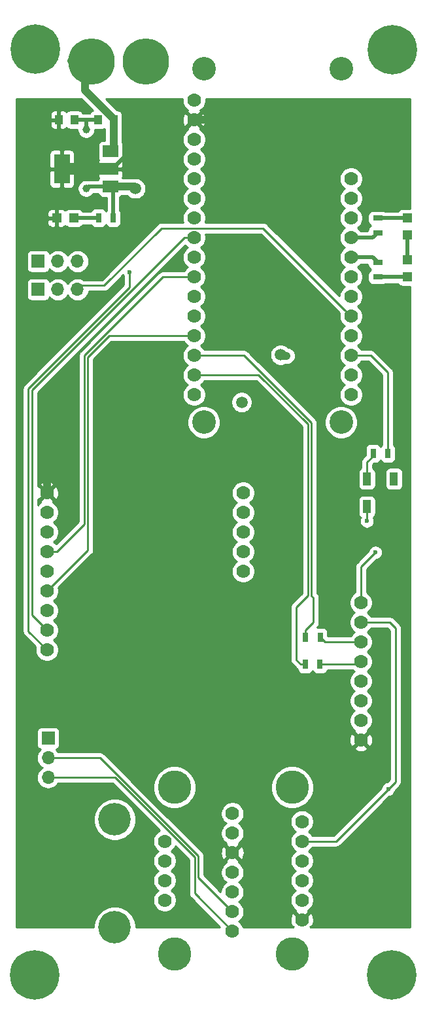
<source format=gtl>
G04 #@! TF.GenerationSoftware,KiCad,Pcbnew,(5.1.0)-1*
G04 #@! TF.CreationDate,2019-04-08T21:34:39-05:00*
G04 #@! TF.ProjectId,TheHub2,54686548-7562-4322-9e6b-696361645f70,1.0*
G04 #@! TF.SameCoordinates,Original*
G04 #@! TF.FileFunction,Copper,L1,Top*
G04 #@! TF.FilePolarity,Positive*
%FSLAX46Y46*%
G04 Gerber Fmt 4.6, Leading zero omitted, Abs format (unit mm)*
G04 Created by KiCad (PCBNEW (5.1.0)-1) date 2019-04-08 21:34:39*
%MOMM*%
%LPD*%
G04 APERTURE LIST*
%ADD10C,6.400000*%
%ADD11R,1.000000X1.700000*%
%ADD12R,1.000000X1.250000*%
%ADD13R,1.200000X1.200000*%
%ADD14C,6.000000*%
%ADD15R,1.700000X1.700000*%
%ADD16O,1.700000X1.700000*%
%ADD17R,0.700000X1.300000*%
%ADD18R,1.300000X0.700000*%
%ADD19C,1.778000*%
%ADD20C,4.318000*%
%ADD21C,3.048000*%
%ADD22R,2.000000X1.500000*%
%ADD23R,2.000000X3.800000*%
%ADD24C,4.200000*%
%ADD25C,1.500000*%
%ADD26C,1.000000*%
%ADD27C,0.600000*%
%ADD28C,1.000000*%
%ADD29C,0.500000*%
%ADD30C,0.250000*%
%ADD31C,1.500000*%
%ADD32C,0.254000*%
G04 APERTURE END LIST*
D10*
X102590600Y-94983300D03*
X148844000Y-95034100D03*
X102577900Y-214782400D03*
X148805900Y-214782400D03*
D11*
X145570000Y-150600000D03*
X145570000Y-154200000D03*
X149070000Y-150600000D03*
D12*
X112760000Y-104140000D03*
X110760000Y-104140000D03*
X107680000Y-104140000D03*
X105680000Y-104140000D03*
D13*
X107610000Y-116840000D03*
X105410000Y-116840000D03*
X150774400Y-116865400D03*
X150774400Y-119065400D03*
X150774400Y-122285400D03*
X150774400Y-124485400D03*
D14*
X109941600Y-96634300D03*
X116941600Y-96634300D03*
D15*
X103009700Y-126085600D03*
D16*
X105549700Y-126085600D03*
X108089700Y-126085600D03*
X104305100Y-189230000D03*
X104305100Y-186690000D03*
D15*
X104305100Y-184150000D03*
D17*
X110810000Y-116840000D03*
X112710000Y-116840000D03*
X146370000Y-147320000D03*
X148270000Y-147320000D03*
D18*
X146964400Y-116865400D03*
X146964400Y-118765400D03*
X146964400Y-124485400D03*
X146964400Y-122585400D03*
D19*
X137160000Y-207645000D03*
X137160000Y-205105000D03*
X137160000Y-202565000D03*
X137160000Y-200025000D03*
X137160000Y-197485000D03*
X137160000Y-194945000D03*
X119380000Y-205105000D03*
X119380000Y-202565000D03*
X119380000Y-200025000D03*
X119380000Y-197485000D03*
D20*
X135890000Y-212090000D03*
X135890000Y-190500000D03*
X120650000Y-190500000D03*
X120650000Y-212090000D03*
D19*
X123190000Y-101600000D03*
X123190000Y-104140000D03*
X123190000Y-106680000D03*
X123190000Y-109220000D03*
X123190000Y-111760000D03*
X123190000Y-114300000D03*
X123190000Y-116840000D03*
X123190000Y-119380000D03*
X123190000Y-121920000D03*
X123190000Y-124460000D03*
X123190000Y-127000000D03*
X123190000Y-129540000D03*
X123190000Y-132080000D03*
X123190000Y-134620000D03*
X123190000Y-137160000D03*
X123190000Y-139700000D03*
X143510000Y-139700000D03*
X143510000Y-137160000D03*
X143510000Y-134620000D03*
X143510000Y-132080000D03*
X143510000Y-129540000D03*
X143510000Y-127000000D03*
X143510000Y-124460000D03*
X143510000Y-121920000D03*
X143510000Y-119380000D03*
X143510000Y-116840000D03*
X143510000Y-114300000D03*
X143510000Y-111760000D03*
D21*
X124460000Y-97536000D03*
X142240000Y-97536000D03*
X124460000Y-143256000D03*
X142240000Y-143256000D03*
D19*
X104140000Y-152400000D03*
X104140000Y-154940000D03*
X104140000Y-157480000D03*
X104140000Y-160020000D03*
X104140000Y-162560000D03*
X104140000Y-165100000D03*
X104140000Y-167640000D03*
X104140000Y-170180000D03*
X104140000Y-172720000D03*
X129540000Y-152400000D03*
X129540000Y-154940000D03*
X129540000Y-157480000D03*
X129540000Y-160020000D03*
X129540000Y-162560000D03*
D22*
X112370000Y-112790000D03*
X112370000Y-108190000D03*
X112370000Y-110490000D03*
D23*
X106070000Y-110490000D03*
D19*
X128155700Y-193903600D03*
X128155700Y-196443600D03*
X128155700Y-198983600D03*
X128155700Y-201523600D03*
X128155700Y-204063600D03*
X128155700Y-206603600D03*
X128155700Y-209143600D03*
D24*
X112915700Y-194663600D03*
X112915700Y-208633600D03*
D16*
X108089700Y-122440700D03*
X105549700Y-122440700D03*
D15*
X103009700Y-122440700D03*
D17*
X139532400Y-171107100D03*
X137632400Y-171107100D03*
X137566400Y-174586900D03*
X139466400Y-174586900D03*
D19*
X144792700Y-166611300D03*
X144792700Y-169151300D03*
X144792700Y-171691300D03*
X144792700Y-174231300D03*
X144792700Y-176771300D03*
X144792700Y-179311300D03*
X144792700Y-181851300D03*
X144792700Y-184391300D03*
D25*
X134391400Y-134543800D03*
X129349500Y-140690600D03*
D26*
X109220000Y-113030000D03*
X109220000Y-105410000D03*
D25*
X115570000Y-113030000D03*
D27*
X150774400Y-120675400D03*
X145567400Y-156070300D03*
X132422900Y-141655800D03*
D25*
X135724900Y-117297200D03*
X132867400Y-122428000D03*
X105092500Y-139522200D03*
X102920800Y-134327900D03*
D27*
X146672300Y-160108900D03*
X148323300Y-190741300D03*
X114858800Y-123850400D03*
D28*
X135178800Y-134683500D02*
X134531100Y-134683500D01*
X134531100Y-134683500D02*
X134391400Y-134543800D01*
X112760000Y-107800000D02*
X112370000Y-108190000D01*
X112760000Y-104140000D02*
X112760000Y-107800000D01*
X112760000Y-104015000D02*
X109075000Y-100330000D01*
X112760000Y-104140000D02*
X112760000Y-104015000D01*
X109075000Y-98295000D02*
X107300000Y-96520000D01*
X109075000Y-100330000D02*
X109075000Y-98295000D01*
D29*
X112710000Y-113130000D02*
X112370000Y-112790000D01*
X112710000Y-116840000D02*
X112710000Y-113130000D01*
X112370000Y-112790000D02*
X109460000Y-112790000D01*
X109460000Y-112790000D02*
X109220000Y-113030000D01*
X109220000Y-104140000D02*
X109220000Y-105410000D01*
X109220000Y-104140000D02*
X110760000Y-104140000D01*
X107680000Y-104140000D02*
X109220000Y-104140000D01*
D28*
X112370000Y-112790000D02*
X115330000Y-112790000D01*
X115330000Y-112790000D02*
X115570000Y-113030000D01*
D29*
X150774400Y-120675400D02*
X150774400Y-122285400D01*
X150774400Y-119065400D02*
X150774400Y-120675400D01*
D30*
X145570000Y-156067700D02*
X145567400Y-156070300D01*
X145570000Y-154200000D02*
X145570000Y-156067700D01*
D31*
X112370000Y-110490000D02*
X106070000Y-110490000D01*
D29*
X106070000Y-110490000D02*
X106070000Y-107340000D01*
X105680000Y-106950000D02*
X105680000Y-104140000D01*
X106070000Y-107340000D02*
X105680000Y-106950000D01*
X106070000Y-110490000D02*
X106070000Y-113640000D01*
X105410000Y-114300000D02*
X105410000Y-116840000D01*
X106070000Y-113640000D02*
X105410000Y-114300000D01*
X112620000Y-110490000D02*
X117700000Y-105410000D01*
X112370000Y-110490000D02*
X112620000Y-110490000D01*
X121920000Y-105410000D02*
X123190000Y-104140000D01*
X117700000Y-105410000D02*
X121920000Y-105410000D01*
D28*
X123190000Y-104140000D02*
X129082800Y-104140000D01*
X129082800Y-104140000D02*
X135724900Y-110782100D01*
X135724900Y-110782100D02*
X135724900Y-117297200D01*
X104140000Y-152400000D02*
X104140000Y-140474700D01*
X104140000Y-140474700D02*
X105092500Y-139522200D01*
D29*
X110810000Y-116840000D02*
X107610000Y-116840000D01*
X146964400Y-116865400D02*
X150774400Y-116865400D01*
X146964400Y-124485400D02*
X150774400Y-124485400D01*
D30*
X145570000Y-148420000D02*
X145570000Y-150600000D01*
X146370000Y-147320000D02*
X146370000Y-147620000D01*
X146370000Y-147620000D02*
X145570000Y-148420000D01*
X105507181Y-189230000D02*
X104305100Y-189230000D01*
X112921722Y-189230000D02*
X105507181Y-189230000D01*
X123253500Y-199561778D02*
X112921722Y-189230000D01*
X123253500Y-204241400D02*
X123253500Y-199561778D01*
X128155700Y-209143600D02*
X123253500Y-204241400D01*
X144792700Y-166611300D02*
X144792700Y-161988500D01*
X144792700Y-161988500D02*
X146672300Y-160108900D01*
X137160000Y-197485000D02*
X141579600Y-197485000D01*
X141579600Y-197485000D02*
X148323300Y-190741300D01*
X123703510Y-202151410D02*
X128155700Y-206603600D01*
X123703510Y-199375378D02*
X123703510Y-202151410D01*
X104305100Y-186690000D02*
X111018132Y-186690000D01*
X111018132Y-186690000D02*
X123703510Y-199375378D01*
X144792700Y-169151300D02*
X148513800Y-169151300D01*
X148513800Y-169151300D02*
X149275800Y-169913300D01*
X149275800Y-189788800D02*
X148323300Y-190741300D01*
X149275800Y-169913300D02*
X149275800Y-189788800D01*
X148270000Y-147320000D02*
X148270000Y-136840000D01*
X148270000Y-136840000D02*
X146050000Y-134620000D01*
X146050000Y-134620000D02*
X143510000Y-134620000D01*
D29*
X146324400Y-119405400D02*
X146964400Y-118765400D01*
X146299000Y-119380000D02*
X143510000Y-119380000D01*
X146324400Y-119405400D02*
X146299000Y-119380000D01*
X146299000Y-121920000D02*
X143510000Y-121920000D01*
X146964400Y-122585400D02*
X146299000Y-121920000D01*
D30*
X104140000Y-170180000D02*
X102184200Y-168224200D01*
X102184200Y-139128565D02*
X102184200Y-168224200D01*
X121932765Y-119380000D02*
X102184200Y-139128565D01*
X123190000Y-119380000D02*
X121932765Y-119380000D01*
X101734191Y-170314191D02*
X101734190Y-168410600D01*
X104140000Y-172720000D02*
X101734191Y-170314191D01*
X101734190Y-168410600D02*
X101734191Y-138942164D01*
X101734191Y-138942164D02*
X114858800Y-125817555D01*
X114858800Y-125817555D02*
X114858800Y-123850400D01*
X119149990Y-124460000D02*
X123190000Y-124460000D01*
X108973191Y-134636799D02*
X119149990Y-124460000D01*
X108973190Y-156444045D02*
X108973191Y-134636799D01*
X104140000Y-160020000D02*
X105397235Y-160020000D01*
X105397235Y-160020000D02*
X108973190Y-156444045D01*
X109423200Y-159816800D02*
X109423200Y-134823200D01*
X104140000Y-165100000D02*
X109423200Y-159816800D01*
X112166400Y-132080000D02*
X123190000Y-132080000D01*
X109423200Y-134823200D02*
X112166400Y-132080000D01*
X129641600Y-134620000D02*
X123190000Y-134620000D01*
X138353800Y-165709600D02*
X138353800Y-143332200D01*
X138645900Y-166001700D02*
X138353800Y-165709600D01*
X138353800Y-143332200D02*
X129641600Y-134620000D01*
X138645900Y-169193600D02*
X138645900Y-166001700D01*
X137632400Y-170207100D02*
X138645900Y-169193600D01*
X137632400Y-171107100D02*
X137632400Y-170207100D01*
X131545190Y-137160000D02*
X123190000Y-137160000D01*
X137903790Y-143518600D02*
X131545190Y-137160000D01*
X136966400Y-174586900D02*
X136410700Y-174031200D01*
X137566400Y-174586900D02*
X136966400Y-174586900D01*
X137903790Y-165702410D02*
X137903790Y-143518600D01*
X136410700Y-167195500D02*
X137903790Y-165702410D01*
X136410700Y-174031200D02*
X136410700Y-167195500D01*
X144780000Y-171450000D02*
X144321390Y-171450000D01*
X108064300Y-125590300D02*
X111544100Y-125590300D01*
X142621001Y-128651001D02*
X143510000Y-129540000D01*
X132135999Y-118165999D02*
X142621001Y-128651001D01*
X118968401Y-118165999D02*
X132135999Y-118165999D01*
X111544100Y-125590300D02*
X118968401Y-118165999D01*
X140116600Y-171691300D02*
X139532400Y-171107100D01*
X144792700Y-171691300D02*
X140116600Y-171691300D01*
X144437100Y-174586900D02*
X144792700Y-174231300D01*
X139466400Y-174586900D02*
X144437100Y-174586900D01*
X144614900Y-176758600D02*
X144818100Y-176961800D01*
D32*
G36*
X110053835Y-102913966D02*
G01*
X110015820Y-102925498D01*
X109905506Y-102984463D01*
X109808815Y-103063815D01*
X109729463Y-103160506D01*
X109678954Y-103255000D01*
X109263476Y-103255000D01*
X109220000Y-103250718D01*
X109176523Y-103255000D01*
X108761046Y-103255000D01*
X108710537Y-103160506D01*
X108631185Y-103063815D01*
X108534494Y-102984463D01*
X108424180Y-102925498D01*
X108304482Y-102889188D01*
X108180000Y-102876928D01*
X107180000Y-102876928D01*
X107055518Y-102889188D01*
X106935820Y-102925498D01*
X106825506Y-102984463D01*
X106728815Y-103063815D01*
X106680000Y-103123296D01*
X106631185Y-103063815D01*
X106534494Y-102984463D01*
X106424180Y-102925498D01*
X106304482Y-102889188D01*
X106180000Y-102876928D01*
X105965750Y-102880000D01*
X105807000Y-103038750D01*
X105807000Y-104013000D01*
X105827000Y-104013000D01*
X105827000Y-104267000D01*
X105807000Y-104267000D01*
X105807000Y-105241250D01*
X105965750Y-105400000D01*
X106180000Y-105403072D01*
X106304482Y-105390812D01*
X106424180Y-105354502D01*
X106534494Y-105295537D01*
X106631185Y-105216185D01*
X106680000Y-105156704D01*
X106728815Y-105216185D01*
X106825506Y-105295537D01*
X106935820Y-105354502D01*
X107055518Y-105390812D01*
X107180000Y-105403072D01*
X108085000Y-105403072D01*
X108085000Y-105521788D01*
X108128617Y-105741067D01*
X108214176Y-105947624D01*
X108338388Y-106133520D01*
X108496480Y-106291612D01*
X108682376Y-106415824D01*
X108888933Y-106501383D01*
X109108212Y-106545000D01*
X109331788Y-106545000D01*
X109551067Y-106501383D01*
X109757624Y-106415824D01*
X109943520Y-106291612D01*
X110101612Y-106133520D01*
X110225824Y-105947624D01*
X110311383Y-105741067D01*
X110355000Y-105521788D01*
X110355000Y-105403072D01*
X111260000Y-105403072D01*
X111384482Y-105390812D01*
X111504180Y-105354502D01*
X111614494Y-105295537D01*
X111625000Y-105286915D01*
X111625001Y-106801928D01*
X111370000Y-106801928D01*
X111245518Y-106814188D01*
X111125820Y-106850498D01*
X111015506Y-106909463D01*
X110918815Y-106988815D01*
X110839463Y-107085506D01*
X110780498Y-107195820D01*
X110744188Y-107315518D01*
X110731928Y-107440000D01*
X110731928Y-108940000D01*
X110744188Y-109064482D01*
X110780498Y-109184180D01*
X110839463Y-109294494D01*
X110876809Y-109340000D01*
X110839463Y-109385506D01*
X110780498Y-109495820D01*
X110744188Y-109615518D01*
X110731928Y-109740000D01*
X110735000Y-110204250D01*
X110893750Y-110363000D01*
X112243000Y-110363000D01*
X112243000Y-110343000D01*
X112497000Y-110343000D01*
X112497000Y-110363000D01*
X113846250Y-110363000D01*
X114005000Y-110204250D01*
X114008072Y-109740000D01*
X113995812Y-109615518D01*
X113959502Y-109495820D01*
X113900537Y-109385506D01*
X113863191Y-109340000D01*
X113900537Y-109294494D01*
X113959502Y-109184180D01*
X113995812Y-109064482D01*
X114008072Y-108940000D01*
X114008072Y-107440000D01*
X113995812Y-107315518D01*
X113959502Y-107195820D01*
X113900537Y-107085506D01*
X113895000Y-107078759D01*
X113895000Y-104796192D01*
X113898072Y-104765000D01*
X113898072Y-104206988D01*
X121660092Y-104206988D01*
X121702557Y-104504171D01*
X121802184Y-104787359D01*
X121880711Y-104934273D01*
X122133769Y-105016626D01*
X123010395Y-104140000D01*
X123369605Y-104140000D01*
X124246231Y-105016626D01*
X124499289Y-104934273D01*
X124629086Y-104663582D01*
X124703580Y-104372770D01*
X124719908Y-104073012D01*
X124677443Y-103775829D01*
X124577816Y-103492641D01*
X124499289Y-103345727D01*
X124246231Y-103263374D01*
X123369605Y-104140000D01*
X123010395Y-104140000D01*
X122133769Y-103263374D01*
X121880711Y-103345727D01*
X121750914Y-103616418D01*
X121676420Y-103907230D01*
X121660092Y-104206988D01*
X113898072Y-104206988D01*
X113898072Y-104039561D01*
X113900491Y-104015000D01*
X113898072Y-103990439D01*
X113898072Y-103515000D01*
X113885812Y-103390518D01*
X113849502Y-103270820D01*
X113790537Y-103160506D01*
X113711185Y-103063815D01*
X113614494Y-102984463D01*
X113504180Y-102925498D01*
X113384482Y-102889188D01*
X113260000Y-102876928D01*
X113227060Y-102876928D01*
X111785032Y-101434900D01*
X121668983Y-101434900D01*
X121666000Y-101449899D01*
X121666000Y-101750101D01*
X121724566Y-102044534D01*
X121839449Y-102321885D01*
X122006232Y-102571493D01*
X122218507Y-102783768D01*
X122376622Y-102889417D01*
X122313374Y-103083769D01*
X123190000Y-103960395D01*
X124066626Y-103083769D01*
X124003378Y-102889417D01*
X124161493Y-102783768D01*
X124373768Y-102571493D01*
X124540551Y-102321885D01*
X124655434Y-102044534D01*
X124714000Y-101750101D01*
X124714000Y-101449899D01*
X124711017Y-101434900D01*
X151180800Y-101434900D01*
X151180800Y-115627328D01*
X150174400Y-115627328D01*
X150049918Y-115639588D01*
X149930220Y-115675898D01*
X149819906Y-115734863D01*
X149723215Y-115814215D01*
X149643863Y-115910906D01*
X149606717Y-115980400D01*
X147960544Y-115980400D01*
X147858580Y-115925898D01*
X147738882Y-115889588D01*
X147614400Y-115877328D01*
X146314400Y-115877328D01*
X146189918Y-115889588D01*
X146070220Y-115925898D01*
X145959906Y-115984863D01*
X145863215Y-116064215D01*
X145783863Y-116160906D01*
X145724898Y-116271220D01*
X145688588Y-116390918D01*
X145676328Y-116515400D01*
X145676328Y-117215400D01*
X145688588Y-117339882D01*
X145724898Y-117459580D01*
X145783863Y-117569894D01*
X145863215Y-117666585D01*
X145959906Y-117745937D01*
X146070220Y-117804902D01*
X146104827Y-117815400D01*
X146070220Y-117825898D01*
X145959906Y-117884863D01*
X145863215Y-117964215D01*
X145783863Y-118060906D01*
X145724898Y-118171220D01*
X145688588Y-118290918D01*
X145676328Y-118415400D01*
X145676328Y-118495000D01*
X144751561Y-118495000D01*
X144693768Y-118408507D01*
X144481493Y-118196232D01*
X144352438Y-118110000D01*
X144481493Y-118023768D01*
X144693768Y-117811493D01*
X144860551Y-117561885D01*
X144975434Y-117284534D01*
X145034000Y-116990101D01*
X145034000Y-116689899D01*
X144975434Y-116395466D01*
X144860551Y-116118115D01*
X144693768Y-115868507D01*
X144481493Y-115656232D01*
X144352438Y-115570000D01*
X144481493Y-115483768D01*
X144693768Y-115271493D01*
X144860551Y-115021885D01*
X144975434Y-114744534D01*
X145034000Y-114450101D01*
X145034000Y-114149899D01*
X144975434Y-113855466D01*
X144860551Y-113578115D01*
X144693768Y-113328507D01*
X144481493Y-113116232D01*
X144352438Y-113030000D01*
X144481493Y-112943768D01*
X144693768Y-112731493D01*
X144860551Y-112481885D01*
X144975434Y-112204534D01*
X145034000Y-111910101D01*
X145034000Y-111609899D01*
X144975434Y-111315466D01*
X144860551Y-111038115D01*
X144693768Y-110788507D01*
X144481493Y-110576232D01*
X144231885Y-110409449D01*
X143954534Y-110294566D01*
X143660101Y-110236000D01*
X143359899Y-110236000D01*
X143065466Y-110294566D01*
X142788115Y-110409449D01*
X142538507Y-110576232D01*
X142326232Y-110788507D01*
X142159449Y-111038115D01*
X142044566Y-111315466D01*
X141986000Y-111609899D01*
X141986000Y-111910101D01*
X142044566Y-112204534D01*
X142159449Y-112481885D01*
X142326232Y-112731493D01*
X142538507Y-112943768D01*
X142667562Y-113030000D01*
X142538507Y-113116232D01*
X142326232Y-113328507D01*
X142159449Y-113578115D01*
X142044566Y-113855466D01*
X141986000Y-114149899D01*
X141986000Y-114450101D01*
X142044566Y-114744534D01*
X142159449Y-115021885D01*
X142326232Y-115271493D01*
X142538507Y-115483768D01*
X142667562Y-115570000D01*
X142538507Y-115656232D01*
X142326232Y-115868507D01*
X142159449Y-116118115D01*
X142044566Y-116395466D01*
X141986000Y-116689899D01*
X141986000Y-116990101D01*
X142044566Y-117284534D01*
X142159449Y-117561885D01*
X142326232Y-117811493D01*
X142538507Y-118023768D01*
X142667562Y-118110000D01*
X142538507Y-118196232D01*
X142326232Y-118408507D01*
X142159449Y-118658115D01*
X142044566Y-118935466D01*
X141986000Y-119229899D01*
X141986000Y-119530101D01*
X142044566Y-119824534D01*
X142159449Y-120101885D01*
X142326232Y-120351493D01*
X142538507Y-120563768D01*
X142667562Y-120650000D01*
X142538507Y-120736232D01*
X142326232Y-120948507D01*
X142159449Y-121198115D01*
X142044566Y-121475466D01*
X141986000Y-121769899D01*
X141986000Y-122070101D01*
X142044566Y-122364534D01*
X142159449Y-122641885D01*
X142326232Y-122891493D01*
X142538507Y-123103768D01*
X142667562Y-123190000D01*
X142538507Y-123276232D01*
X142326232Y-123488507D01*
X142159449Y-123738115D01*
X142044566Y-124015466D01*
X141986000Y-124309899D01*
X141986000Y-124610101D01*
X142044566Y-124904534D01*
X142159449Y-125181885D01*
X142326232Y-125431493D01*
X142538507Y-125643768D01*
X142667562Y-125730000D01*
X142538507Y-125816232D01*
X142326232Y-126028507D01*
X142159449Y-126278115D01*
X142044566Y-126555466D01*
X141986000Y-126849899D01*
X141986000Y-126941198D01*
X132699803Y-117655002D01*
X132676000Y-117625998D01*
X132560275Y-117531025D01*
X132428246Y-117460453D01*
X132284985Y-117416996D01*
X132173332Y-117405999D01*
X132173321Y-117405999D01*
X132135999Y-117402323D01*
X132098677Y-117405999D01*
X124605121Y-117405999D01*
X124655434Y-117284534D01*
X124714000Y-116990101D01*
X124714000Y-116689899D01*
X124655434Y-116395466D01*
X124540551Y-116118115D01*
X124373768Y-115868507D01*
X124161493Y-115656232D01*
X124032438Y-115570000D01*
X124161493Y-115483768D01*
X124373768Y-115271493D01*
X124540551Y-115021885D01*
X124655434Y-114744534D01*
X124714000Y-114450101D01*
X124714000Y-114149899D01*
X124655434Y-113855466D01*
X124540551Y-113578115D01*
X124373768Y-113328507D01*
X124161493Y-113116232D01*
X124032438Y-113030000D01*
X124161493Y-112943768D01*
X124373768Y-112731493D01*
X124540551Y-112481885D01*
X124655434Y-112204534D01*
X124714000Y-111910101D01*
X124714000Y-111609899D01*
X124655434Y-111315466D01*
X124540551Y-111038115D01*
X124373768Y-110788507D01*
X124161493Y-110576232D01*
X124032438Y-110490000D01*
X124161493Y-110403768D01*
X124373768Y-110191493D01*
X124540551Y-109941885D01*
X124655434Y-109664534D01*
X124714000Y-109370101D01*
X124714000Y-109069899D01*
X124655434Y-108775466D01*
X124540551Y-108498115D01*
X124373768Y-108248507D01*
X124161493Y-108036232D01*
X124032438Y-107950000D01*
X124161493Y-107863768D01*
X124373768Y-107651493D01*
X124540551Y-107401885D01*
X124655434Y-107124534D01*
X124714000Y-106830101D01*
X124714000Y-106529899D01*
X124655434Y-106235466D01*
X124540551Y-105958115D01*
X124373768Y-105708507D01*
X124161493Y-105496232D01*
X124003378Y-105390583D01*
X124066626Y-105196231D01*
X123190000Y-104319605D01*
X122313374Y-105196231D01*
X122376622Y-105390583D01*
X122218507Y-105496232D01*
X122006232Y-105708507D01*
X121839449Y-105958115D01*
X121724566Y-106235466D01*
X121666000Y-106529899D01*
X121666000Y-106830101D01*
X121724566Y-107124534D01*
X121839449Y-107401885D01*
X122006232Y-107651493D01*
X122218507Y-107863768D01*
X122347562Y-107950000D01*
X122218507Y-108036232D01*
X122006232Y-108248507D01*
X121839449Y-108498115D01*
X121724566Y-108775466D01*
X121666000Y-109069899D01*
X121666000Y-109370101D01*
X121724566Y-109664534D01*
X121839449Y-109941885D01*
X122006232Y-110191493D01*
X122218507Y-110403768D01*
X122347562Y-110490000D01*
X122218507Y-110576232D01*
X122006232Y-110788507D01*
X121839449Y-111038115D01*
X121724566Y-111315466D01*
X121666000Y-111609899D01*
X121666000Y-111910101D01*
X121724566Y-112204534D01*
X121839449Y-112481885D01*
X122006232Y-112731493D01*
X122218507Y-112943768D01*
X122347562Y-113030000D01*
X122218507Y-113116232D01*
X122006232Y-113328507D01*
X121839449Y-113578115D01*
X121724566Y-113855466D01*
X121666000Y-114149899D01*
X121666000Y-114450101D01*
X121724566Y-114744534D01*
X121839449Y-115021885D01*
X122006232Y-115271493D01*
X122218507Y-115483768D01*
X122347562Y-115570000D01*
X122218507Y-115656232D01*
X122006232Y-115868507D01*
X121839449Y-116118115D01*
X121724566Y-116395466D01*
X121666000Y-116689899D01*
X121666000Y-116990101D01*
X121724566Y-117284534D01*
X121774879Y-117405999D01*
X119005723Y-117405999D01*
X118968400Y-117402323D01*
X118931077Y-117405999D01*
X118931068Y-117405999D01*
X118819415Y-117416996D01*
X118676154Y-117460453D01*
X118544125Y-117531025D01*
X118428400Y-117625998D01*
X118404602Y-117654996D01*
X111229299Y-124830300D01*
X108891411Y-124830300D01*
X108660734Y-124707001D01*
X108380811Y-124622087D01*
X108162650Y-124600600D01*
X108016750Y-124600600D01*
X107798589Y-124622087D01*
X107518666Y-124707001D01*
X107260686Y-124844894D01*
X107034566Y-125030466D01*
X106848994Y-125256586D01*
X106819700Y-125311391D01*
X106790406Y-125256586D01*
X106604834Y-125030466D01*
X106378714Y-124844894D01*
X106120734Y-124707001D01*
X105840811Y-124622087D01*
X105622650Y-124600600D01*
X105476750Y-124600600D01*
X105258589Y-124622087D01*
X104978666Y-124707001D01*
X104720686Y-124844894D01*
X104494566Y-125030466D01*
X104470093Y-125060287D01*
X104449202Y-124991420D01*
X104390237Y-124881106D01*
X104310885Y-124784415D01*
X104214194Y-124705063D01*
X104103880Y-124646098D01*
X103984182Y-124609788D01*
X103859700Y-124597528D01*
X102159700Y-124597528D01*
X102035218Y-124609788D01*
X101915520Y-124646098D01*
X101805206Y-124705063D01*
X101708515Y-124784415D01*
X101629163Y-124881106D01*
X101570198Y-124991420D01*
X101533888Y-125111118D01*
X101521628Y-125235600D01*
X101521628Y-126935600D01*
X101533888Y-127060082D01*
X101570198Y-127179780D01*
X101629163Y-127290094D01*
X101708515Y-127386785D01*
X101805206Y-127466137D01*
X101915520Y-127525102D01*
X102035218Y-127561412D01*
X102159700Y-127573672D01*
X103859700Y-127573672D01*
X103984182Y-127561412D01*
X104103880Y-127525102D01*
X104214194Y-127466137D01*
X104310885Y-127386785D01*
X104390237Y-127290094D01*
X104449202Y-127179780D01*
X104470093Y-127110913D01*
X104494566Y-127140734D01*
X104720686Y-127326306D01*
X104978666Y-127464199D01*
X105258589Y-127549113D01*
X105476750Y-127570600D01*
X105622650Y-127570600D01*
X105840811Y-127549113D01*
X106120734Y-127464199D01*
X106378714Y-127326306D01*
X106604834Y-127140734D01*
X106790406Y-126914614D01*
X106819700Y-126859809D01*
X106848994Y-126914614D01*
X107034566Y-127140734D01*
X107260686Y-127326306D01*
X107518666Y-127464199D01*
X107798589Y-127549113D01*
X108016750Y-127570600D01*
X108162650Y-127570600D01*
X108380811Y-127549113D01*
X108660734Y-127464199D01*
X108918714Y-127326306D01*
X109144834Y-127140734D01*
X109330406Y-126914614D01*
X109468299Y-126656634D01*
X109553213Y-126376711D01*
X109555814Y-126350300D01*
X111506778Y-126350300D01*
X111544100Y-126353976D01*
X111581422Y-126350300D01*
X111581433Y-126350300D01*
X111693086Y-126339303D01*
X111836347Y-126295846D01*
X111968376Y-126225274D01*
X112084101Y-126130301D01*
X112107904Y-126101297D01*
X113996736Y-124212465D01*
X114030214Y-124293289D01*
X114098801Y-124395936D01*
X114098800Y-125502753D01*
X101223189Y-138378365D01*
X101194191Y-138402163D01*
X101170393Y-138431161D01*
X101170392Y-138431162D01*
X101099217Y-138517888D01*
X101028645Y-138649918D01*
X100985189Y-138793179D01*
X100970515Y-138942164D01*
X100974192Y-138979496D01*
X100974190Y-168373267D01*
X100974190Y-168373268D01*
X100974192Y-170276859D01*
X100970515Y-170314191D01*
X100974192Y-170351523D01*
X100974192Y-170351524D01*
X100984591Y-170457100D01*
X100985189Y-170463176D01*
X101028645Y-170606437D01*
X101099217Y-170738467D01*
X101162048Y-170815026D01*
X101194191Y-170854192D01*
X101223189Y-170877990D01*
X102665623Y-172320425D01*
X102616000Y-172569899D01*
X102616000Y-172870101D01*
X102674566Y-173164534D01*
X102789449Y-173441885D01*
X102956232Y-173691493D01*
X103168507Y-173903768D01*
X103418115Y-174070551D01*
X103695466Y-174185434D01*
X103989899Y-174244000D01*
X104290101Y-174244000D01*
X104584534Y-174185434D01*
X104861885Y-174070551D01*
X105111493Y-173903768D01*
X105323768Y-173691493D01*
X105490551Y-173441885D01*
X105605434Y-173164534D01*
X105664000Y-172870101D01*
X105664000Y-172569899D01*
X105605434Y-172275466D01*
X105490551Y-171998115D01*
X105323768Y-171748507D01*
X105111493Y-171536232D01*
X104982438Y-171450000D01*
X105111493Y-171363768D01*
X105323768Y-171151493D01*
X105490551Y-170901885D01*
X105605434Y-170624534D01*
X105664000Y-170330101D01*
X105664000Y-170029899D01*
X105605434Y-169735466D01*
X105490551Y-169458115D01*
X105323768Y-169208507D01*
X105111493Y-168996232D01*
X104982438Y-168910000D01*
X105111493Y-168823768D01*
X105323768Y-168611493D01*
X105490551Y-168361885D01*
X105605434Y-168084534D01*
X105664000Y-167790101D01*
X105664000Y-167489899D01*
X105605434Y-167195466D01*
X105490551Y-166918115D01*
X105323768Y-166668507D01*
X105111493Y-166456232D01*
X104982438Y-166370000D01*
X105111493Y-166283768D01*
X105323768Y-166071493D01*
X105490551Y-165821885D01*
X105605434Y-165544534D01*
X105664000Y-165250101D01*
X105664000Y-164949899D01*
X105614377Y-164700424D01*
X109934204Y-160380598D01*
X109963201Y-160356801D01*
X109999766Y-160312246D01*
X110058174Y-160241077D01*
X110128746Y-160109047D01*
X110128791Y-160108900D01*
X110172203Y-159965786D01*
X110183200Y-159854133D01*
X110183200Y-159854124D01*
X110186876Y-159816801D01*
X110183200Y-159779478D01*
X110183200Y-152249899D01*
X128016000Y-152249899D01*
X128016000Y-152550101D01*
X128074566Y-152844534D01*
X128189449Y-153121885D01*
X128356232Y-153371493D01*
X128568507Y-153583768D01*
X128697562Y-153670000D01*
X128568507Y-153756232D01*
X128356232Y-153968507D01*
X128189449Y-154218115D01*
X128074566Y-154495466D01*
X128016000Y-154789899D01*
X128016000Y-155090101D01*
X128074566Y-155384534D01*
X128189449Y-155661885D01*
X128356232Y-155911493D01*
X128568507Y-156123768D01*
X128697562Y-156210000D01*
X128568507Y-156296232D01*
X128356232Y-156508507D01*
X128189449Y-156758115D01*
X128074566Y-157035466D01*
X128016000Y-157329899D01*
X128016000Y-157630101D01*
X128074566Y-157924534D01*
X128189449Y-158201885D01*
X128356232Y-158451493D01*
X128568507Y-158663768D01*
X128697562Y-158750000D01*
X128568507Y-158836232D01*
X128356232Y-159048507D01*
X128189449Y-159298115D01*
X128074566Y-159575466D01*
X128016000Y-159869899D01*
X128016000Y-160170101D01*
X128074566Y-160464534D01*
X128189449Y-160741885D01*
X128356232Y-160991493D01*
X128568507Y-161203768D01*
X128697562Y-161290000D01*
X128568507Y-161376232D01*
X128356232Y-161588507D01*
X128189449Y-161838115D01*
X128074566Y-162115466D01*
X128016000Y-162409899D01*
X128016000Y-162710101D01*
X128074566Y-163004534D01*
X128189449Y-163281885D01*
X128356232Y-163531493D01*
X128568507Y-163743768D01*
X128818115Y-163910551D01*
X129095466Y-164025434D01*
X129389899Y-164084000D01*
X129690101Y-164084000D01*
X129984534Y-164025434D01*
X130261885Y-163910551D01*
X130511493Y-163743768D01*
X130723768Y-163531493D01*
X130890551Y-163281885D01*
X131005434Y-163004534D01*
X131064000Y-162710101D01*
X131064000Y-162409899D01*
X131005434Y-162115466D01*
X130890551Y-161838115D01*
X130723768Y-161588507D01*
X130511493Y-161376232D01*
X130382438Y-161290000D01*
X130511493Y-161203768D01*
X130723768Y-160991493D01*
X130890551Y-160741885D01*
X131005434Y-160464534D01*
X131064000Y-160170101D01*
X131064000Y-159869899D01*
X131005434Y-159575466D01*
X130890551Y-159298115D01*
X130723768Y-159048507D01*
X130511493Y-158836232D01*
X130382438Y-158750000D01*
X130511493Y-158663768D01*
X130723768Y-158451493D01*
X130890551Y-158201885D01*
X131005434Y-157924534D01*
X131064000Y-157630101D01*
X131064000Y-157329899D01*
X131005434Y-157035466D01*
X130890551Y-156758115D01*
X130723768Y-156508507D01*
X130511493Y-156296232D01*
X130382438Y-156210000D01*
X130511493Y-156123768D01*
X130723768Y-155911493D01*
X130890551Y-155661885D01*
X131005434Y-155384534D01*
X131064000Y-155090101D01*
X131064000Y-154789899D01*
X131005434Y-154495466D01*
X130890551Y-154218115D01*
X130723768Y-153968507D01*
X130511493Y-153756232D01*
X130382438Y-153670000D01*
X130511493Y-153583768D01*
X130723768Y-153371493D01*
X130890551Y-153121885D01*
X131005434Y-152844534D01*
X131064000Y-152550101D01*
X131064000Y-152249899D01*
X131005434Y-151955466D01*
X130890551Y-151678115D01*
X130723768Y-151428507D01*
X130511493Y-151216232D01*
X130261885Y-151049449D01*
X129984534Y-150934566D01*
X129690101Y-150876000D01*
X129389899Y-150876000D01*
X129095466Y-150934566D01*
X128818115Y-151049449D01*
X128568507Y-151216232D01*
X128356232Y-151428507D01*
X128189449Y-151678115D01*
X128074566Y-151955466D01*
X128016000Y-152249899D01*
X110183200Y-152249899D01*
X110183200Y-143043357D01*
X122301000Y-143043357D01*
X122301000Y-143468643D01*
X122383970Y-143885757D01*
X122546719Y-144278670D01*
X122782996Y-144632282D01*
X123083718Y-144933004D01*
X123437330Y-145169281D01*
X123830243Y-145332030D01*
X124247357Y-145415000D01*
X124672643Y-145415000D01*
X125089757Y-145332030D01*
X125482670Y-145169281D01*
X125836282Y-144933004D01*
X126137004Y-144632282D01*
X126373281Y-144278670D01*
X126536030Y-143885757D01*
X126619000Y-143468643D01*
X126619000Y-143043357D01*
X126536030Y-142626243D01*
X126373281Y-142233330D01*
X126137004Y-141879718D01*
X125836282Y-141578996D01*
X125482670Y-141342719D01*
X125089757Y-141179970D01*
X124672643Y-141097000D01*
X124247357Y-141097000D01*
X123830243Y-141179970D01*
X123437330Y-141342719D01*
X123083718Y-141578996D01*
X122782996Y-141879718D01*
X122546719Y-142233330D01*
X122383970Y-142626243D01*
X122301000Y-143043357D01*
X110183200Y-143043357D01*
X110183200Y-135138001D01*
X112481202Y-132840000D01*
X121864917Y-132840000D01*
X122006232Y-133051493D01*
X122218507Y-133263768D01*
X122347562Y-133350000D01*
X122218507Y-133436232D01*
X122006232Y-133648507D01*
X121839449Y-133898115D01*
X121724566Y-134175466D01*
X121666000Y-134469899D01*
X121666000Y-134770101D01*
X121724566Y-135064534D01*
X121839449Y-135341885D01*
X122006232Y-135591493D01*
X122218507Y-135803768D01*
X122347562Y-135890000D01*
X122218507Y-135976232D01*
X122006232Y-136188507D01*
X121839449Y-136438115D01*
X121724566Y-136715466D01*
X121666000Y-137009899D01*
X121666000Y-137310101D01*
X121724566Y-137604534D01*
X121839449Y-137881885D01*
X122006232Y-138131493D01*
X122218507Y-138343768D01*
X122347562Y-138430000D01*
X122218507Y-138516232D01*
X122006232Y-138728507D01*
X121839449Y-138978115D01*
X121724566Y-139255466D01*
X121666000Y-139549899D01*
X121666000Y-139850101D01*
X121724566Y-140144534D01*
X121839449Y-140421885D01*
X122006232Y-140671493D01*
X122218507Y-140883768D01*
X122468115Y-141050551D01*
X122745466Y-141165434D01*
X123039899Y-141224000D01*
X123340101Y-141224000D01*
X123634534Y-141165434D01*
X123911885Y-141050551D01*
X124161493Y-140883768D01*
X124373768Y-140671493D01*
X124452148Y-140554189D01*
X127964500Y-140554189D01*
X127964500Y-140827011D01*
X128017725Y-141094589D01*
X128122129Y-141346643D01*
X128273701Y-141573486D01*
X128466614Y-141766399D01*
X128693457Y-141917971D01*
X128945511Y-142022375D01*
X129213089Y-142075600D01*
X129485911Y-142075600D01*
X129753489Y-142022375D01*
X130005543Y-141917971D01*
X130232386Y-141766399D01*
X130425299Y-141573486D01*
X130576871Y-141346643D01*
X130681275Y-141094589D01*
X130734500Y-140827011D01*
X130734500Y-140554189D01*
X130681275Y-140286611D01*
X130576871Y-140034557D01*
X130425299Y-139807714D01*
X130232386Y-139614801D01*
X130005543Y-139463229D01*
X129753489Y-139358825D01*
X129485911Y-139305600D01*
X129213089Y-139305600D01*
X128945511Y-139358825D01*
X128693457Y-139463229D01*
X128466614Y-139614801D01*
X128273701Y-139807714D01*
X128122129Y-140034557D01*
X128017725Y-140286611D01*
X127964500Y-140554189D01*
X124452148Y-140554189D01*
X124540551Y-140421885D01*
X124655434Y-140144534D01*
X124714000Y-139850101D01*
X124714000Y-139549899D01*
X124655434Y-139255466D01*
X124540551Y-138978115D01*
X124373768Y-138728507D01*
X124161493Y-138516232D01*
X124032438Y-138430000D01*
X124161493Y-138343768D01*
X124373768Y-138131493D01*
X124515083Y-137920000D01*
X131230389Y-137920000D01*
X137143791Y-143833403D01*
X137143790Y-165387608D01*
X135899698Y-166631701D01*
X135870700Y-166655499D01*
X135846902Y-166684497D01*
X135846901Y-166684498D01*
X135775726Y-166771224D01*
X135705154Y-166903254D01*
X135661698Y-167046515D01*
X135647024Y-167195500D01*
X135650701Y-167232832D01*
X135650700Y-173993877D01*
X135647024Y-174031200D01*
X135650700Y-174068522D01*
X135650700Y-174068532D01*
X135661697Y-174180185D01*
X135677203Y-174231301D01*
X135705154Y-174323446D01*
X135775726Y-174455476D01*
X135815571Y-174504026D01*
X135870699Y-174571201D01*
X135899702Y-174595003D01*
X136402605Y-175097907D01*
X136426399Y-175126901D01*
X136455392Y-175150695D01*
X136455396Y-175150699D01*
X136518874Y-175202793D01*
X136542124Y-175221874D01*
X136578778Y-175241466D01*
X136590588Y-175361382D01*
X136626898Y-175481080D01*
X136685863Y-175591394D01*
X136765215Y-175688085D01*
X136861906Y-175767437D01*
X136972220Y-175826402D01*
X137091918Y-175862712D01*
X137216400Y-175874972D01*
X137916400Y-175874972D01*
X138040882Y-175862712D01*
X138160580Y-175826402D01*
X138270894Y-175767437D01*
X138367585Y-175688085D01*
X138446937Y-175591394D01*
X138505902Y-175481080D01*
X138516400Y-175446473D01*
X138526898Y-175481080D01*
X138585863Y-175591394D01*
X138665215Y-175688085D01*
X138761906Y-175767437D01*
X138872220Y-175826402D01*
X138991918Y-175862712D01*
X139116400Y-175874972D01*
X139816400Y-175874972D01*
X139940882Y-175862712D01*
X140060580Y-175826402D01*
X140170894Y-175767437D01*
X140267585Y-175688085D01*
X140346937Y-175591394D01*
X140405902Y-175481080D01*
X140442212Y-175361382D01*
X140443638Y-175346900D01*
X143753039Y-175346900D01*
X143821207Y-175415068D01*
X143950262Y-175501300D01*
X143821207Y-175587532D01*
X143608932Y-175799807D01*
X143442149Y-176049415D01*
X143327266Y-176326766D01*
X143268700Y-176621199D01*
X143268700Y-176921401D01*
X143327266Y-177215834D01*
X143442149Y-177493185D01*
X143608932Y-177742793D01*
X143821207Y-177955068D01*
X143950262Y-178041300D01*
X143821207Y-178127532D01*
X143608932Y-178339807D01*
X143442149Y-178589415D01*
X143327266Y-178866766D01*
X143268700Y-179161199D01*
X143268700Y-179461401D01*
X143327266Y-179755834D01*
X143442149Y-180033185D01*
X143608932Y-180282793D01*
X143821207Y-180495068D01*
X143950262Y-180581300D01*
X143821207Y-180667532D01*
X143608932Y-180879807D01*
X143442149Y-181129415D01*
X143327266Y-181406766D01*
X143268700Y-181701199D01*
X143268700Y-182001401D01*
X143327266Y-182295834D01*
X143442149Y-182573185D01*
X143608932Y-182822793D01*
X143821207Y-183035068D01*
X143979322Y-183140717D01*
X143916074Y-183335069D01*
X144792700Y-184211695D01*
X145669326Y-183335069D01*
X145606078Y-183140717D01*
X145764193Y-183035068D01*
X145976468Y-182822793D01*
X146143251Y-182573185D01*
X146258134Y-182295834D01*
X146316700Y-182001401D01*
X146316700Y-181701199D01*
X146258134Y-181406766D01*
X146143251Y-181129415D01*
X145976468Y-180879807D01*
X145764193Y-180667532D01*
X145635138Y-180581300D01*
X145764193Y-180495068D01*
X145976468Y-180282793D01*
X146143251Y-180033185D01*
X146258134Y-179755834D01*
X146316700Y-179461401D01*
X146316700Y-179161199D01*
X146258134Y-178866766D01*
X146143251Y-178589415D01*
X145976468Y-178339807D01*
X145764193Y-178127532D01*
X145635138Y-178041300D01*
X145764193Y-177955068D01*
X145976468Y-177742793D01*
X146143251Y-177493185D01*
X146258134Y-177215834D01*
X146316700Y-176921401D01*
X146316700Y-176621199D01*
X146258134Y-176326766D01*
X146143251Y-176049415D01*
X145976468Y-175799807D01*
X145764193Y-175587532D01*
X145635138Y-175501300D01*
X145764193Y-175415068D01*
X145976468Y-175202793D01*
X146143251Y-174953185D01*
X146258134Y-174675834D01*
X146316700Y-174381401D01*
X146316700Y-174081199D01*
X146258134Y-173786766D01*
X146143251Y-173509415D01*
X145976468Y-173259807D01*
X145764193Y-173047532D01*
X145635138Y-172961300D01*
X145764193Y-172875068D01*
X145976468Y-172662793D01*
X146143251Y-172413185D01*
X146258134Y-172135834D01*
X146316700Y-171841401D01*
X146316700Y-171541199D01*
X146258134Y-171246766D01*
X146143251Y-170969415D01*
X145976468Y-170719807D01*
X145764193Y-170507532D01*
X145635138Y-170421300D01*
X145764193Y-170335068D01*
X145976468Y-170122793D01*
X146117783Y-169911300D01*
X148198999Y-169911300D01*
X148515800Y-170228102D01*
X148515801Y-189473997D01*
X148171651Y-189818147D01*
X148050571Y-189842232D01*
X147880411Y-189912714D01*
X147727272Y-190015038D01*
X147597038Y-190145272D01*
X147494714Y-190298411D01*
X147424232Y-190468571D01*
X147400147Y-190589651D01*
X141264799Y-196725000D01*
X138485083Y-196725000D01*
X138343768Y-196513507D01*
X138131493Y-196301232D01*
X138002438Y-196215000D01*
X138131493Y-196128768D01*
X138343768Y-195916493D01*
X138510551Y-195666885D01*
X138625434Y-195389534D01*
X138684000Y-195095101D01*
X138684000Y-194794899D01*
X138625434Y-194500466D01*
X138510551Y-194223115D01*
X138343768Y-193973507D01*
X138131493Y-193761232D01*
X137881885Y-193594449D01*
X137604534Y-193479566D01*
X137310101Y-193421000D01*
X137009899Y-193421000D01*
X136715466Y-193479566D01*
X136438115Y-193594449D01*
X136188507Y-193761232D01*
X135976232Y-193973507D01*
X135809449Y-194223115D01*
X135694566Y-194500466D01*
X135636000Y-194794899D01*
X135636000Y-195095101D01*
X135694566Y-195389534D01*
X135809449Y-195666885D01*
X135976232Y-195916493D01*
X136188507Y-196128768D01*
X136317562Y-196215000D01*
X136188507Y-196301232D01*
X135976232Y-196513507D01*
X135809449Y-196763115D01*
X135694566Y-197040466D01*
X135636000Y-197334899D01*
X135636000Y-197635101D01*
X135694566Y-197929534D01*
X135809449Y-198206885D01*
X135976232Y-198456493D01*
X136188507Y-198668768D01*
X136317562Y-198755000D01*
X136188507Y-198841232D01*
X135976232Y-199053507D01*
X135809449Y-199303115D01*
X135694566Y-199580466D01*
X135636000Y-199874899D01*
X135636000Y-200175101D01*
X135694566Y-200469534D01*
X135809449Y-200746885D01*
X135976232Y-200996493D01*
X136188507Y-201208768D01*
X136317562Y-201295000D01*
X136188507Y-201381232D01*
X135976232Y-201593507D01*
X135809449Y-201843115D01*
X135694566Y-202120466D01*
X135636000Y-202414899D01*
X135636000Y-202715101D01*
X135694566Y-203009534D01*
X135809449Y-203286885D01*
X135976232Y-203536493D01*
X136188507Y-203748768D01*
X136317562Y-203835000D01*
X136188507Y-203921232D01*
X135976232Y-204133507D01*
X135809449Y-204383115D01*
X135694566Y-204660466D01*
X135636000Y-204954899D01*
X135636000Y-205255101D01*
X135694566Y-205549534D01*
X135809449Y-205826885D01*
X135976232Y-206076493D01*
X136188507Y-206288768D01*
X136346622Y-206394417D01*
X136283374Y-206588769D01*
X137160000Y-207465395D01*
X138036626Y-206588769D01*
X137973378Y-206394417D01*
X138131493Y-206288768D01*
X138343768Y-206076493D01*
X138510551Y-205826885D01*
X138625434Y-205549534D01*
X138684000Y-205255101D01*
X138684000Y-204954899D01*
X138625434Y-204660466D01*
X138510551Y-204383115D01*
X138343768Y-204133507D01*
X138131493Y-203921232D01*
X138002438Y-203835000D01*
X138131493Y-203748768D01*
X138343768Y-203536493D01*
X138510551Y-203286885D01*
X138625434Y-203009534D01*
X138684000Y-202715101D01*
X138684000Y-202414899D01*
X138625434Y-202120466D01*
X138510551Y-201843115D01*
X138343768Y-201593507D01*
X138131493Y-201381232D01*
X138002438Y-201295000D01*
X138131493Y-201208768D01*
X138343768Y-200996493D01*
X138510551Y-200746885D01*
X138625434Y-200469534D01*
X138684000Y-200175101D01*
X138684000Y-199874899D01*
X138625434Y-199580466D01*
X138510551Y-199303115D01*
X138343768Y-199053507D01*
X138131493Y-198841232D01*
X138002438Y-198755000D01*
X138131493Y-198668768D01*
X138343768Y-198456493D01*
X138485083Y-198245000D01*
X141542278Y-198245000D01*
X141579600Y-198248676D01*
X141616922Y-198245000D01*
X141616933Y-198245000D01*
X141728586Y-198234003D01*
X141871847Y-198190546D01*
X142003876Y-198119974D01*
X142119601Y-198025001D01*
X142143404Y-197995997D01*
X148474949Y-191664453D01*
X148596029Y-191640368D01*
X148766189Y-191569886D01*
X148919328Y-191467562D01*
X149049562Y-191337328D01*
X149151886Y-191184189D01*
X149222368Y-191014029D01*
X149246453Y-190892949D01*
X149786808Y-190352595D01*
X149815801Y-190328801D01*
X149839595Y-190299808D01*
X149839599Y-190299804D01*
X149910773Y-190213077D01*
X149917069Y-190201299D01*
X149981346Y-190081047D01*
X150024803Y-189937786D01*
X150035800Y-189826133D01*
X150035800Y-189826124D01*
X150039476Y-189788801D01*
X150035800Y-189751478D01*
X150035800Y-169950625D01*
X150039476Y-169913300D01*
X150035800Y-169875975D01*
X150035800Y-169875967D01*
X150024803Y-169764314D01*
X149981346Y-169621053D01*
X149910774Y-169489024D01*
X149815801Y-169373299D01*
X149786804Y-169349502D01*
X149077603Y-168640302D01*
X149053801Y-168611299D01*
X148938076Y-168516326D01*
X148806047Y-168445754D01*
X148662786Y-168402297D01*
X148551133Y-168391300D01*
X148551122Y-168391300D01*
X148513800Y-168387624D01*
X148476478Y-168391300D01*
X146117783Y-168391300D01*
X145976468Y-168179807D01*
X145764193Y-167967532D01*
X145635138Y-167881300D01*
X145764193Y-167795068D01*
X145976468Y-167582793D01*
X146143251Y-167333185D01*
X146258134Y-167055834D01*
X146316700Y-166761401D01*
X146316700Y-166461199D01*
X146258134Y-166166766D01*
X146143251Y-165889415D01*
X145976468Y-165639807D01*
X145764193Y-165427532D01*
X145552700Y-165286217D01*
X145552700Y-162303301D01*
X146823949Y-161032053D01*
X146945029Y-161007968D01*
X147115189Y-160937486D01*
X147268328Y-160835162D01*
X147398562Y-160704928D01*
X147500886Y-160551789D01*
X147571368Y-160381629D01*
X147607300Y-160200989D01*
X147607300Y-160016811D01*
X147571368Y-159836171D01*
X147500886Y-159666011D01*
X147398562Y-159512872D01*
X147268328Y-159382638D01*
X147115189Y-159280314D01*
X146945029Y-159209832D01*
X146764389Y-159173900D01*
X146580211Y-159173900D01*
X146399571Y-159209832D01*
X146229411Y-159280314D01*
X146076272Y-159382638D01*
X145946038Y-159512872D01*
X145843714Y-159666011D01*
X145773232Y-159836171D01*
X145749147Y-159957251D01*
X144281698Y-161424701D01*
X144252700Y-161448499D01*
X144228902Y-161477497D01*
X144228901Y-161477498D01*
X144157726Y-161564224D01*
X144087154Y-161696254D01*
X144056880Y-161796058D01*
X144044123Y-161838115D01*
X144043698Y-161839515D01*
X144029024Y-161988500D01*
X144032701Y-162025832D01*
X144032700Y-165286216D01*
X143821207Y-165427532D01*
X143608932Y-165639807D01*
X143442149Y-165889415D01*
X143327266Y-166166766D01*
X143268700Y-166461199D01*
X143268700Y-166761401D01*
X143327266Y-167055834D01*
X143442149Y-167333185D01*
X143608932Y-167582793D01*
X143821207Y-167795068D01*
X143950262Y-167881300D01*
X143821207Y-167967532D01*
X143608932Y-168179807D01*
X143442149Y-168429415D01*
X143327266Y-168706766D01*
X143268700Y-169001199D01*
X143268700Y-169301401D01*
X143327266Y-169595834D01*
X143442149Y-169873185D01*
X143608932Y-170122793D01*
X143821207Y-170335068D01*
X143950262Y-170421300D01*
X143821207Y-170507532D01*
X143608932Y-170719807D01*
X143467617Y-170931300D01*
X140520472Y-170931300D01*
X140520472Y-170457100D01*
X140508212Y-170332618D01*
X140471902Y-170212920D01*
X140412937Y-170102606D01*
X140333585Y-170005915D01*
X140236894Y-169926563D01*
X140126580Y-169867598D01*
X140006882Y-169831288D01*
X139882400Y-169819028D01*
X139182400Y-169819028D01*
X139085757Y-169828546D01*
X139156909Y-169757394D01*
X139185901Y-169733601D01*
X139209695Y-169704608D01*
X139209699Y-169704604D01*
X139280873Y-169617877D01*
X139280874Y-169617876D01*
X139351446Y-169485847D01*
X139394903Y-169342586D01*
X139405900Y-169230933D01*
X139405900Y-169230924D01*
X139409576Y-169193601D01*
X139405900Y-169156278D01*
X139405900Y-166039025D01*
X139409576Y-166001700D01*
X139405900Y-165964375D01*
X139405900Y-165964367D01*
X139394903Y-165852714D01*
X139351446Y-165709453D01*
X139280874Y-165577424D01*
X139185901Y-165461699D01*
X139156897Y-165437896D01*
X139113800Y-165394799D01*
X139113800Y-153350000D01*
X144431928Y-153350000D01*
X144431928Y-155050000D01*
X144444188Y-155174482D01*
X144480498Y-155294180D01*
X144539463Y-155404494D01*
X144618815Y-155501185D01*
X144715506Y-155580537D01*
X144755758Y-155602052D01*
X144738814Y-155627411D01*
X144668332Y-155797571D01*
X144632400Y-155978211D01*
X144632400Y-156162389D01*
X144668332Y-156343029D01*
X144738814Y-156513189D01*
X144841138Y-156666328D01*
X144971372Y-156796562D01*
X145124511Y-156898886D01*
X145294671Y-156969368D01*
X145475311Y-157005300D01*
X145659489Y-157005300D01*
X145840129Y-156969368D01*
X146010289Y-156898886D01*
X146163428Y-156796562D01*
X146293662Y-156666328D01*
X146395986Y-156513189D01*
X146466468Y-156343029D01*
X146502400Y-156162389D01*
X146502400Y-155978211D01*
X146466468Y-155797571D01*
X146395986Y-155627411D01*
X146380410Y-155604101D01*
X146424494Y-155580537D01*
X146521185Y-155501185D01*
X146600537Y-155404494D01*
X146659502Y-155294180D01*
X146695812Y-155174482D01*
X146708072Y-155050000D01*
X146708072Y-153350000D01*
X146695812Y-153225518D01*
X146659502Y-153105820D01*
X146600537Y-152995506D01*
X146521185Y-152898815D01*
X146424494Y-152819463D01*
X146314180Y-152760498D01*
X146194482Y-152724188D01*
X146070000Y-152711928D01*
X145070000Y-152711928D01*
X144945518Y-152724188D01*
X144825820Y-152760498D01*
X144715506Y-152819463D01*
X144618815Y-152898815D01*
X144539463Y-152995506D01*
X144480498Y-153105820D01*
X144444188Y-153225518D01*
X144431928Y-153350000D01*
X139113800Y-153350000D01*
X139113800Y-143369522D01*
X139117476Y-143332199D01*
X139113800Y-143294876D01*
X139113800Y-143294867D01*
X139102803Y-143183214D01*
X139060379Y-143043357D01*
X140081000Y-143043357D01*
X140081000Y-143468643D01*
X140163970Y-143885757D01*
X140326719Y-144278670D01*
X140562996Y-144632282D01*
X140863718Y-144933004D01*
X141217330Y-145169281D01*
X141610243Y-145332030D01*
X142027357Y-145415000D01*
X142452643Y-145415000D01*
X142869757Y-145332030D01*
X143262670Y-145169281D01*
X143616282Y-144933004D01*
X143917004Y-144632282D01*
X144153281Y-144278670D01*
X144316030Y-143885757D01*
X144399000Y-143468643D01*
X144399000Y-143043357D01*
X144316030Y-142626243D01*
X144153281Y-142233330D01*
X143917004Y-141879718D01*
X143616282Y-141578996D01*
X143262670Y-141342719D01*
X142869757Y-141179970D01*
X142452643Y-141097000D01*
X142027357Y-141097000D01*
X141610243Y-141179970D01*
X141217330Y-141342719D01*
X140863718Y-141578996D01*
X140562996Y-141879718D01*
X140326719Y-142233330D01*
X140163970Y-142626243D01*
X140081000Y-143043357D01*
X139060379Y-143043357D01*
X139059346Y-143039953D01*
X138988774Y-142907924D01*
X138968833Y-142883626D01*
X138917599Y-142821196D01*
X138917595Y-142821192D01*
X138893801Y-142792199D01*
X138864808Y-142768405D01*
X130503791Y-134407389D01*
X133006400Y-134407389D01*
X133006400Y-134680211D01*
X133059625Y-134947789D01*
X133164029Y-135199843D01*
X133315601Y-135426686D01*
X133508514Y-135619599D01*
X133735357Y-135771171D01*
X133987411Y-135875575D01*
X134254989Y-135928800D01*
X134527811Y-135928800D01*
X134795389Y-135875575D01*
X134933180Y-135818500D01*
X135234552Y-135818500D01*
X135401299Y-135802077D01*
X135615247Y-135737176D01*
X135812423Y-135631784D01*
X135985249Y-135489949D01*
X136127084Y-135317123D01*
X136232476Y-135119947D01*
X136297377Y-134905999D01*
X136319291Y-134683500D01*
X136297377Y-134461001D01*
X136232476Y-134247053D01*
X136127084Y-134049877D01*
X135985249Y-133877051D01*
X135812423Y-133735216D01*
X135615247Y-133629824D01*
X135401299Y-133564923D01*
X135367921Y-133561636D01*
X135274286Y-133468001D01*
X135047443Y-133316429D01*
X134795389Y-133212025D01*
X134527811Y-133158800D01*
X134254989Y-133158800D01*
X133987411Y-133212025D01*
X133735357Y-133316429D01*
X133508514Y-133468001D01*
X133315601Y-133660914D01*
X133164029Y-133887757D01*
X133059625Y-134139811D01*
X133006400Y-134407389D01*
X130503791Y-134407389D01*
X130205404Y-134109003D01*
X130181601Y-134079999D01*
X130065876Y-133985026D01*
X129933847Y-133914454D01*
X129790586Y-133870997D01*
X129678933Y-133860000D01*
X129678922Y-133860000D01*
X129641600Y-133856324D01*
X129604278Y-133860000D01*
X124515083Y-133860000D01*
X124373768Y-133648507D01*
X124161493Y-133436232D01*
X124032438Y-133350000D01*
X124161493Y-133263768D01*
X124373768Y-133051493D01*
X124540551Y-132801885D01*
X124655434Y-132524534D01*
X124714000Y-132230101D01*
X124714000Y-131929899D01*
X124655434Y-131635466D01*
X124540551Y-131358115D01*
X124373768Y-131108507D01*
X124161493Y-130896232D01*
X124032438Y-130810000D01*
X124161493Y-130723768D01*
X124373768Y-130511493D01*
X124540551Y-130261885D01*
X124655434Y-129984534D01*
X124714000Y-129690101D01*
X124714000Y-129389899D01*
X124655434Y-129095466D01*
X124540551Y-128818115D01*
X124373768Y-128568507D01*
X124161493Y-128356232D01*
X124032438Y-128270000D01*
X124161493Y-128183768D01*
X124373768Y-127971493D01*
X124540551Y-127721885D01*
X124655434Y-127444534D01*
X124714000Y-127150101D01*
X124714000Y-126849899D01*
X124655434Y-126555466D01*
X124540551Y-126278115D01*
X124373768Y-126028507D01*
X124161493Y-125816232D01*
X124032438Y-125730000D01*
X124161493Y-125643768D01*
X124373768Y-125431493D01*
X124540551Y-125181885D01*
X124655434Y-124904534D01*
X124714000Y-124610101D01*
X124714000Y-124309899D01*
X124655434Y-124015466D01*
X124540551Y-123738115D01*
X124373768Y-123488507D01*
X124161493Y-123276232D01*
X124032438Y-123190000D01*
X124161493Y-123103768D01*
X124373768Y-122891493D01*
X124540551Y-122641885D01*
X124655434Y-122364534D01*
X124714000Y-122070101D01*
X124714000Y-121769899D01*
X124655434Y-121475466D01*
X124540551Y-121198115D01*
X124373768Y-120948507D01*
X124161493Y-120736232D01*
X124032438Y-120650000D01*
X124161493Y-120563768D01*
X124373768Y-120351493D01*
X124540551Y-120101885D01*
X124655434Y-119824534D01*
X124714000Y-119530101D01*
X124714000Y-119229899D01*
X124655434Y-118935466D01*
X124651513Y-118925999D01*
X131821198Y-118925999D01*
X142035623Y-129140425D01*
X141986000Y-129389899D01*
X141986000Y-129690101D01*
X142044566Y-129984534D01*
X142159449Y-130261885D01*
X142326232Y-130511493D01*
X142538507Y-130723768D01*
X142667562Y-130810000D01*
X142538507Y-130896232D01*
X142326232Y-131108507D01*
X142159449Y-131358115D01*
X142044566Y-131635466D01*
X141986000Y-131929899D01*
X141986000Y-132230101D01*
X142044566Y-132524534D01*
X142159449Y-132801885D01*
X142326232Y-133051493D01*
X142538507Y-133263768D01*
X142667562Y-133350000D01*
X142538507Y-133436232D01*
X142326232Y-133648507D01*
X142159449Y-133898115D01*
X142044566Y-134175466D01*
X141986000Y-134469899D01*
X141986000Y-134770101D01*
X142044566Y-135064534D01*
X142159449Y-135341885D01*
X142326232Y-135591493D01*
X142538507Y-135803768D01*
X142667562Y-135890000D01*
X142538507Y-135976232D01*
X142326232Y-136188507D01*
X142159449Y-136438115D01*
X142044566Y-136715466D01*
X141986000Y-137009899D01*
X141986000Y-137310101D01*
X142044566Y-137604534D01*
X142159449Y-137881885D01*
X142326232Y-138131493D01*
X142538507Y-138343768D01*
X142667562Y-138430000D01*
X142538507Y-138516232D01*
X142326232Y-138728507D01*
X142159449Y-138978115D01*
X142044566Y-139255466D01*
X141986000Y-139549899D01*
X141986000Y-139850101D01*
X142044566Y-140144534D01*
X142159449Y-140421885D01*
X142326232Y-140671493D01*
X142538507Y-140883768D01*
X142788115Y-141050551D01*
X143065466Y-141165434D01*
X143359899Y-141224000D01*
X143660101Y-141224000D01*
X143954534Y-141165434D01*
X144231885Y-141050551D01*
X144481493Y-140883768D01*
X144693768Y-140671493D01*
X144860551Y-140421885D01*
X144975434Y-140144534D01*
X145034000Y-139850101D01*
X145034000Y-139549899D01*
X144975434Y-139255466D01*
X144860551Y-138978115D01*
X144693768Y-138728507D01*
X144481493Y-138516232D01*
X144352438Y-138430000D01*
X144481493Y-138343768D01*
X144693768Y-138131493D01*
X144860551Y-137881885D01*
X144975434Y-137604534D01*
X145034000Y-137310101D01*
X145034000Y-137009899D01*
X144975434Y-136715466D01*
X144860551Y-136438115D01*
X144693768Y-136188507D01*
X144481493Y-135976232D01*
X144352438Y-135890000D01*
X144481493Y-135803768D01*
X144693768Y-135591493D01*
X144835083Y-135380000D01*
X145735199Y-135380000D01*
X147510001Y-137154803D01*
X147510000Y-146185015D01*
X147468815Y-146218815D01*
X147389463Y-146315506D01*
X147330498Y-146425820D01*
X147320000Y-146460427D01*
X147309502Y-146425820D01*
X147250537Y-146315506D01*
X147171185Y-146218815D01*
X147074494Y-146139463D01*
X146964180Y-146080498D01*
X146844482Y-146044188D01*
X146720000Y-146031928D01*
X146020000Y-146031928D01*
X145895518Y-146044188D01*
X145775820Y-146080498D01*
X145665506Y-146139463D01*
X145568815Y-146218815D01*
X145489463Y-146315506D01*
X145430498Y-146425820D01*
X145394188Y-146545518D01*
X145381928Y-146670000D01*
X145381928Y-147533271D01*
X145059002Y-147856197D01*
X145029999Y-147879999D01*
X144974871Y-147947174D01*
X144935026Y-147995724D01*
X144864455Y-148127753D01*
X144864454Y-148127754D01*
X144820997Y-148271015D01*
X144810000Y-148382668D01*
X144810000Y-148382678D01*
X144806324Y-148420000D01*
X144810000Y-148457323D01*
X144810000Y-149168954D01*
X144715506Y-149219463D01*
X144618815Y-149298815D01*
X144539463Y-149395506D01*
X144480498Y-149505820D01*
X144444188Y-149625518D01*
X144431928Y-149750000D01*
X144431928Y-151450000D01*
X144444188Y-151574482D01*
X144480498Y-151694180D01*
X144539463Y-151804494D01*
X144618815Y-151901185D01*
X144715506Y-151980537D01*
X144825820Y-152039502D01*
X144945518Y-152075812D01*
X145070000Y-152088072D01*
X146070000Y-152088072D01*
X146194482Y-152075812D01*
X146314180Y-152039502D01*
X146424494Y-151980537D01*
X146521185Y-151901185D01*
X146600537Y-151804494D01*
X146659502Y-151694180D01*
X146695812Y-151574482D01*
X146708072Y-151450000D01*
X146708072Y-149750000D01*
X147931928Y-149750000D01*
X147931928Y-151450000D01*
X147944188Y-151574482D01*
X147980498Y-151694180D01*
X148039463Y-151804494D01*
X148118815Y-151901185D01*
X148215506Y-151980537D01*
X148325820Y-152039502D01*
X148445518Y-152075812D01*
X148570000Y-152088072D01*
X149570000Y-152088072D01*
X149694482Y-152075812D01*
X149814180Y-152039502D01*
X149924494Y-151980537D01*
X150021185Y-151901185D01*
X150100537Y-151804494D01*
X150159502Y-151694180D01*
X150195812Y-151574482D01*
X150208072Y-151450000D01*
X150208072Y-149750000D01*
X150195812Y-149625518D01*
X150159502Y-149505820D01*
X150100537Y-149395506D01*
X150021185Y-149298815D01*
X149924494Y-149219463D01*
X149814180Y-149160498D01*
X149694482Y-149124188D01*
X149570000Y-149111928D01*
X148570000Y-149111928D01*
X148445518Y-149124188D01*
X148325820Y-149160498D01*
X148215506Y-149219463D01*
X148118815Y-149298815D01*
X148039463Y-149395506D01*
X147980498Y-149505820D01*
X147944188Y-149625518D01*
X147931928Y-149750000D01*
X146708072Y-149750000D01*
X146695812Y-149625518D01*
X146659502Y-149505820D01*
X146600537Y-149395506D01*
X146521185Y-149298815D01*
X146424494Y-149219463D01*
X146330000Y-149168954D01*
X146330000Y-148734801D01*
X146456729Y-148608072D01*
X146720000Y-148608072D01*
X146844482Y-148595812D01*
X146964180Y-148559502D01*
X147074494Y-148500537D01*
X147171185Y-148421185D01*
X147250537Y-148324494D01*
X147309502Y-148214180D01*
X147320000Y-148179573D01*
X147330498Y-148214180D01*
X147389463Y-148324494D01*
X147468815Y-148421185D01*
X147565506Y-148500537D01*
X147675820Y-148559502D01*
X147795518Y-148595812D01*
X147920000Y-148608072D01*
X148620000Y-148608072D01*
X148744482Y-148595812D01*
X148864180Y-148559502D01*
X148974494Y-148500537D01*
X149071185Y-148421185D01*
X149150537Y-148324494D01*
X149209502Y-148214180D01*
X149245812Y-148094482D01*
X149258072Y-147970000D01*
X149258072Y-146670000D01*
X149245812Y-146545518D01*
X149209502Y-146425820D01*
X149150537Y-146315506D01*
X149071185Y-146218815D01*
X149030000Y-146185015D01*
X149030000Y-136877322D01*
X149033676Y-136839999D01*
X149030000Y-136802676D01*
X149030000Y-136802667D01*
X149019003Y-136691014D01*
X148975546Y-136547753D01*
X148925676Y-136454454D01*
X148904974Y-136415723D01*
X148833799Y-136328997D01*
X148810001Y-136299999D01*
X148781003Y-136276201D01*
X146613804Y-134109003D01*
X146590001Y-134079999D01*
X146474276Y-133985026D01*
X146342247Y-133914454D01*
X146198986Y-133870997D01*
X146087333Y-133860000D01*
X146087322Y-133860000D01*
X146050000Y-133856324D01*
X146012678Y-133860000D01*
X144835083Y-133860000D01*
X144693768Y-133648507D01*
X144481493Y-133436232D01*
X144352438Y-133350000D01*
X144481493Y-133263768D01*
X144693768Y-133051493D01*
X144860551Y-132801885D01*
X144975434Y-132524534D01*
X145034000Y-132230101D01*
X145034000Y-131929899D01*
X144975434Y-131635466D01*
X144860551Y-131358115D01*
X144693768Y-131108507D01*
X144481493Y-130896232D01*
X144352438Y-130810000D01*
X144481493Y-130723768D01*
X144693768Y-130511493D01*
X144860551Y-130261885D01*
X144975434Y-129984534D01*
X145034000Y-129690101D01*
X145034000Y-129389899D01*
X144975434Y-129095466D01*
X144860551Y-128818115D01*
X144693768Y-128568507D01*
X144481493Y-128356232D01*
X144352438Y-128270000D01*
X144481493Y-128183768D01*
X144693768Y-127971493D01*
X144860551Y-127721885D01*
X144975434Y-127444534D01*
X145034000Y-127150101D01*
X145034000Y-126849899D01*
X144975434Y-126555466D01*
X144860551Y-126278115D01*
X144693768Y-126028507D01*
X144481493Y-125816232D01*
X144352438Y-125730000D01*
X144481493Y-125643768D01*
X144693768Y-125431493D01*
X144860551Y-125181885D01*
X144975434Y-124904534D01*
X145034000Y-124610101D01*
X145034000Y-124309899D01*
X144975434Y-124015466D01*
X144860551Y-123738115D01*
X144693768Y-123488507D01*
X144481493Y-123276232D01*
X144352438Y-123190000D01*
X144481493Y-123103768D01*
X144693768Y-122891493D01*
X144751561Y-122805000D01*
X145676328Y-122805000D01*
X145676328Y-122935400D01*
X145688588Y-123059882D01*
X145724898Y-123179580D01*
X145783863Y-123289894D01*
X145863215Y-123386585D01*
X145959906Y-123465937D01*
X146070220Y-123524902D01*
X146104827Y-123535400D01*
X146070220Y-123545898D01*
X145959906Y-123604863D01*
X145863215Y-123684215D01*
X145783863Y-123780906D01*
X145724898Y-123891220D01*
X145688588Y-124010918D01*
X145676328Y-124135400D01*
X145676328Y-124835400D01*
X145688588Y-124959882D01*
X145724898Y-125079580D01*
X145783863Y-125189894D01*
X145863215Y-125286585D01*
X145959906Y-125365937D01*
X146070220Y-125424902D01*
X146189918Y-125461212D01*
X146314400Y-125473472D01*
X147614400Y-125473472D01*
X147738882Y-125461212D01*
X147858580Y-125424902D01*
X147960544Y-125370400D01*
X149606717Y-125370400D01*
X149643863Y-125439894D01*
X149723215Y-125536585D01*
X149819906Y-125615937D01*
X149930220Y-125674902D01*
X150049918Y-125711212D01*
X150174400Y-125723472D01*
X151180800Y-125723472D01*
X151180800Y-208597500D01*
X138292108Y-208597500D01*
X138216233Y-208521625D01*
X138469289Y-208439273D01*
X138599086Y-208168582D01*
X138673580Y-207877770D01*
X138689908Y-207578012D01*
X138647443Y-207280829D01*
X138547816Y-206997641D01*
X138469289Y-206850727D01*
X138216231Y-206768374D01*
X137339605Y-207645000D01*
X137353748Y-207659143D01*
X137174143Y-207838748D01*
X137160000Y-207824605D01*
X137145858Y-207838748D01*
X136966253Y-207659143D01*
X136980395Y-207645000D01*
X136103769Y-206768374D01*
X135850711Y-206850727D01*
X135720914Y-207121418D01*
X135646420Y-207412230D01*
X135630092Y-207711988D01*
X135672557Y-208009171D01*
X135772184Y-208292359D01*
X135850711Y-208439273D01*
X136103767Y-208521625D01*
X136027892Y-208597500D01*
X129579064Y-208597500D01*
X129506251Y-208421715D01*
X129339468Y-208172107D01*
X129127193Y-207959832D01*
X128998138Y-207873600D01*
X129127193Y-207787368D01*
X129339468Y-207575093D01*
X129506251Y-207325485D01*
X129621134Y-207048134D01*
X129679700Y-206753701D01*
X129679700Y-206453499D01*
X129621134Y-206159066D01*
X129506251Y-205881715D01*
X129339468Y-205632107D01*
X129127193Y-205419832D01*
X128998138Y-205333600D01*
X129127193Y-205247368D01*
X129339468Y-205035093D01*
X129506251Y-204785485D01*
X129621134Y-204508134D01*
X129679700Y-204213701D01*
X129679700Y-203913499D01*
X129621134Y-203619066D01*
X129506251Y-203341715D01*
X129339468Y-203092107D01*
X129127193Y-202879832D01*
X128998138Y-202793600D01*
X129127193Y-202707368D01*
X129339468Y-202495093D01*
X129506251Y-202245485D01*
X129621134Y-201968134D01*
X129679700Y-201673701D01*
X129679700Y-201373499D01*
X129621134Y-201079066D01*
X129506251Y-200801715D01*
X129339468Y-200552107D01*
X129127193Y-200339832D01*
X128969078Y-200234183D01*
X129032326Y-200039831D01*
X128155700Y-199163205D01*
X127279074Y-200039831D01*
X127342322Y-200234183D01*
X127184207Y-200339832D01*
X126971932Y-200552107D01*
X126805149Y-200801715D01*
X126690266Y-201079066D01*
X126631700Y-201373499D01*
X126631700Y-201673701D01*
X126690266Y-201968134D01*
X126805149Y-202245485D01*
X126971932Y-202495093D01*
X127184207Y-202707368D01*
X127313262Y-202793600D01*
X127184207Y-202879832D01*
X126971932Y-203092107D01*
X126805149Y-203341715D01*
X126690266Y-203619066D01*
X126631700Y-203913499D01*
X126631700Y-204004798D01*
X124463510Y-201836609D01*
X124463510Y-199412711D01*
X124467187Y-199375378D01*
X124452513Y-199226392D01*
X124409056Y-199083131D01*
X124391662Y-199050588D01*
X126625792Y-199050588D01*
X126668257Y-199347771D01*
X126767884Y-199630959D01*
X126846411Y-199777873D01*
X127099469Y-199860226D01*
X127976095Y-198983600D01*
X128335305Y-198983600D01*
X129211931Y-199860226D01*
X129464989Y-199777873D01*
X129594786Y-199507182D01*
X129669280Y-199216370D01*
X129685608Y-198916612D01*
X129643143Y-198619429D01*
X129543516Y-198336241D01*
X129464989Y-198189327D01*
X129211931Y-198106974D01*
X128335305Y-198983600D01*
X127976095Y-198983600D01*
X127099469Y-198106974D01*
X126846411Y-198189327D01*
X126716614Y-198460018D01*
X126642120Y-198750830D01*
X126625792Y-199050588D01*
X124391662Y-199050588D01*
X124338484Y-198951102D01*
X124267309Y-198864375D01*
X124243511Y-198835377D01*
X124214514Y-198811580D01*
X119156433Y-193753499D01*
X126631700Y-193753499D01*
X126631700Y-194053701D01*
X126690266Y-194348134D01*
X126805149Y-194625485D01*
X126971932Y-194875093D01*
X127184207Y-195087368D01*
X127313262Y-195173600D01*
X127184207Y-195259832D01*
X126971932Y-195472107D01*
X126805149Y-195721715D01*
X126690266Y-195999066D01*
X126631700Y-196293499D01*
X126631700Y-196593701D01*
X126690266Y-196888134D01*
X126805149Y-197165485D01*
X126971932Y-197415093D01*
X127184207Y-197627368D01*
X127342322Y-197733017D01*
X127279074Y-197927369D01*
X128155700Y-198803995D01*
X129032326Y-197927369D01*
X128969078Y-197733017D01*
X129127193Y-197627368D01*
X129339468Y-197415093D01*
X129506251Y-197165485D01*
X129621134Y-196888134D01*
X129679700Y-196593701D01*
X129679700Y-196293499D01*
X129621134Y-195999066D01*
X129506251Y-195721715D01*
X129339468Y-195472107D01*
X129127193Y-195259832D01*
X128998138Y-195173600D01*
X129127193Y-195087368D01*
X129339468Y-194875093D01*
X129506251Y-194625485D01*
X129621134Y-194348134D01*
X129679700Y-194053701D01*
X129679700Y-193753499D01*
X129621134Y-193459066D01*
X129506251Y-193181715D01*
X129339468Y-192932107D01*
X129127193Y-192719832D01*
X128877585Y-192553049D01*
X128600234Y-192438166D01*
X128305801Y-192379600D01*
X128005599Y-192379600D01*
X127711166Y-192438166D01*
X127433815Y-192553049D01*
X127184207Y-192719832D01*
X126971932Y-192932107D01*
X126805149Y-193181715D01*
X126690266Y-193459066D01*
X126631700Y-193753499D01*
X119156433Y-193753499D01*
X115627749Y-190224815D01*
X117856000Y-190224815D01*
X117856000Y-190775185D01*
X117963372Y-191314980D01*
X118173989Y-191823455D01*
X118479758Y-192281071D01*
X118868929Y-192670242D01*
X119326545Y-192976011D01*
X119835020Y-193186628D01*
X120374815Y-193294000D01*
X120925185Y-193294000D01*
X121464980Y-193186628D01*
X121973455Y-192976011D01*
X122431071Y-192670242D01*
X122820242Y-192281071D01*
X123126011Y-191823455D01*
X123336628Y-191314980D01*
X123444000Y-190775185D01*
X123444000Y-190224815D01*
X133096000Y-190224815D01*
X133096000Y-190775185D01*
X133203372Y-191314980D01*
X133413989Y-191823455D01*
X133719758Y-192281071D01*
X134108929Y-192670242D01*
X134566545Y-192976011D01*
X135075020Y-193186628D01*
X135614815Y-193294000D01*
X136165185Y-193294000D01*
X136704980Y-193186628D01*
X137213455Y-192976011D01*
X137671071Y-192670242D01*
X138060242Y-192281071D01*
X138366011Y-191823455D01*
X138576628Y-191314980D01*
X138684000Y-190775185D01*
X138684000Y-190224815D01*
X138576628Y-189685020D01*
X138366011Y-189176545D01*
X138060242Y-188718929D01*
X137671071Y-188329758D01*
X137213455Y-188023989D01*
X136704980Y-187813372D01*
X136165185Y-187706000D01*
X135614815Y-187706000D01*
X135075020Y-187813372D01*
X134566545Y-188023989D01*
X134108929Y-188329758D01*
X133719758Y-188718929D01*
X133413989Y-189176545D01*
X133203372Y-189685020D01*
X133096000Y-190224815D01*
X123444000Y-190224815D01*
X123336628Y-189685020D01*
X123126011Y-189176545D01*
X122820242Y-188718929D01*
X122431071Y-188329758D01*
X121973455Y-188023989D01*
X121464980Y-187813372D01*
X120925185Y-187706000D01*
X120374815Y-187706000D01*
X119835020Y-187813372D01*
X119326545Y-188023989D01*
X118868929Y-188329758D01*
X118479758Y-188718929D01*
X118173989Y-189176545D01*
X117963372Y-189685020D01*
X117856000Y-190224815D01*
X115627749Y-190224815D01*
X111581936Y-186179003D01*
X111558133Y-186149999D01*
X111442408Y-186055026D01*
X111310379Y-185984454D01*
X111167118Y-185940997D01*
X111055465Y-185930000D01*
X111055454Y-185930000D01*
X111018132Y-185926324D01*
X110980810Y-185930000D01*
X105582695Y-185930000D01*
X105545806Y-185860986D01*
X105360234Y-185634866D01*
X105330413Y-185610393D01*
X105399280Y-185589502D01*
X105509594Y-185530537D01*
X105606285Y-185451185D01*
X105609283Y-185447531D01*
X143916074Y-185447531D01*
X143998427Y-185700589D01*
X144269118Y-185830386D01*
X144559930Y-185904880D01*
X144859688Y-185921208D01*
X145156871Y-185878743D01*
X145440059Y-185779116D01*
X145586973Y-185700589D01*
X145669326Y-185447531D01*
X144792700Y-184570905D01*
X143916074Y-185447531D01*
X105609283Y-185447531D01*
X105685637Y-185354494D01*
X105744602Y-185244180D01*
X105780912Y-185124482D01*
X105793172Y-185000000D01*
X105793172Y-184458288D01*
X143262792Y-184458288D01*
X143305257Y-184755471D01*
X143404884Y-185038659D01*
X143483411Y-185185573D01*
X143736469Y-185267926D01*
X144613095Y-184391300D01*
X144972305Y-184391300D01*
X145848931Y-185267926D01*
X146101989Y-185185573D01*
X146231786Y-184914882D01*
X146306280Y-184624070D01*
X146322608Y-184324312D01*
X146280143Y-184027129D01*
X146180516Y-183743941D01*
X146101989Y-183597027D01*
X145848931Y-183514674D01*
X144972305Y-184391300D01*
X144613095Y-184391300D01*
X143736469Y-183514674D01*
X143483411Y-183597027D01*
X143353614Y-183867718D01*
X143279120Y-184158530D01*
X143262792Y-184458288D01*
X105793172Y-184458288D01*
X105793172Y-183300000D01*
X105780912Y-183175518D01*
X105744602Y-183055820D01*
X105685637Y-182945506D01*
X105606285Y-182848815D01*
X105509594Y-182769463D01*
X105399280Y-182710498D01*
X105279582Y-182674188D01*
X105155100Y-182661928D01*
X103455100Y-182661928D01*
X103330618Y-182674188D01*
X103210920Y-182710498D01*
X103100606Y-182769463D01*
X103003915Y-182848815D01*
X102924563Y-182945506D01*
X102865598Y-183055820D01*
X102829288Y-183175518D01*
X102817028Y-183300000D01*
X102817028Y-185000000D01*
X102829288Y-185124482D01*
X102865598Y-185244180D01*
X102924563Y-185354494D01*
X103003915Y-185451185D01*
X103100606Y-185530537D01*
X103210920Y-185589502D01*
X103279787Y-185610393D01*
X103249966Y-185634866D01*
X103064394Y-185860986D01*
X102926501Y-186118966D01*
X102841587Y-186398889D01*
X102812915Y-186690000D01*
X102841587Y-186981111D01*
X102926501Y-187261034D01*
X103064394Y-187519014D01*
X103249966Y-187745134D01*
X103476086Y-187930706D01*
X103530891Y-187960000D01*
X103476086Y-187989294D01*
X103249966Y-188174866D01*
X103064394Y-188400986D01*
X102926501Y-188658966D01*
X102841587Y-188938889D01*
X102812915Y-189230000D01*
X102841587Y-189521111D01*
X102926501Y-189801034D01*
X103064394Y-190059014D01*
X103249966Y-190285134D01*
X103476086Y-190470706D01*
X103734066Y-190608599D01*
X104013989Y-190693513D01*
X104232150Y-190715000D01*
X104378050Y-190715000D01*
X104596211Y-190693513D01*
X104876134Y-190608599D01*
X105134114Y-190470706D01*
X105360234Y-190285134D01*
X105545806Y-190059014D01*
X105582695Y-189990000D01*
X112606921Y-189990000D01*
X118724056Y-196107135D01*
X118658115Y-196134449D01*
X118408507Y-196301232D01*
X118196232Y-196513507D01*
X118029449Y-196763115D01*
X117914566Y-197040466D01*
X117856000Y-197334899D01*
X117856000Y-197635101D01*
X117914566Y-197929534D01*
X118029449Y-198206885D01*
X118196232Y-198456493D01*
X118408507Y-198668768D01*
X118537562Y-198755000D01*
X118408507Y-198841232D01*
X118196232Y-199053507D01*
X118029449Y-199303115D01*
X117914566Y-199580466D01*
X117856000Y-199874899D01*
X117856000Y-200175101D01*
X117914566Y-200469534D01*
X118029449Y-200746885D01*
X118196232Y-200996493D01*
X118408507Y-201208768D01*
X118537562Y-201295000D01*
X118408507Y-201381232D01*
X118196232Y-201593507D01*
X118029449Y-201843115D01*
X117914566Y-202120466D01*
X117856000Y-202414899D01*
X117856000Y-202715101D01*
X117914566Y-203009534D01*
X118029449Y-203286885D01*
X118196232Y-203536493D01*
X118408507Y-203748768D01*
X118537562Y-203835000D01*
X118408507Y-203921232D01*
X118196232Y-204133507D01*
X118029449Y-204383115D01*
X117914566Y-204660466D01*
X117856000Y-204954899D01*
X117856000Y-205255101D01*
X117914566Y-205549534D01*
X118029449Y-205826885D01*
X118196232Y-206076493D01*
X118408507Y-206288768D01*
X118658115Y-206455551D01*
X118935466Y-206570434D01*
X119229899Y-206629000D01*
X119530101Y-206629000D01*
X119824534Y-206570434D01*
X120101885Y-206455551D01*
X120351493Y-206288768D01*
X120563768Y-206076493D01*
X120730551Y-205826885D01*
X120845434Y-205549534D01*
X120904000Y-205255101D01*
X120904000Y-204954899D01*
X120845434Y-204660466D01*
X120730551Y-204383115D01*
X120563768Y-204133507D01*
X120351493Y-203921232D01*
X120222438Y-203835000D01*
X120351493Y-203748768D01*
X120563768Y-203536493D01*
X120730551Y-203286885D01*
X120845434Y-203009534D01*
X120904000Y-202715101D01*
X120904000Y-202414899D01*
X120845434Y-202120466D01*
X120730551Y-201843115D01*
X120563768Y-201593507D01*
X120351493Y-201381232D01*
X120222438Y-201295000D01*
X120351493Y-201208768D01*
X120563768Y-200996493D01*
X120730551Y-200746885D01*
X120845434Y-200469534D01*
X120904000Y-200175101D01*
X120904000Y-199874899D01*
X120845434Y-199580466D01*
X120730551Y-199303115D01*
X120563768Y-199053507D01*
X120351493Y-198841232D01*
X120222438Y-198755000D01*
X120351493Y-198668768D01*
X120563768Y-198456493D01*
X120730551Y-198206885D01*
X120757865Y-198140944D01*
X122493501Y-199876581D01*
X122493500Y-204204077D01*
X122489824Y-204241400D01*
X122493500Y-204278722D01*
X122493500Y-204278732D01*
X122504497Y-204390385D01*
X122540215Y-204508134D01*
X122547954Y-204533646D01*
X122618526Y-204665676D01*
X122658371Y-204714226D01*
X122713499Y-204781401D01*
X122742503Y-204805204D01*
X126534798Y-208597500D01*
X115650700Y-208597500D01*
X115650700Y-208364226D01*
X115545595Y-207835830D01*
X115339425Y-207338092D01*
X115040113Y-206890139D01*
X114659161Y-206509187D01*
X114211208Y-206209875D01*
X113713470Y-206003705D01*
X113185074Y-205898600D01*
X112646326Y-205898600D01*
X112117930Y-206003705D01*
X111620192Y-206209875D01*
X111172239Y-206509187D01*
X110791287Y-206890139D01*
X110491975Y-207338092D01*
X110285805Y-207835830D01*
X110180700Y-208364226D01*
X110180700Y-208597500D01*
X100215655Y-208597500D01*
X100210618Y-194394226D01*
X110180700Y-194394226D01*
X110180700Y-194932974D01*
X110285805Y-195461370D01*
X110491975Y-195959108D01*
X110791287Y-196407061D01*
X111172239Y-196788013D01*
X111620192Y-197087325D01*
X112117930Y-197293495D01*
X112646326Y-197398600D01*
X113185074Y-197398600D01*
X113713470Y-197293495D01*
X114211208Y-197087325D01*
X114659161Y-196788013D01*
X115040113Y-196407061D01*
X115339425Y-195959108D01*
X115545595Y-195461370D01*
X115650700Y-194932974D01*
X115650700Y-194394226D01*
X115545595Y-193865830D01*
X115339425Y-193368092D01*
X115040113Y-192920139D01*
X114659161Y-192539187D01*
X114211208Y-192239875D01*
X113713470Y-192033705D01*
X113185074Y-191928600D01*
X112646326Y-191928600D01*
X112117930Y-192033705D01*
X111620192Y-192239875D01*
X111172239Y-192539187D01*
X110791287Y-192920139D01*
X110491975Y-193368092D01*
X110285805Y-193865830D01*
X110180700Y-194394226D01*
X100210618Y-194394226D01*
X100184795Y-121590700D01*
X101521628Y-121590700D01*
X101521628Y-123290700D01*
X101533888Y-123415182D01*
X101570198Y-123534880D01*
X101629163Y-123645194D01*
X101708515Y-123741885D01*
X101805206Y-123821237D01*
X101915520Y-123880202D01*
X102035218Y-123916512D01*
X102159700Y-123928772D01*
X103859700Y-123928772D01*
X103984182Y-123916512D01*
X104103880Y-123880202D01*
X104214194Y-123821237D01*
X104310885Y-123741885D01*
X104390237Y-123645194D01*
X104449202Y-123534880D01*
X104470093Y-123466013D01*
X104494566Y-123495834D01*
X104720686Y-123681406D01*
X104978666Y-123819299D01*
X105258589Y-123904213D01*
X105476750Y-123925700D01*
X105622650Y-123925700D01*
X105840811Y-123904213D01*
X106120734Y-123819299D01*
X106378714Y-123681406D01*
X106604834Y-123495834D01*
X106790406Y-123269714D01*
X106819700Y-123214909D01*
X106848994Y-123269714D01*
X107034566Y-123495834D01*
X107260686Y-123681406D01*
X107518666Y-123819299D01*
X107798589Y-123904213D01*
X108016750Y-123925700D01*
X108162650Y-123925700D01*
X108380811Y-123904213D01*
X108660734Y-123819299D01*
X108918714Y-123681406D01*
X109144834Y-123495834D01*
X109330406Y-123269714D01*
X109468299Y-123011734D01*
X109553213Y-122731811D01*
X109581885Y-122440700D01*
X109553213Y-122149589D01*
X109468299Y-121869666D01*
X109330406Y-121611686D01*
X109144834Y-121385566D01*
X108918714Y-121199994D01*
X108660734Y-121062101D01*
X108380811Y-120977187D01*
X108162650Y-120955700D01*
X108016750Y-120955700D01*
X107798589Y-120977187D01*
X107518666Y-121062101D01*
X107260686Y-121199994D01*
X107034566Y-121385566D01*
X106848994Y-121611686D01*
X106819700Y-121666491D01*
X106790406Y-121611686D01*
X106604834Y-121385566D01*
X106378714Y-121199994D01*
X106120734Y-121062101D01*
X105840811Y-120977187D01*
X105622650Y-120955700D01*
X105476750Y-120955700D01*
X105258589Y-120977187D01*
X104978666Y-121062101D01*
X104720686Y-121199994D01*
X104494566Y-121385566D01*
X104470093Y-121415387D01*
X104449202Y-121346520D01*
X104390237Y-121236206D01*
X104310885Y-121139515D01*
X104214194Y-121060163D01*
X104103880Y-121001198D01*
X103984182Y-120964888D01*
X103859700Y-120952628D01*
X102159700Y-120952628D01*
X102035218Y-120964888D01*
X101915520Y-121001198D01*
X101805206Y-121060163D01*
X101708515Y-121139515D01*
X101629163Y-121236206D01*
X101570198Y-121346520D01*
X101533888Y-121466218D01*
X101521628Y-121590700D01*
X100184795Y-121590700D01*
X100183323Y-117440000D01*
X104171928Y-117440000D01*
X104184188Y-117564482D01*
X104220498Y-117684180D01*
X104279463Y-117794494D01*
X104358815Y-117891185D01*
X104455506Y-117970537D01*
X104565820Y-118029502D01*
X104685518Y-118065812D01*
X104810000Y-118078072D01*
X105124250Y-118075000D01*
X105283000Y-117916250D01*
X105283000Y-116967000D01*
X104333750Y-116967000D01*
X104175000Y-117125750D01*
X104171928Y-117440000D01*
X100183323Y-117440000D01*
X100182898Y-116240000D01*
X104171928Y-116240000D01*
X104175000Y-116554250D01*
X104333750Y-116713000D01*
X105283000Y-116713000D01*
X105283000Y-115763750D01*
X105537000Y-115763750D01*
X105537000Y-116713000D01*
X105557000Y-116713000D01*
X105557000Y-116967000D01*
X105537000Y-116967000D01*
X105537000Y-117916250D01*
X105695750Y-118075000D01*
X106010000Y-118078072D01*
X106134482Y-118065812D01*
X106254180Y-118029502D01*
X106364494Y-117970537D01*
X106461185Y-117891185D01*
X106510000Y-117831704D01*
X106558815Y-117891185D01*
X106655506Y-117970537D01*
X106765820Y-118029502D01*
X106885518Y-118065812D01*
X107010000Y-118078072D01*
X108210000Y-118078072D01*
X108334482Y-118065812D01*
X108454180Y-118029502D01*
X108564494Y-117970537D01*
X108661185Y-117891185D01*
X108740537Y-117794494D01*
X108777683Y-117725000D01*
X109867713Y-117725000D01*
X109870498Y-117734180D01*
X109929463Y-117844494D01*
X110008815Y-117941185D01*
X110105506Y-118020537D01*
X110215820Y-118079502D01*
X110335518Y-118115812D01*
X110460000Y-118128072D01*
X111160000Y-118128072D01*
X111284482Y-118115812D01*
X111404180Y-118079502D01*
X111514494Y-118020537D01*
X111611185Y-117941185D01*
X111690537Y-117844494D01*
X111749502Y-117734180D01*
X111760000Y-117699573D01*
X111770498Y-117734180D01*
X111829463Y-117844494D01*
X111908815Y-117941185D01*
X112005506Y-118020537D01*
X112115820Y-118079502D01*
X112235518Y-118115812D01*
X112360000Y-118128072D01*
X113060000Y-118128072D01*
X113184482Y-118115812D01*
X113304180Y-118079502D01*
X113414494Y-118020537D01*
X113511185Y-117941185D01*
X113590537Y-117844494D01*
X113649502Y-117734180D01*
X113685812Y-117614482D01*
X113698072Y-117490000D01*
X113698072Y-116190000D01*
X113685812Y-116065518D01*
X113649502Y-115945820D01*
X113595000Y-115843856D01*
X113595000Y-114135320D01*
X113614180Y-114129502D01*
X113724494Y-114070537D01*
X113821185Y-113991185D01*
X113875501Y-113925000D01*
X114506315Y-113925000D01*
X114687114Y-114105799D01*
X114913957Y-114257371D01*
X115166011Y-114361775D01*
X115433589Y-114415000D01*
X115706411Y-114415000D01*
X115973989Y-114361775D01*
X116226043Y-114257371D01*
X116452886Y-114105799D01*
X116645799Y-113912886D01*
X116797371Y-113686043D01*
X116901775Y-113433989D01*
X116955000Y-113166411D01*
X116955000Y-112893589D01*
X116901775Y-112626011D01*
X116797371Y-112373957D01*
X116645799Y-112147114D01*
X116452886Y-111954201D01*
X116226043Y-111802629D01*
X115973989Y-111698225D01*
X115706411Y-111645000D01*
X115433589Y-111645000D01*
X115384123Y-111654840D01*
X115330000Y-111649509D01*
X115274249Y-111655000D01*
X113875501Y-111655000D01*
X113863191Y-111640000D01*
X113900537Y-111594494D01*
X113959502Y-111484180D01*
X113995812Y-111364482D01*
X114008072Y-111240000D01*
X114005000Y-110775750D01*
X113846250Y-110617000D01*
X112497000Y-110617000D01*
X112497000Y-110637000D01*
X112243000Y-110637000D01*
X112243000Y-110617000D01*
X110893750Y-110617000D01*
X110735000Y-110775750D01*
X110731928Y-111240000D01*
X110744188Y-111364482D01*
X110780498Y-111484180D01*
X110839463Y-111594494D01*
X110876809Y-111640000D01*
X110839463Y-111685506D01*
X110780498Y-111795820D01*
X110747379Y-111905000D01*
X109503465Y-111905000D01*
X109459999Y-111900719D01*
X109416533Y-111905000D01*
X109416523Y-111905000D01*
X109393474Y-111907270D01*
X109331788Y-111895000D01*
X109108212Y-111895000D01*
X108888933Y-111938617D01*
X108682376Y-112024176D01*
X108496480Y-112148388D01*
X108338388Y-112306480D01*
X108214176Y-112492376D01*
X108128617Y-112698933D01*
X108085000Y-112918212D01*
X108085000Y-113141788D01*
X108128617Y-113361067D01*
X108214176Y-113567624D01*
X108338388Y-113753520D01*
X108496480Y-113911612D01*
X108682376Y-114035824D01*
X108888933Y-114121383D01*
X109108212Y-114165000D01*
X109331788Y-114165000D01*
X109551067Y-114121383D01*
X109757624Y-114035824D01*
X109943520Y-113911612D01*
X110101612Y-113753520D01*
X110154077Y-113675000D01*
X110747379Y-113675000D01*
X110780498Y-113784180D01*
X110839463Y-113894494D01*
X110918815Y-113991185D01*
X111015506Y-114070537D01*
X111125820Y-114129502D01*
X111245518Y-114165812D01*
X111370000Y-114178072D01*
X111825001Y-114178072D01*
X111825000Y-115843855D01*
X111770498Y-115945820D01*
X111760000Y-115980427D01*
X111749502Y-115945820D01*
X111690537Y-115835506D01*
X111611185Y-115738815D01*
X111514494Y-115659463D01*
X111404180Y-115600498D01*
X111284482Y-115564188D01*
X111160000Y-115551928D01*
X110460000Y-115551928D01*
X110335518Y-115564188D01*
X110215820Y-115600498D01*
X110105506Y-115659463D01*
X110008815Y-115738815D01*
X109929463Y-115835506D01*
X109870498Y-115945820D01*
X109867713Y-115955000D01*
X108777683Y-115955000D01*
X108740537Y-115885506D01*
X108661185Y-115788815D01*
X108564494Y-115709463D01*
X108454180Y-115650498D01*
X108334482Y-115614188D01*
X108210000Y-115601928D01*
X107010000Y-115601928D01*
X106885518Y-115614188D01*
X106765820Y-115650498D01*
X106655506Y-115709463D01*
X106558815Y-115788815D01*
X106510000Y-115848296D01*
X106461185Y-115788815D01*
X106364494Y-115709463D01*
X106254180Y-115650498D01*
X106134482Y-115614188D01*
X106010000Y-115601928D01*
X105695750Y-115605000D01*
X105537000Y-115763750D01*
X105283000Y-115763750D01*
X105124250Y-115605000D01*
X104810000Y-115601928D01*
X104685518Y-115614188D01*
X104565820Y-115650498D01*
X104455506Y-115709463D01*
X104358815Y-115788815D01*
X104279463Y-115885506D01*
X104220498Y-115995820D01*
X104184188Y-116115518D01*
X104171928Y-116240000D01*
X100182898Y-116240000D01*
X100181532Y-112390000D01*
X104431928Y-112390000D01*
X104444188Y-112514482D01*
X104480498Y-112634180D01*
X104539463Y-112744494D01*
X104618815Y-112841185D01*
X104715506Y-112920537D01*
X104825820Y-112979502D01*
X104945518Y-113015812D01*
X105070000Y-113028072D01*
X105784250Y-113025000D01*
X105943000Y-112866250D01*
X105943000Y-110617000D01*
X106197000Y-110617000D01*
X106197000Y-112866250D01*
X106355750Y-113025000D01*
X107070000Y-113028072D01*
X107194482Y-113015812D01*
X107314180Y-112979502D01*
X107424494Y-112920537D01*
X107521185Y-112841185D01*
X107600537Y-112744494D01*
X107659502Y-112634180D01*
X107695812Y-112514482D01*
X107708072Y-112390000D01*
X107705000Y-110775750D01*
X107546250Y-110617000D01*
X106197000Y-110617000D01*
X105943000Y-110617000D01*
X104593750Y-110617000D01*
X104435000Y-110775750D01*
X104431928Y-112390000D01*
X100181532Y-112390000D01*
X100180184Y-108590000D01*
X104431928Y-108590000D01*
X104435000Y-110204250D01*
X104593750Y-110363000D01*
X105943000Y-110363000D01*
X105943000Y-108113750D01*
X106197000Y-108113750D01*
X106197000Y-110363000D01*
X107546250Y-110363000D01*
X107705000Y-110204250D01*
X107708072Y-108590000D01*
X107695812Y-108465518D01*
X107659502Y-108345820D01*
X107600537Y-108235506D01*
X107521185Y-108138815D01*
X107424494Y-108059463D01*
X107314180Y-108000498D01*
X107194482Y-107964188D01*
X107070000Y-107951928D01*
X106355750Y-107955000D01*
X106197000Y-108113750D01*
X105943000Y-108113750D01*
X105784250Y-107955000D01*
X105070000Y-107951928D01*
X104945518Y-107964188D01*
X104825820Y-108000498D01*
X104715506Y-108059463D01*
X104618815Y-108138815D01*
X104539463Y-108235506D01*
X104480498Y-108345820D01*
X104444188Y-108465518D01*
X104431928Y-108590000D01*
X100180184Y-108590000D01*
X100178827Y-104765000D01*
X104541928Y-104765000D01*
X104554188Y-104889482D01*
X104590498Y-105009180D01*
X104649463Y-105119494D01*
X104728815Y-105216185D01*
X104825506Y-105295537D01*
X104935820Y-105354502D01*
X105055518Y-105390812D01*
X105180000Y-105403072D01*
X105394250Y-105400000D01*
X105553000Y-105241250D01*
X105553000Y-104267000D01*
X104703750Y-104267000D01*
X104545000Y-104425750D01*
X104541928Y-104765000D01*
X100178827Y-104765000D01*
X100178384Y-103515000D01*
X104541928Y-103515000D01*
X104545000Y-103854250D01*
X104703750Y-104013000D01*
X105553000Y-104013000D01*
X105553000Y-103038750D01*
X105394250Y-102880000D01*
X105180000Y-102876928D01*
X105055518Y-102889188D01*
X104935820Y-102925498D01*
X104825506Y-102984463D01*
X104728815Y-103063815D01*
X104649463Y-103160506D01*
X104590498Y-103270820D01*
X104554188Y-103390518D01*
X104541928Y-103515000D01*
X100178384Y-103515000D01*
X100177645Y-101434900D01*
X108574769Y-101434900D01*
X110053835Y-102913966D01*
X110053835Y-102913966D01*
G37*
X110053835Y-102913966D02*
X110015820Y-102925498D01*
X109905506Y-102984463D01*
X109808815Y-103063815D01*
X109729463Y-103160506D01*
X109678954Y-103255000D01*
X109263476Y-103255000D01*
X109220000Y-103250718D01*
X109176523Y-103255000D01*
X108761046Y-103255000D01*
X108710537Y-103160506D01*
X108631185Y-103063815D01*
X108534494Y-102984463D01*
X108424180Y-102925498D01*
X108304482Y-102889188D01*
X108180000Y-102876928D01*
X107180000Y-102876928D01*
X107055518Y-102889188D01*
X106935820Y-102925498D01*
X106825506Y-102984463D01*
X106728815Y-103063815D01*
X106680000Y-103123296D01*
X106631185Y-103063815D01*
X106534494Y-102984463D01*
X106424180Y-102925498D01*
X106304482Y-102889188D01*
X106180000Y-102876928D01*
X105965750Y-102880000D01*
X105807000Y-103038750D01*
X105807000Y-104013000D01*
X105827000Y-104013000D01*
X105827000Y-104267000D01*
X105807000Y-104267000D01*
X105807000Y-105241250D01*
X105965750Y-105400000D01*
X106180000Y-105403072D01*
X106304482Y-105390812D01*
X106424180Y-105354502D01*
X106534494Y-105295537D01*
X106631185Y-105216185D01*
X106680000Y-105156704D01*
X106728815Y-105216185D01*
X106825506Y-105295537D01*
X106935820Y-105354502D01*
X107055518Y-105390812D01*
X107180000Y-105403072D01*
X108085000Y-105403072D01*
X108085000Y-105521788D01*
X108128617Y-105741067D01*
X108214176Y-105947624D01*
X108338388Y-106133520D01*
X108496480Y-106291612D01*
X108682376Y-106415824D01*
X108888933Y-106501383D01*
X109108212Y-106545000D01*
X109331788Y-106545000D01*
X109551067Y-106501383D01*
X109757624Y-106415824D01*
X109943520Y-106291612D01*
X110101612Y-106133520D01*
X110225824Y-105947624D01*
X110311383Y-105741067D01*
X110355000Y-105521788D01*
X110355000Y-105403072D01*
X111260000Y-105403072D01*
X111384482Y-105390812D01*
X111504180Y-105354502D01*
X111614494Y-105295537D01*
X111625000Y-105286915D01*
X111625001Y-106801928D01*
X111370000Y-106801928D01*
X111245518Y-106814188D01*
X111125820Y-106850498D01*
X111015506Y-106909463D01*
X110918815Y-106988815D01*
X110839463Y-107085506D01*
X110780498Y-107195820D01*
X110744188Y-107315518D01*
X110731928Y-107440000D01*
X110731928Y-108940000D01*
X110744188Y-109064482D01*
X110780498Y-109184180D01*
X110839463Y-109294494D01*
X110876809Y-109340000D01*
X110839463Y-109385506D01*
X110780498Y-109495820D01*
X110744188Y-109615518D01*
X110731928Y-109740000D01*
X110735000Y-110204250D01*
X110893750Y-110363000D01*
X112243000Y-110363000D01*
X112243000Y-110343000D01*
X112497000Y-110343000D01*
X112497000Y-110363000D01*
X113846250Y-110363000D01*
X114005000Y-110204250D01*
X114008072Y-109740000D01*
X113995812Y-109615518D01*
X113959502Y-109495820D01*
X113900537Y-109385506D01*
X113863191Y-109340000D01*
X113900537Y-109294494D01*
X113959502Y-109184180D01*
X113995812Y-109064482D01*
X114008072Y-108940000D01*
X114008072Y-107440000D01*
X113995812Y-107315518D01*
X113959502Y-107195820D01*
X113900537Y-107085506D01*
X113895000Y-107078759D01*
X113895000Y-104796192D01*
X113898072Y-104765000D01*
X113898072Y-104206988D01*
X121660092Y-104206988D01*
X121702557Y-104504171D01*
X121802184Y-104787359D01*
X121880711Y-104934273D01*
X122133769Y-105016626D01*
X123010395Y-104140000D01*
X123369605Y-104140000D01*
X124246231Y-105016626D01*
X124499289Y-104934273D01*
X124629086Y-104663582D01*
X124703580Y-104372770D01*
X124719908Y-104073012D01*
X124677443Y-103775829D01*
X124577816Y-103492641D01*
X124499289Y-103345727D01*
X124246231Y-103263374D01*
X123369605Y-104140000D01*
X123010395Y-104140000D01*
X122133769Y-103263374D01*
X121880711Y-103345727D01*
X121750914Y-103616418D01*
X121676420Y-103907230D01*
X121660092Y-104206988D01*
X113898072Y-104206988D01*
X113898072Y-104039561D01*
X113900491Y-104015000D01*
X113898072Y-103990439D01*
X113898072Y-103515000D01*
X113885812Y-103390518D01*
X113849502Y-103270820D01*
X113790537Y-103160506D01*
X113711185Y-103063815D01*
X113614494Y-102984463D01*
X113504180Y-102925498D01*
X113384482Y-102889188D01*
X113260000Y-102876928D01*
X113227060Y-102876928D01*
X111785032Y-101434900D01*
X121668983Y-101434900D01*
X121666000Y-101449899D01*
X121666000Y-101750101D01*
X121724566Y-102044534D01*
X121839449Y-102321885D01*
X122006232Y-102571493D01*
X122218507Y-102783768D01*
X122376622Y-102889417D01*
X122313374Y-103083769D01*
X123190000Y-103960395D01*
X124066626Y-103083769D01*
X124003378Y-102889417D01*
X124161493Y-102783768D01*
X124373768Y-102571493D01*
X124540551Y-102321885D01*
X124655434Y-102044534D01*
X124714000Y-101750101D01*
X124714000Y-101449899D01*
X124711017Y-101434900D01*
X151180800Y-101434900D01*
X151180800Y-115627328D01*
X150174400Y-115627328D01*
X150049918Y-115639588D01*
X149930220Y-115675898D01*
X149819906Y-115734863D01*
X149723215Y-115814215D01*
X149643863Y-115910906D01*
X149606717Y-115980400D01*
X147960544Y-115980400D01*
X147858580Y-115925898D01*
X147738882Y-115889588D01*
X147614400Y-115877328D01*
X146314400Y-115877328D01*
X146189918Y-115889588D01*
X146070220Y-115925898D01*
X145959906Y-115984863D01*
X145863215Y-116064215D01*
X145783863Y-116160906D01*
X145724898Y-116271220D01*
X145688588Y-116390918D01*
X145676328Y-116515400D01*
X145676328Y-117215400D01*
X145688588Y-117339882D01*
X145724898Y-117459580D01*
X145783863Y-117569894D01*
X145863215Y-117666585D01*
X145959906Y-117745937D01*
X146070220Y-117804902D01*
X146104827Y-117815400D01*
X146070220Y-117825898D01*
X145959906Y-117884863D01*
X145863215Y-117964215D01*
X145783863Y-118060906D01*
X145724898Y-118171220D01*
X145688588Y-118290918D01*
X145676328Y-118415400D01*
X145676328Y-118495000D01*
X144751561Y-118495000D01*
X144693768Y-118408507D01*
X144481493Y-118196232D01*
X144352438Y-118110000D01*
X144481493Y-118023768D01*
X144693768Y-117811493D01*
X144860551Y-117561885D01*
X144975434Y-117284534D01*
X145034000Y-116990101D01*
X145034000Y-116689899D01*
X144975434Y-116395466D01*
X144860551Y-116118115D01*
X144693768Y-115868507D01*
X144481493Y-115656232D01*
X144352438Y-115570000D01*
X144481493Y-115483768D01*
X144693768Y-115271493D01*
X144860551Y-115021885D01*
X144975434Y-114744534D01*
X145034000Y-114450101D01*
X145034000Y-114149899D01*
X144975434Y-113855466D01*
X144860551Y-113578115D01*
X144693768Y-113328507D01*
X144481493Y-113116232D01*
X144352438Y-113030000D01*
X144481493Y-112943768D01*
X144693768Y-112731493D01*
X144860551Y-112481885D01*
X144975434Y-112204534D01*
X145034000Y-111910101D01*
X145034000Y-111609899D01*
X144975434Y-111315466D01*
X144860551Y-111038115D01*
X144693768Y-110788507D01*
X144481493Y-110576232D01*
X144231885Y-110409449D01*
X143954534Y-110294566D01*
X143660101Y-110236000D01*
X143359899Y-110236000D01*
X143065466Y-110294566D01*
X142788115Y-110409449D01*
X142538507Y-110576232D01*
X142326232Y-110788507D01*
X142159449Y-111038115D01*
X142044566Y-111315466D01*
X141986000Y-111609899D01*
X141986000Y-111910101D01*
X142044566Y-112204534D01*
X142159449Y-112481885D01*
X142326232Y-112731493D01*
X142538507Y-112943768D01*
X142667562Y-113030000D01*
X142538507Y-113116232D01*
X142326232Y-113328507D01*
X142159449Y-113578115D01*
X142044566Y-113855466D01*
X141986000Y-114149899D01*
X141986000Y-114450101D01*
X142044566Y-114744534D01*
X142159449Y-115021885D01*
X142326232Y-115271493D01*
X142538507Y-115483768D01*
X142667562Y-115570000D01*
X142538507Y-115656232D01*
X142326232Y-115868507D01*
X142159449Y-116118115D01*
X142044566Y-116395466D01*
X141986000Y-116689899D01*
X141986000Y-116990101D01*
X142044566Y-117284534D01*
X142159449Y-117561885D01*
X142326232Y-117811493D01*
X142538507Y-118023768D01*
X142667562Y-118110000D01*
X142538507Y-118196232D01*
X142326232Y-118408507D01*
X142159449Y-118658115D01*
X142044566Y-118935466D01*
X141986000Y-119229899D01*
X141986000Y-119530101D01*
X142044566Y-119824534D01*
X142159449Y-120101885D01*
X142326232Y-120351493D01*
X142538507Y-120563768D01*
X142667562Y-120650000D01*
X142538507Y-120736232D01*
X142326232Y-120948507D01*
X142159449Y-121198115D01*
X142044566Y-121475466D01*
X141986000Y-121769899D01*
X141986000Y-122070101D01*
X142044566Y-122364534D01*
X142159449Y-122641885D01*
X142326232Y-122891493D01*
X142538507Y-123103768D01*
X142667562Y-123190000D01*
X142538507Y-123276232D01*
X142326232Y-123488507D01*
X142159449Y-123738115D01*
X142044566Y-124015466D01*
X141986000Y-124309899D01*
X141986000Y-124610101D01*
X142044566Y-124904534D01*
X142159449Y-125181885D01*
X142326232Y-125431493D01*
X142538507Y-125643768D01*
X142667562Y-125730000D01*
X142538507Y-125816232D01*
X142326232Y-126028507D01*
X142159449Y-126278115D01*
X142044566Y-126555466D01*
X141986000Y-126849899D01*
X141986000Y-126941198D01*
X132699803Y-117655002D01*
X132676000Y-117625998D01*
X132560275Y-117531025D01*
X132428246Y-117460453D01*
X132284985Y-117416996D01*
X132173332Y-117405999D01*
X132173321Y-117405999D01*
X132135999Y-117402323D01*
X132098677Y-117405999D01*
X124605121Y-117405999D01*
X124655434Y-117284534D01*
X124714000Y-116990101D01*
X124714000Y-116689899D01*
X124655434Y-116395466D01*
X124540551Y-116118115D01*
X124373768Y-115868507D01*
X124161493Y-115656232D01*
X124032438Y-115570000D01*
X124161493Y-115483768D01*
X124373768Y-115271493D01*
X124540551Y-115021885D01*
X124655434Y-114744534D01*
X124714000Y-114450101D01*
X124714000Y-114149899D01*
X124655434Y-113855466D01*
X124540551Y-113578115D01*
X124373768Y-113328507D01*
X124161493Y-113116232D01*
X124032438Y-113030000D01*
X124161493Y-112943768D01*
X124373768Y-112731493D01*
X124540551Y-112481885D01*
X124655434Y-112204534D01*
X124714000Y-111910101D01*
X124714000Y-111609899D01*
X124655434Y-111315466D01*
X124540551Y-111038115D01*
X124373768Y-110788507D01*
X124161493Y-110576232D01*
X124032438Y-110490000D01*
X124161493Y-110403768D01*
X124373768Y-110191493D01*
X124540551Y-109941885D01*
X124655434Y-109664534D01*
X124714000Y-109370101D01*
X124714000Y-109069899D01*
X124655434Y-108775466D01*
X124540551Y-108498115D01*
X124373768Y-108248507D01*
X124161493Y-108036232D01*
X124032438Y-107950000D01*
X124161493Y-107863768D01*
X124373768Y-107651493D01*
X124540551Y-107401885D01*
X124655434Y-107124534D01*
X124714000Y-106830101D01*
X124714000Y-106529899D01*
X124655434Y-106235466D01*
X124540551Y-105958115D01*
X124373768Y-105708507D01*
X124161493Y-105496232D01*
X124003378Y-105390583D01*
X124066626Y-105196231D01*
X123190000Y-104319605D01*
X122313374Y-105196231D01*
X122376622Y-105390583D01*
X122218507Y-105496232D01*
X122006232Y-105708507D01*
X121839449Y-105958115D01*
X121724566Y-106235466D01*
X121666000Y-106529899D01*
X121666000Y-106830101D01*
X121724566Y-107124534D01*
X121839449Y-107401885D01*
X122006232Y-107651493D01*
X122218507Y-107863768D01*
X122347562Y-107950000D01*
X122218507Y-108036232D01*
X122006232Y-108248507D01*
X121839449Y-108498115D01*
X121724566Y-108775466D01*
X121666000Y-109069899D01*
X121666000Y-109370101D01*
X121724566Y-109664534D01*
X121839449Y-109941885D01*
X122006232Y-110191493D01*
X122218507Y-110403768D01*
X122347562Y-110490000D01*
X122218507Y-110576232D01*
X122006232Y-110788507D01*
X121839449Y-111038115D01*
X121724566Y-111315466D01*
X121666000Y-111609899D01*
X121666000Y-111910101D01*
X121724566Y-112204534D01*
X121839449Y-112481885D01*
X122006232Y-112731493D01*
X122218507Y-112943768D01*
X122347562Y-113030000D01*
X122218507Y-113116232D01*
X122006232Y-113328507D01*
X121839449Y-113578115D01*
X121724566Y-113855466D01*
X121666000Y-114149899D01*
X121666000Y-114450101D01*
X121724566Y-114744534D01*
X121839449Y-115021885D01*
X122006232Y-115271493D01*
X122218507Y-115483768D01*
X122347562Y-115570000D01*
X122218507Y-115656232D01*
X122006232Y-115868507D01*
X121839449Y-116118115D01*
X121724566Y-116395466D01*
X121666000Y-116689899D01*
X121666000Y-116990101D01*
X121724566Y-117284534D01*
X121774879Y-117405999D01*
X119005723Y-117405999D01*
X118968400Y-117402323D01*
X118931077Y-117405999D01*
X118931068Y-117405999D01*
X118819415Y-117416996D01*
X118676154Y-117460453D01*
X118544125Y-117531025D01*
X118428400Y-117625998D01*
X118404602Y-117654996D01*
X111229299Y-124830300D01*
X108891411Y-124830300D01*
X108660734Y-124707001D01*
X108380811Y-124622087D01*
X108162650Y-124600600D01*
X108016750Y-124600600D01*
X107798589Y-124622087D01*
X107518666Y-124707001D01*
X107260686Y-124844894D01*
X107034566Y-125030466D01*
X106848994Y-125256586D01*
X106819700Y-125311391D01*
X106790406Y-125256586D01*
X106604834Y-125030466D01*
X106378714Y-124844894D01*
X106120734Y-124707001D01*
X105840811Y-124622087D01*
X105622650Y-124600600D01*
X105476750Y-124600600D01*
X105258589Y-124622087D01*
X104978666Y-124707001D01*
X104720686Y-124844894D01*
X104494566Y-125030466D01*
X104470093Y-125060287D01*
X104449202Y-124991420D01*
X104390237Y-124881106D01*
X104310885Y-124784415D01*
X104214194Y-124705063D01*
X104103880Y-124646098D01*
X103984182Y-124609788D01*
X103859700Y-124597528D01*
X102159700Y-124597528D01*
X102035218Y-124609788D01*
X101915520Y-124646098D01*
X101805206Y-124705063D01*
X101708515Y-124784415D01*
X101629163Y-124881106D01*
X101570198Y-124991420D01*
X101533888Y-125111118D01*
X101521628Y-125235600D01*
X101521628Y-126935600D01*
X101533888Y-127060082D01*
X101570198Y-127179780D01*
X101629163Y-127290094D01*
X101708515Y-127386785D01*
X101805206Y-127466137D01*
X101915520Y-127525102D01*
X102035218Y-127561412D01*
X102159700Y-127573672D01*
X103859700Y-127573672D01*
X103984182Y-127561412D01*
X104103880Y-127525102D01*
X104214194Y-127466137D01*
X104310885Y-127386785D01*
X104390237Y-127290094D01*
X104449202Y-127179780D01*
X104470093Y-127110913D01*
X104494566Y-127140734D01*
X104720686Y-127326306D01*
X104978666Y-127464199D01*
X105258589Y-127549113D01*
X105476750Y-127570600D01*
X105622650Y-127570600D01*
X105840811Y-127549113D01*
X106120734Y-127464199D01*
X106378714Y-127326306D01*
X106604834Y-127140734D01*
X106790406Y-126914614D01*
X106819700Y-126859809D01*
X106848994Y-126914614D01*
X107034566Y-127140734D01*
X107260686Y-127326306D01*
X107518666Y-127464199D01*
X107798589Y-127549113D01*
X108016750Y-127570600D01*
X108162650Y-127570600D01*
X108380811Y-127549113D01*
X108660734Y-127464199D01*
X108918714Y-127326306D01*
X109144834Y-127140734D01*
X109330406Y-126914614D01*
X109468299Y-126656634D01*
X109553213Y-126376711D01*
X109555814Y-126350300D01*
X111506778Y-126350300D01*
X111544100Y-126353976D01*
X111581422Y-126350300D01*
X111581433Y-126350300D01*
X111693086Y-126339303D01*
X111836347Y-126295846D01*
X111968376Y-126225274D01*
X112084101Y-126130301D01*
X112107904Y-126101297D01*
X113996736Y-124212465D01*
X114030214Y-124293289D01*
X114098801Y-124395936D01*
X114098800Y-125502753D01*
X101223189Y-138378365D01*
X101194191Y-138402163D01*
X101170393Y-138431161D01*
X101170392Y-138431162D01*
X101099217Y-138517888D01*
X101028645Y-138649918D01*
X100985189Y-138793179D01*
X100970515Y-138942164D01*
X100974192Y-138979496D01*
X100974190Y-168373267D01*
X100974190Y-168373268D01*
X100974192Y-170276859D01*
X100970515Y-170314191D01*
X100974192Y-170351523D01*
X100974192Y-170351524D01*
X100984591Y-170457100D01*
X100985189Y-170463176D01*
X101028645Y-170606437D01*
X101099217Y-170738467D01*
X101162048Y-170815026D01*
X101194191Y-170854192D01*
X101223189Y-170877990D01*
X102665623Y-172320425D01*
X102616000Y-172569899D01*
X102616000Y-172870101D01*
X102674566Y-173164534D01*
X102789449Y-173441885D01*
X102956232Y-173691493D01*
X103168507Y-173903768D01*
X103418115Y-174070551D01*
X103695466Y-174185434D01*
X103989899Y-174244000D01*
X104290101Y-174244000D01*
X104584534Y-174185434D01*
X104861885Y-174070551D01*
X105111493Y-173903768D01*
X105323768Y-173691493D01*
X105490551Y-173441885D01*
X105605434Y-173164534D01*
X105664000Y-172870101D01*
X105664000Y-172569899D01*
X105605434Y-172275466D01*
X105490551Y-171998115D01*
X105323768Y-171748507D01*
X105111493Y-171536232D01*
X104982438Y-171450000D01*
X105111493Y-171363768D01*
X105323768Y-171151493D01*
X105490551Y-170901885D01*
X105605434Y-170624534D01*
X105664000Y-170330101D01*
X105664000Y-170029899D01*
X105605434Y-169735466D01*
X105490551Y-169458115D01*
X105323768Y-169208507D01*
X105111493Y-168996232D01*
X104982438Y-168910000D01*
X105111493Y-168823768D01*
X105323768Y-168611493D01*
X105490551Y-168361885D01*
X105605434Y-168084534D01*
X105664000Y-167790101D01*
X105664000Y-167489899D01*
X105605434Y-167195466D01*
X105490551Y-166918115D01*
X105323768Y-166668507D01*
X105111493Y-166456232D01*
X104982438Y-166370000D01*
X105111493Y-166283768D01*
X105323768Y-166071493D01*
X105490551Y-165821885D01*
X105605434Y-165544534D01*
X105664000Y-165250101D01*
X105664000Y-164949899D01*
X105614377Y-164700424D01*
X109934204Y-160380598D01*
X109963201Y-160356801D01*
X109999766Y-160312246D01*
X110058174Y-160241077D01*
X110128746Y-160109047D01*
X110128791Y-160108900D01*
X110172203Y-159965786D01*
X110183200Y-159854133D01*
X110183200Y-159854124D01*
X110186876Y-159816801D01*
X110183200Y-159779478D01*
X110183200Y-152249899D01*
X128016000Y-152249899D01*
X128016000Y-152550101D01*
X128074566Y-152844534D01*
X128189449Y-153121885D01*
X128356232Y-153371493D01*
X128568507Y-153583768D01*
X128697562Y-153670000D01*
X128568507Y-153756232D01*
X128356232Y-153968507D01*
X128189449Y-154218115D01*
X128074566Y-154495466D01*
X128016000Y-154789899D01*
X128016000Y-155090101D01*
X128074566Y-155384534D01*
X128189449Y-155661885D01*
X128356232Y-155911493D01*
X128568507Y-156123768D01*
X128697562Y-156210000D01*
X128568507Y-156296232D01*
X128356232Y-156508507D01*
X128189449Y-156758115D01*
X128074566Y-157035466D01*
X128016000Y-157329899D01*
X128016000Y-157630101D01*
X128074566Y-157924534D01*
X128189449Y-158201885D01*
X128356232Y-158451493D01*
X128568507Y-158663768D01*
X128697562Y-158750000D01*
X128568507Y-158836232D01*
X128356232Y-159048507D01*
X128189449Y-159298115D01*
X128074566Y-159575466D01*
X128016000Y-159869899D01*
X128016000Y-160170101D01*
X128074566Y-160464534D01*
X128189449Y-160741885D01*
X128356232Y-160991493D01*
X128568507Y-161203768D01*
X128697562Y-161290000D01*
X128568507Y-161376232D01*
X128356232Y-161588507D01*
X128189449Y-161838115D01*
X128074566Y-162115466D01*
X128016000Y-162409899D01*
X128016000Y-162710101D01*
X128074566Y-163004534D01*
X128189449Y-163281885D01*
X128356232Y-163531493D01*
X128568507Y-163743768D01*
X128818115Y-163910551D01*
X129095466Y-164025434D01*
X129389899Y-164084000D01*
X129690101Y-164084000D01*
X129984534Y-164025434D01*
X130261885Y-163910551D01*
X130511493Y-163743768D01*
X130723768Y-163531493D01*
X130890551Y-163281885D01*
X131005434Y-163004534D01*
X131064000Y-162710101D01*
X131064000Y-162409899D01*
X131005434Y-162115466D01*
X130890551Y-161838115D01*
X130723768Y-161588507D01*
X130511493Y-161376232D01*
X130382438Y-161290000D01*
X130511493Y-161203768D01*
X130723768Y-160991493D01*
X130890551Y-160741885D01*
X131005434Y-160464534D01*
X131064000Y-160170101D01*
X131064000Y-159869899D01*
X131005434Y-159575466D01*
X130890551Y-159298115D01*
X130723768Y-159048507D01*
X130511493Y-158836232D01*
X130382438Y-158750000D01*
X130511493Y-158663768D01*
X130723768Y-158451493D01*
X130890551Y-158201885D01*
X131005434Y-157924534D01*
X131064000Y-157630101D01*
X131064000Y-157329899D01*
X131005434Y-157035466D01*
X130890551Y-156758115D01*
X130723768Y-156508507D01*
X130511493Y-156296232D01*
X130382438Y-156210000D01*
X130511493Y-156123768D01*
X130723768Y-155911493D01*
X130890551Y-155661885D01*
X131005434Y-155384534D01*
X131064000Y-155090101D01*
X131064000Y-154789899D01*
X131005434Y-154495466D01*
X130890551Y-154218115D01*
X130723768Y-153968507D01*
X130511493Y-153756232D01*
X130382438Y-153670000D01*
X130511493Y-153583768D01*
X130723768Y-153371493D01*
X130890551Y-153121885D01*
X131005434Y-152844534D01*
X131064000Y-152550101D01*
X131064000Y-152249899D01*
X131005434Y-151955466D01*
X130890551Y-151678115D01*
X130723768Y-151428507D01*
X130511493Y-151216232D01*
X130261885Y-151049449D01*
X129984534Y-150934566D01*
X129690101Y-150876000D01*
X129389899Y-150876000D01*
X129095466Y-150934566D01*
X128818115Y-151049449D01*
X128568507Y-151216232D01*
X128356232Y-151428507D01*
X128189449Y-151678115D01*
X128074566Y-151955466D01*
X128016000Y-152249899D01*
X110183200Y-152249899D01*
X110183200Y-143043357D01*
X122301000Y-143043357D01*
X122301000Y-143468643D01*
X122383970Y-143885757D01*
X122546719Y-144278670D01*
X122782996Y-144632282D01*
X123083718Y-144933004D01*
X123437330Y-145169281D01*
X123830243Y-145332030D01*
X124247357Y-145415000D01*
X124672643Y-145415000D01*
X125089757Y-145332030D01*
X125482670Y-145169281D01*
X125836282Y-144933004D01*
X126137004Y-144632282D01*
X126373281Y-144278670D01*
X126536030Y-143885757D01*
X126619000Y-143468643D01*
X126619000Y-143043357D01*
X126536030Y-142626243D01*
X126373281Y-142233330D01*
X126137004Y-141879718D01*
X125836282Y-141578996D01*
X125482670Y-141342719D01*
X125089757Y-141179970D01*
X124672643Y-141097000D01*
X124247357Y-141097000D01*
X123830243Y-141179970D01*
X123437330Y-141342719D01*
X123083718Y-141578996D01*
X122782996Y-141879718D01*
X122546719Y-142233330D01*
X122383970Y-142626243D01*
X122301000Y-143043357D01*
X110183200Y-143043357D01*
X110183200Y-135138001D01*
X112481202Y-132840000D01*
X121864917Y-132840000D01*
X122006232Y-133051493D01*
X122218507Y-133263768D01*
X122347562Y-133350000D01*
X122218507Y-133436232D01*
X122006232Y-133648507D01*
X121839449Y-133898115D01*
X121724566Y-134175466D01*
X121666000Y-134469899D01*
X121666000Y-134770101D01*
X121724566Y-135064534D01*
X121839449Y-135341885D01*
X122006232Y-135591493D01*
X122218507Y-135803768D01*
X122347562Y-135890000D01*
X122218507Y-135976232D01*
X122006232Y-136188507D01*
X121839449Y-136438115D01*
X121724566Y-136715466D01*
X121666000Y-137009899D01*
X121666000Y-137310101D01*
X121724566Y-137604534D01*
X121839449Y-137881885D01*
X122006232Y-138131493D01*
X122218507Y-138343768D01*
X122347562Y-138430000D01*
X122218507Y-138516232D01*
X122006232Y-138728507D01*
X121839449Y-138978115D01*
X121724566Y-139255466D01*
X121666000Y-139549899D01*
X121666000Y-139850101D01*
X121724566Y-140144534D01*
X121839449Y-140421885D01*
X122006232Y-140671493D01*
X122218507Y-140883768D01*
X122468115Y-141050551D01*
X122745466Y-141165434D01*
X123039899Y-141224000D01*
X123340101Y-141224000D01*
X123634534Y-141165434D01*
X123911885Y-141050551D01*
X124161493Y-140883768D01*
X124373768Y-140671493D01*
X124452148Y-140554189D01*
X127964500Y-140554189D01*
X127964500Y-140827011D01*
X128017725Y-141094589D01*
X128122129Y-141346643D01*
X128273701Y-141573486D01*
X128466614Y-141766399D01*
X128693457Y-141917971D01*
X128945511Y-142022375D01*
X129213089Y-142075600D01*
X129485911Y-142075600D01*
X129753489Y-142022375D01*
X130005543Y-141917971D01*
X130232386Y-141766399D01*
X130425299Y-141573486D01*
X130576871Y-141346643D01*
X130681275Y-141094589D01*
X130734500Y-140827011D01*
X130734500Y-140554189D01*
X130681275Y-140286611D01*
X130576871Y-140034557D01*
X130425299Y-139807714D01*
X130232386Y-139614801D01*
X130005543Y-139463229D01*
X129753489Y-139358825D01*
X129485911Y-139305600D01*
X129213089Y-139305600D01*
X128945511Y-139358825D01*
X128693457Y-139463229D01*
X128466614Y-139614801D01*
X128273701Y-139807714D01*
X128122129Y-140034557D01*
X128017725Y-140286611D01*
X127964500Y-140554189D01*
X124452148Y-140554189D01*
X124540551Y-140421885D01*
X124655434Y-140144534D01*
X124714000Y-139850101D01*
X124714000Y-139549899D01*
X124655434Y-139255466D01*
X124540551Y-138978115D01*
X124373768Y-138728507D01*
X124161493Y-138516232D01*
X124032438Y-138430000D01*
X124161493Y-138343768D01*
X124373768Y-138131493D01*
X124515083Y-137920000D01*
X131230389Y-137920000D01*
X137143791Y-143833403D01*
X137143790Y-165387608D01*
X135899698Y-166631701D01*
X135870700Y-166655499D01*
X135846902Y-166684497D01*
X135846901Y-166684498D01*
X135775726Y-166771224D01*
X135705154Y-166903254D01*
X135661698Y-167046515D01*
X135647024Y-167195500D01*
X135650701Y-167232832D01*
X135650700Y-173993877D01*
X135647024Y-174031200D01*
X135650700Y-174068522D01*
X135650700Y-174068532D01*
X135661697Y-174180185D01*
X135677203Y-174231301D01*
X135705154Y-174323446D01*
X135775726Y-174455476D01*
X135815571Y-174504026D01*
X135870699Y-174571201D01*
X135899702Y-174595003D01*
X136402605Y-175097907D01*
X136426399Y-175126901D01*
X136455392Y-175150695D01*
X136455396Y-175150699D01*
X136518874Y-175202793D01*
X136542124Y-175221874D01*
X136578778Y-175241466D01*
X136590588Y-175361382D01*
X136626898Y-175481080D01*
X136685863Y-175591394D01*
X136765215Y-175688085D01*
X136861906Y-175767437D01*
X136972220Y-175826402D01*
X137091918Y-175862712D01*
X137216400Y-175874972D01*
X137916400Y-175874972D01*
X138040882Y-175862712D01*
X138160580Y-175826402D01*
X138270894Y-175767437D01*
X138367585Y-175688085D01*
X138446937Y-175591394D01*
X138505902Y-175481080D01*
X138516400Y-175446473D01*
X138526898Y-175481080D01*
X138585863Y-175591394D01*
X138665215Y-175688085D01*
X138761906Y-175767437D01*
X138872220Y-175826402D01*
X138991918Y-175862712D01*
X139116400Y-175874972D01*
X139816400Y-175874972D01*
X139940882Y-175862712D01*
X140060580Y-175826402D01*
X140170894Y-175767437D01*
X140267585Y-175688085D01*
X140346937Y-175591394D01*
X140405902Y-175481080D01*
X140442212Y-175361382D01*
X140443638Y-175346900D01*
X143753039Y-175346900D01*
X143821207Y-175415068D01*
X143950262Y-175501300D01*
X143821207Y-175587532D01*
X143608932Y-175799807D01*
X143442149Y-176049415D01*
X143327266Y-176326766D01*
X143268700Y-176621199D01*
X143268700Y-176921401D01*
X143327266Y-177215834D01*
X143442149Y-177493185D01*
X143608932Y-177742793D01*
X143821207Y-177955068D01*
X143950262Y-178041300D01*
X143821207Y-178127532D01*
X143608932Y-178339807D01*
X143442149Y-178589415D01*
X143327266Y-178866766D01*
X143268700Y-179161199D01*
X143268700Y-179461401D01*
X143327266Y-179755834D01*
X143442149Y-180033185D01*
X143608932Y-180282793D01*
X143821207Y-180495068D01*
X143950262Y-180581300D01*
X143821207Y-180667532D01*
X143608932Y-180879807D01*
X143442149Y-181129415D01*
X143327266Y-181406766D01*
X143268700Y-181701199D01*
X143268700Y-182001401D01*
X143327266Y-182295834D01*
X143442149Y-182573185D01*
X143608932Y-182822793D01*
X143821207Y-183035068D01*
X143979322Y-183140717D01*
X143916074Y-183335069D01*
X144792700Y-184211695D01*
X145669326Y-183335069D01*
X145606078Y-183140717D01*
X145764193Y-183035068D01*
X145976468Y-182822793D01*
X146143251Y-182573185D01*
X146258134Y-182295834D01*
X146316700Y-182001401D01*
X146316700Y-181701199D01*
X146258134Y-181406766D01*
X146143251Y-181129415D01*
X145976468Y-180879807D01*
X145764193Y-180667532D01*
X145635138Y-180581300D01*
X145764193Y-180495068D01*
X145976468Y-180282793D01*
X146143251Y-180033185D01*
X146258134Y-179755834D01*
X146316700Y-179461401D01*
X146316700Y-179161199D01*
X146258134Y-178866766D01*
X146143251Y-178589415D01*
X145976468Y-178339807D01*
X145764193Y-178127532D01*
X145635138Y-178041300D01*
X145764193Y-177955068D01*
X145976468Y-177742793D01*
X146143251Y-177493185D01*
X146258134Y-177215834D01*
X146316700Y-176921401D01*
X146316700Y-176621199D01*
X146258134Y-176326766D01*
X146143251Y-176049415D01*
X145976468Y-175799807D01*
X145764193Y-175587532D01*
X145635138Y-175501300D01*
X145764193Y-175415068D01*
X145976468Y-175202793D01*
X146143251Y-174953185D01*
X146258134Y-174675834D01*
X146316700Y-174381401D01*
X146316700Y-174081199D01*
X146258134Y-173786766D01*
X146143251Y-173509415D01*
X145976468Y-173259807D01*
X145764193Y-173047532D01*
X145635138Y-172961300D01*
X145764193Y-172875068D01*
X145976468Y-172662793D01*
X146143251Y-172413185D01*
X146258134Y-172135834D01*
X146316700Y-171841401D01*
X146316700Y-171541199D01*
X146258134Y-171246766D01*
X146143251Y-170969415D01*
X145976468Y-170719807D01*
X145764193Y-170507532D01*
X145635138Y-170421300D01*
X145764193Y-170335068D01*
X145976468Y-170122793D01*
X146117783Y-169911300D01*
X148198999Y-169911300D01*
X148515800Y-170228102D01*
X148515801Y-189473997D01*
X148171651Y-189818147D01*
X148050571Y-189842232D01*
X147880411Y-189912714D01*
X147727272Y-190015038D01*
X147597038Y-190145272D01*
X147494714Y-190298411D01*
X147424232Y-190468571D01*
X147400147Y-190589651D01*
X141264799Y-196725000D01*
X138485083Y-196725000D01*
X138343768Y-196513507D01*
X138131493Y-196301232D01*
X138002438Y-196215000D01*
X138131493Y-196128768D01*
X138343768Y-195916493D01*
X138510551Y-195666885D01*
X138625434Y-195389534D01*
X138684000Y-195095101D01*
X138684000Y-194794899D01*
X138625434Y-194500466D01*
X138510551Y-194223115D01*
X138343768Y-193973507D01*
X138131493Y-193761232D01*
X137881885Y-193594449D01*
X137604534Y-193479566D01*
X137310101Y-193421000D01*
X137009899Y-193421000D01*
X136715466Y-193479566D01*
X136438115Y-193594449D01*
X136188507Y-193761232D01*
X135976232Y-193973507D01*
X135809449Y-194223115D01*
X135694566Y-194500466D01*
X135636000Y-194794899D01*
X135636000Y-195095101D01*
X135694566Y-195389534D01*
X135809449Y-195666885D01*
X135976232Y-195916493D01*
X136188507Y-196128768D01*
X136317562Y-196215000D01*
X136188507Y-196301232D01*
X135976232Y-196513507D01*
X135809449Y-196763115D01*
X135694566Y-197040466D01*
X135636000Y-197334899D01*
X135636000Y-197635101D01*
X135694566Y-197929534D01*
X135809449Y-198206885D01*
X135976232Y-198456493D01*
X136188507Y-198668768D01*
X136317562Y-198755000D01*
X136188507Y-198841232D01*
X135976232Y-199053507D01*
X135809449Y-199303115D01*
X135694566Y-199580466D01*
X135636000Y-199874899D01*
X135636000Y-200175101D01*
X135694566Y-200469534D01*
X135809449Y-200746885D01*
X135976232Y-200996493D01*
X136188507Y-201208768D01*
X136317562Y-201295000D01*
X136188507Y-201381232D01*
X135976232Y-201593507D01*
X135809449Y-201843115D01*
X135694566Y-202120466D01*
X135636000Y-202414899D01*
X135636000Y-202715101D01*
X135694566Y-203009534D01*
X135809449Y-203286885D01*
X135976232Y-203536493D01*
X136188507Y-203748768D01*
X136317562Y-203835000D01*
X136188507Y-203921232D01*
X135976232Y-204133507D01*
X135809449Y-204383115D01*
X135694566Y-204660466D01*
X135636000Y-204954899D01*
X135636000Y-205255101D01*
X135694566Y-205549534D01*
X135809449Y-205826885D01*
X135976232Y-206076493D01*
X136188507Y-206288768D01*
X136346622Y-206394417D01*
X136283374Y-206588769D01*
X137160000Y-207465395D01*
X138036626Y-206588769D01*
X137973378Y-206394417D01*
X138131493Y-206288768D01*
X138343768Y-206076493D01*
X138510551Y-205826885D01*
X138625434Y-205549534D01*
X138684000Y-205255101D01*
X138684000Y-204954899D01*
X138625434Y-204660466D01*
X138510551Y-204383115D01*
X138343768Y-204133507D01*
X138131493Y-203921232D01*
X138002438Y-203835000D01*
X138131493Y-203748768D01*
X138343768Y-203536493D01*
X138510551Y-203286885D01*
X138625434Y-203009534D01*
X138684000Y-202715101D01*
X138684000Y-202414899D01*
X138625434Y-202120466D01*
X138510551Y-201843115D01*
X138343768Y-201593507D01*
X138131493Y-201381232D01*
X138002438Y-201295000D01*
X138131493Y-201208768D01*
X138343768Y-200996493D01*
X138510551Y-200746885D01*
X138625434Y-200469534D01*
X138684000Y-200175101D01*
X138684000Y-199874899D01*
X138625434Y-199580466D01*
X138510551Y-199303115D01*
X138343768Y-199053507D01*
X138131493Y-198841232D01*
X138002438Y-198755000D01*
X138131493Y-198668768D01*
X138343768Y-198456493D01*
X138485083Y-198245000D01*
X141542278Y-198245000D01*
X141579600Y-198248676D01*
X141616922Y-198245000D01*
X141616933Y-198245000D01*
X141728586Y-198234003D01*
X141871847Y-198190546D01*
X142003876Y-198119974D01*
X142119601Y-198025001D01*
X142143404Y-197995997D01*
X148474949Y-191664453D01*
X148596029Y-191640368D01*
X148766189Y-191569886D01*
X148919328Y-191467562D01*
X149049562Y-191337328D01*
X149151886Y-191184189D01*
X149222368Y-191014029D01*
X149246453Y-190892949D01*
X149786808Y-190352595D01*
X149815801Y-190328801D01*
X149839595Y-190299808D01*
X149839599Y-190299804D01*
X149910773Y-190213077D01*
X149917069Y-190201299D01*
X149981346Y-190081047D01*
X150024803Y-189937786D01*
X150035800Y-189826133D01*
X150035800Y-189826124D01*
X150039476Y-189788801D01*
X150035800Y-189751478D01*
X150035800Y-169950625D01*
X150039476Y-169913300D01*
X150035800Y-169875975D01*
X150035800Y-169875967D01*
X150024803Y-169764314D01*
X149981346Y-169621053D01*
X149910774Y-169489024D01*
X149815801Y-169373299D01*
X149786804Y-169349502D01*
X149077603Y-168640302D01*
X149053801Y-168611299D01*
X148938076Y-168516326D01*
X148806047Y-168445754D01*
X148662786Y-168402297D01*
X148551133Y-168391300D01*
X148551122Y-168391300D01*
X148513800Y-168387624D01*
X148476478Y-168391300D01*
X146117783Y-168391300D01*
X145976468Y-168179807D01*
X145764193Y-167967532D01*
X145635138Y-167881300D01*
X145764193Y-167795068D01*
X145976468Y-167582793D01*
X146143251Y-167333185D01*
X146258134Y-167055834D01*
X146316700Y-166761401D01*
X146316700Y-166461199D01*
X146258134Y-166166766D01*
X146143251Y-165889415D01*
X145976468Y-165639807D01*
X145764193Y-165427532D01*
X145552700Y-165286217D01*
X145552700Y-162303301D01*
X146823949Y-161032053D01*
X146945029Y-161007968D01*
X147115189Y-160937486D01*
X147268328Y-160835162D01*
X147398562Y-160704928D01*
X147500886Y-160551789D01*
X147571368Y-160381629D01*
X147607300Y-160200989D01*
X147607300Y-160016811D01*
X147571368Y-159836171D01*
X147500886Y-159666011D01*
X147398562Y-159512872D01*
X147268328Y-159382638D01*
X147115189Y-159280314D01*
X146945029Y-159209832D01*
X146764389Y-159173900D01*
X146580211Y-159173900D01*
X146399571Y-159209832D01*
X146229411Y-159280314D01*
X146076272Y-159382638D01*
X145946038Y-159512872D01*
X145843714Y-159666011D01*
X145773232Y-159836171D01*
X145749147Y-159957251D01*
X144281698Y-161424701D01*
X144252700Y-161448499D01*
X144228902Y-161477497D01*
X144228901Y-161477498D01*
X144157726Y-161564224D01*
X144087154Y-161696254D01*
X144056880Y-161796058D01*
X144044123Y-161838115D01*
X144043698Y-161839515D01*
X144029024Y-161988500D01*
X144032701Y-162025832D01*
X144032700Y-165286216D01*
X143821207Y-165427532D01*
X143608932Y-165639807D01*
X143442149Y-165889415D01*
X143327266Y-166166766D01*
X143268700Y-166461199D01*
X143268700Y-166761401D01*
X143327266Y-167055834D01*
X143442149Y-167333185D01*
X143608932Y-167582793D01*
X143821207Y-167795068D01*
X143950262Y-167881300D01*
X143821207Y-167967532D01*
X143608932Y-168179807D01*
X143442149Y-168429415D01*
X143327266Y-168706766D01*
X143268700Y-169001199D01*
X143268700Y-169301401D01*
X143327266Y-169595834D01*
X143442149Y-169873185D01*
X143608932Y-170122793D01*
X143821207Y-170335068D01*
X143950262Y-170421300D01*
X143821207Y-170507532D01*
X143608932Y-170719807D01*
X143467617Y-170931300D01*
X140520472Y-170931300D01*
X140520472Y-170457100D01*
X140508212Y-170332618D01*
X140471902Y-170212920D01*
X140412937Y-170102606D01*
X140333585Y-170005915D01*
X140236894Y-169926563D01*
X140126580Y-169867598D01*
X140006882Y-169831288D01*
X139882400Y-169819028D01*
X139182400Y-169819028D01*
X139085757Y-169828546D01*
X139156909Y-169757394D01*
X139185901Y-169733601D01*
X139209695Y-169704608D01*
X139209699Y-169704604D01*
X139280873Y-169617877D01*
X139280874Y-169617876D01*
X139351446Y-169485847D01*
X139394903Y-169342586D01*
X139405900Y-169230933D01*
X139405900Y-169230924D01*
X139409576Y-169193601D01*
X139405900Y-169156278D01*
X139405900Y-166039025D01*
X139409576Y-166001700D01*
X139405900Y-165964375D01*
X139405900Y-165964367D01*
X139394903Y-165852714D01*
X139351446Y-165709453D01*
X139280874Y-165577424D01*
X139185901Y-165461699D01*
X139156897Y-165437896D01*
X139113800Y-165394799D01*
X139113800Y-153350000D01*
X144431928Y-153350000D01*
X144431928Y-155050000D01*
X144444188Y-155174482D01*
X144480498Y-155294180D01*
X144539463Y-155404494D01*
X144618815Y-155501185D01*
X144715506Y-155580537D01*
X144755758Y-155602052D01*
X144738814Y-155627411D01*
X144668332Y-155797571D01*
X144632400Y-155978211D01*
X144632400Y-156162389D01*
X144668332Y-156343029D01*
X144738814Y-156513189D01*
X144841138Y-156666328D01*
X144971372Y-156796562D01*
X145124511Y-156898886D01*
X145294671Y-156969368D01*
X145475311Y-157005300D01*
X145659489Y-157005300D01*
X145840129Y-156969368D01*
X146010289Y-156898886D01*
X146163428Y-156796562D01*
X146293662Y-156666328D01*
X146395986Y-156513189D01*
X146466468Y-156343029D01*
X146502400Y-156162389D01*
X146502400Y-155978211D01*
X146466468Y-155797571D01*
X146395986Y-155627411D01*
X146380410Y-155604101D01*
X146424494Y-155580537D01*
X146521185Y-155501185D01*
X146600537Y-155404494D01*
X146659502Y-155294180D01*
X146695812Y-155174482D01*
X146708072Y-155050000D01*
X146708072Y-153350000D01*
X146695812Y-153225518D01*
X146659502Y-153105820D01*
X146600537Y-152995506D01*
X146521185Y-152898815D01*
X146424494Y-152819463D01*
X146314180Y-152760498D01*
X146194482Y-152724188D01*
X146070000Y-152711928D01*
X145070000Y-152711928D01*
X144945518Y-152724188D01*
X144825820Y-152760498D01*
X144715506Y-152819463D01*
X144618815Y-152898815D01*
X144539463Y-152995506D01*
X144480498Y-153105820D01*
X144444188Y-153225518D01*
X144431928Y-153350000D01*
X139113800Y-153350000D01*
X139113800Y-143369522D01*
X139117476Y-143332199D01*
X139113800Y-143294876D01*
X139113800Y-143294867D01*
X139102803Y-143183214D01*
X139060379Y-143043357D01*
X140081000Y-143043357D01*
X140081000Y-143468643D01*
X140163970Y-143885757D01*
X140326719Y-144278670D01*
X140562996Y-144632282D01*
X140863718Y-144933004D01*
X141217330Y-145169281D01*
X141610243Y-145332030D01*
X142027357Y-145415000D01*
X142452643Y-145415000D01*
X142869757Y-145332030D01*
X143262670Y-145169281D01*
X143616282Y-144933004D01*
X143917004Y-144632282D01*
X144153281Y-144278670D01*
X144316030Y-143885757D01*
X144399000Y-143468643D01*
X144399000Y-143043357D01*
X144316030Y-142626243D01*
X144153281Y-142233330D01*
X143917004Y-141879718D01*
X143616282Y-141578996D01*
X143262670Y-141342719D01*
X142869757Y-141179970D01*
X142452643Y-141097000D01*
X142027357Y-141097000D01*
X141610243Y-141179970D01*
X141217330Y-141342719D01*
X140863718Y-141578996D01*
X140562996Y-141879718D01*
X140326719Y-142233330D01*
X140163970Y-142626243D01*
X140081000Y-143043357D01*
X139060379Y-143043357D01*
X139059346Y-143039953D01*
X138988774Y-142907924D01*
X138968833Y-142883626D01*
X138917599Y-142821196D01*
X138917595Y-142821192D01*
X138893801Y-142792199D01*
X138864808Y-142768405D01*
X130503791Y-134407389D01*
X133006400Y-134407389D01*
X133006400Y-134680211D01*
X133059625Y-134947789D01*
X133164029Y-135199843D01*
X133315601Y-135426686D01*
X133508514Y-135619599D01*
X133735357Y-135771171D01*
X133987411Y-135875575D01*
X134254989Y-135928800D01*
X134527811Y-135928800D01*
X134795389Y-135875575D01*
X134933180Y-135818500D01*
X135234552Y-135818500D01*
X135401299Y-135802077D01*
X135615247Y-135737176D01*
X135812423Y-135631784D01*
X135985249Y-135489949D01*
X136127084Y-135317123D01*
X136232476Y-135119947D01*
X136297377Y-134905999D01*
X136319291Y-134683500D01*
X136297377Y-134461001D01*
X136232476Y-134247053D01*
X136127084Y-134049877D01*
X135985249Y-133877051D01*
X135812423Y-133735216D01*
X135615247Y-133629824D01*
X135401299Y-133564923D01*
X135367921Y-133561636D01*
X135274286Y-133468001D01*
X135047443Y-133316429D01*
X134795389Y-133212025D01*
X134527811Y-133158800D01*
X134254989Y-133158800D01*
X133987411Y-133212025D01*
X133735357Y-133316429D01*
X133508514Y-133468001D01*
X133315601Y-133660914D01*
X133164029Y-133887757D01*
X133059625Y-134139811D01*
X133006400Y-134407389D01*
X130503791Y-134407389D01*
X130205404Y-134109003D01*
X130181601Y-134079999D01*
X130065876Y-133985026D01*
X129933847Y-133914454D01*
X129790586Y-133870997D01*
X129678933Y-133860000D01*
X129678922Y-133860000D01*
X129641600Y-133856324D01*
X129604278Y-133860000D01*
X124515083Y-133860000D01*
X124373768Y-133648507D01*
X124161493Y-133436232D01*
X124032438Y-133350000D01*
X124161493Y-133263768D01*
X124373768Y-133051493D01*
X124540551Y-132801885D01*
X124655434Y-132524534D01*
X124714000Y-132230101D01*
X124714000Y-131929899D01*
X124655434Y-131635466D01*
X124540551Y-131358115D01*
X124373768Y-131108507D01*
X124161493Y-130896232D01*
X124032438Y-130810000D01*
X124161493Y-130723768D01*
X124373768Y-130511493D01*
X124540551Y-130261885D01*
X124655434Y-129984534D01*
X124714000Y-129690101D01*
X124714000Y-129389899D01*
X124655434Y-129095466D01*
X124540551Y-128818115D01*
X124373768Y-128568507D01*
X124161493Y-128356232D01*
X124032438Y-128270000D01*
X124161493Y-128183768D01*
X124373768Y-127971493D01*
X124540551Y-127721885D01*
X124655434Y-127444534D01*
X124714000Y-127150101D01*
X124714000Y-126849899D01*
X124655434Y-126555466D01*
X124540551Y-126278115D01*
X124373768Y-126028507D01*
X124161493Y-125816232D01*
X124032438Y-125730000D01*
X124161493Y-125643768D01*
X124373768Y-125431493D01*
X124540551Y-125181885D01*
X124655434Y-124904534D01*
X124714000Y-124610101D01*
X124714000Y-124309899D01*
X124655434Y-124015466D01*
X124540551Y-123738115D01*
X124373768Y-123488507D01*
X124161493Y-123276232D01*
X124032438Y-123190000D01*
X124161493Y-123103768D01*
X124373768Y-122891493D01*
X124540551Y-122641885D01*
X124655434Y-122364534D01*
X124714000Y-122070101D01*
X124714000Y-121769899D01*
X124655434Y-121475466D01*
X124540551Y-121198115D01*
X124373768Y-120948507D01*
X124161493Y-120736232D01*
X124032438Y-120650000D01*
X124161493Y-120563768D01*
X124373768Y-120351493D01*
X124540551Y-120101885D01*
X124655434Y-119824534D01*
X124714000Y-119530101D01*
X124714000Y-119229899D01*
X124655434Y-118935466D01*
X124651513Y-118925999D01*
X131821198Y-118925999D01*
X142035623Y-129140425D01*
X141986000Y-129389899D01*
X141986000Y-129690101D01*
X142044566Y-129984534D01*
X142159449Y-130261885D01*
X142326232Y-130511493D01*
X142538507Y-130723768D01*
X142667562Y-130810000D01*
X142538507Y-130896232D01*
X142326232Y-131108507D01*
X142159449Y-131358115D01*
X142044566Y-131635466D01*
X141986000Y-131929899D01*
X141986000Y-132230101D01*
X142044566Y-132524534D01*
X142159449Y-132801885D01*
X142326232Y-133051493D01*
X142538507Y-133263768D01*
X142667562Y-133350000D01*
X142538507Y-133436232D01*
X142326232Y-133648507D01*
X142159449Y-133898115D01*
X142044566Y-134175466D01*
X141986000Y-134469899D01*
X141986000Y-134770101D01*
X142044566Y-135064534D01*
X142159449Y-135341885D01*
X142326232Y-135591493D01*
X142538507Y-135803768D01*
X142667562Y-135890000D01*
X142538507Y-135976232D01*
X142326232Y-136188507D01*
X142159449Y-136438115D01*
X142044566Y-136715466D01*
X141986000Y-137009899D01*
X141986000Y-137310101D01*
X142044566Y-137604534D01*
X142159449Y-137881885D01*
X142326232Y-138131493D01*
X142538507Y-138343768D01*
X142667562Y-138430000D01*
X142538507Y-138516232D01*
X142326232Y-138728507D01*
X142159449Y-138978115D01*
X142044566Y-139255466D01*
X141986000Y-139549899D01*
X141986000Y-139850101D01*
X142044566Y-140144534D01*
X142159449Y-140421885D01*
X142326232Y-140671493D01*
X142538507Y-140883768D01*
X142788115Y-141050551D01*
X143065466Y-141165434D01*
X143359899Y-141224000D01*
X143660101Y-141224000D01*
X143954534Y-141165434D01*
X144231885Y-141050551D01*
X144481493Y-140883768D01*
X144693768Y-140671493D01*
X144860551Y-140421885D01*
X144975434Y-140144534D01*
X145034000Y-139850101D01*
X145034000Y-139549899D01*
X144975434Y-139255466D01*
X144860551Y-138978115D01*
X144693768Y-138728507D01*
X144481493Y-138516232D01*
X144352438Y-138430000D01*
X144481493Y-138343768D01*
X144693768Y-138131493D01*
X144860551Y-137881885D01*
X144975434Y-137604534D01*
X145034000Y-137310101D01*
X145034000Y-137009899D01*
X144975434Y-136715466D01*
X144860551Y-136438115D01*
X144693768Y-136188507D01*
X144481493Y-135976232D01*
X144352438Y-135890000D01*
X144481493Y-135803768D01*
X144693768Y-135591493D01*
X144835083Y-135380000D01*
X145735199Y-135380000D01*
X147510001Y-137154803D01*
X147510000Y-146185015D01*
X147468815Y-146218815D01*
X147389463Y-146315506D01*
X147330498Y-146425820D01*
X147320000Y-146460427D01*
X147309502Y-146425820D01*
X147250537Y-146315506D01*
X147171185Y-146218815D01*
X147074494Y-146139463D01*
X146964180Y-146080498D01*
X146844482Y-146044188D01*
X146720000Y-146031928D01*
X146020000Y-146031928D01*
X145895518Y-146044188D01*
X145775820Y-146080498D01*
X145665506Y-146139463D01*
X145568815Y-146218815D01*
X145489463Y-146315506D01*
X145430498Y-146425820D01*
X145394188Y-146545518D01*
X145381928Y-146670000D01*
X145381928Y-147533271D01*
X145059002Y-147856197D01*
X145029999Y-147879999D01*
X144974871Y-147947174D01*
X144935026Y-147995724D01*
X144864455Y-148127753D01*
X144864454Y-148127754D01*
X144820997Y-148271015D01*
X144810000Y-148382668D01*
X144810000Y-148382678D01*
X144806324Y-148420000D01*
X144810000Y-148457323D01*
X144810000Y-149168954D01*
X144715506Y-149219463D01*
X144618815Y-149298815D01*
X144539463Y-149395506D01*
X144480498Y-149505820D01*
X144444188Y-149625518D01*
X144431928Y-149750000D01*
X144431928Y-151450000D01*
X144444188Y-151574482D01*
X144480498Y-151694180D01*
X144539463Y-151804494D01*
X144618815Y-151901185D01*
X144715506Y-151980537D01*
X144825820Y-152039502D01*
X144945518Y-152075812D01*
X145070000Y-152088072D01*
X146070000Y-152088072D01*
X146194482Y-152075812D01*
X146314180Y-152039502D01*
X146424494Y-151980537D01*
X146521185Y-151901185D01*
X146600537Y-151804494D01*
X146659502Y-151694180D01*
X146695812Y-151574482D01*
X146708072Y-151450000D01*
X146708072Y-149750000D01*
X147931928Y-149750000D01*
X147931928Y-151450000D01*
X147944188Y-151574482D01*
X147980498Y-151694180D01*
X148039463Y-151804494D01*
X148118815Y-151901185D01*
X148215506Y-151980537D01*
X148325820Y-152039502D01*
X148445518Y-152075812D01*
X148570000Y-152088072D01*
X149570000Y-152088072D01*
X149694482Y-152075812D01*
X149814180Y-152039502D01*
X149924494Y-151980537D01*
X150021185Y-151901185D01*
X150100537Y-151804494D01*
X150159502Y-151694180D01*
X150195812Y-151574482D01*
X150208072Y-151450000D01*
X150208072Y-149750000D01*
X150195812Y-149625518D01*
X150159502Y-149505820D01*
X150100537Y-149395506D01*
X150021185Y-149298815D01*
X149924494Y-149219463D01*
X149814180Y-149160498D01*
X149694482Y-149124188D01*
X149570000Y-149111928D01*
X148570000Y-149111928D01*
X148445518Y-149124188D01*
X148325820Y-149160498D01*
X148215506Y-149219463D01*
X148118815Y-149298815D01*
X148039463Y-149395506D01*
X147980498Y-149505820D01*
X147944188Y-149625518D01*
X147931928Y-149750000D01*
X146708072Y-149750000D01*
X146695812Y-149625518D01*
X146659502Y-149505820D01*
X146600537Y-149395506D01*
X146521185Y-149298815D01*
X146424494Y-149219463D01*
X146330000Y-149168954D01*
X146330000Y-148734801D01*
X146456729Y-148608072D01*
X146720000Y-148608072D01*
X146844482Y-148595812D01*
X146964180Y-148559502D01*
X147074494Y-148500537D01*
X147171185Y-148421185D01*
X147250537Y-148324494D01*
X147309502Y-148214180D01*
X147320000Y-148179573D01*
X147330498Y-148214180D01*
X147389463Y-148324494D01*
X147468815Y-148421185D01*
X147565506Y-148500537D01*
X147675820Y-148559502D01*
X147795518Y-148595812D01*
X147920000Y-148608072D01*
X148620000Y-148608072D01*
X148744482Y-148595812D01*
X148864180Y-148559502D01*
X148974494Y-148500537D01*
X149071185Y-148421185D01*
X149150537Y-148324494D01*
X149209502Y-148214180D01*
X149245812Y-148094482D01*
X149258072Y-147970000D01*
X149258072Y-146670000D01*
X149245812Y-146545518D01*
X149209502Y-146425820D01*
X149150537Y-146315506D01*
X149071185Y-146218815D01*
X149030000Y-146185015D01*
X149030000Y-136877322D01*
X149033676Y-136839999D01*
X149030000Y-136802676D01*
X149030000Y-136802667D01*
X149019003Y-136691014D01*
X148975546Y-136547753D01*
X148925676Y-136454454D01*
X148904974Y-136415723D01*
X148833799Y-136328997D01*
X148810001Y-136299999D01*
X148781003Y-136276201D01*
X146613804Y-134109003D01*
X146590001Y-134079999D01*
X146474276Y-133985026D01*
X146342247Y-133914454D01*
X146198986Y-133870997D01*
X146087333Y-133860000D01*
X146087322Y-133860000D01*
X146050000Y-133856324D01*
X146012678Y-133860000D01*
X144835083Y-133860000D01*
X144693768Y-133648507D01*
X144481493Y-133436232D01*
X144352438Y-133350000D01*
X144481493Y-133263768D01*
X144693768Y-133051493D01*
X144860551Y-132801885D01*
X144975434Y-132524534D01*
X145034000Y-132230101D01*
X145034000Y-131929899D01*
X144975434Y-131635466D01*
X144860551Y-131358115D01*
X144693768Y-131108507D01*
X144481493Y-130896232D01*
X144352438Y-130810000D01*
X144481493Y-130723768D01*
X144693768Y-130511493D01*
X144860551Y-130261885D01*
X144975434Y-129984534D01*
X145034000Y-129690101D01*
X145034000Y-129389899D01*
X144975434Y-129095466D01*
X144860551Y-128818115D01*
X144693768Y-128568507D01*
X144481493Y-128356232D01*
X144352438Y-128270000D01*
X144481493Y-128183768D01*
X144693768Y-127971493D01*
X144860551Y-127721885D01*
X144975434Y-127444534D01*
X145034000Y-127150101D01*
X145034000Y-126849899D01*
X144975434Y-126555466D01*
X144860551Y-126278115D01*
X144693768Y-126028507D01*
X144481493Y-125816232D01*
X144352438Y-125730000D01*
X144481493Y-125643768D01*
X144693768Y-125431493D01*
X144860551Y-125181885D01*
X144975434Y-124904534D01*
X145034000Y-124610101D01*
X145034000Y-124309899D01*
X144975434Y-124015466D01*
X144860551Y-123738115D01*
X144693768Y-123488507D01*
X144481493Y-123276232D01*
X144352438Y-123190000D01*
X144481493Y-123103768D01*
X144693768Y-122891493D01*
X144751561Y-122805000D01*
X145676328Y-122805000D01*
X145676328Y-122935400D01*
X145688588Y-123059882D01*
X145724898Y-123179580D01*
X145783863Y-123289894D01*
X145863215Y-123386585D01*
X145959906Y-123465937D01*
X146070220Y-123524902D01*
X146104827Y-123535400D01*
X146070220Y-123545898D01*
X145959906Y-123604863D01*
X145863215Y-123684215D01*
X145783863Y-123780906D01*
X145724898Y-123891220D01*
X145688588Y-124010918D01*
X145676328Y-124135400D01*
X145676328Y-124835400D01*
X145688588Y-124959882D01*
X145724898Y-125079580D01*
X145783863Y-125189894D01*
X145863215Y-125286585D01*
X145959906Y-125365937D01*
X146070220Y-125424902D01*
X146189918Y-125461212D01*
X146314400Y-125473472D01*
X147614400Y-125473472D01*
X147738882Y-125461212D01*
X147858580Y-125424902D01*
X147960544Y-125370400D01*
X149606717Y-125370400D01*
X149643863Y-125439894D01*
X149723215Y-125536585D01*
X149819906Y-125615937D01*
X149930220Y-125674902D01*
X150049918Y-125711212D01*
X150174400Y-125723472D01*
X151180800Y-125723472D01*
X151180800Y-208597500D01*
X138292108Y-208597500D01*
X138216233Y-208521625D01*
X138469289Y-208439273D01*
X138599086Y-208168582D01*
X138673580Y-207877770D01*
X138689908Y-207578012D01*
X138647443Y-207280829D01*
X138547816Y-206997641D01*
X138469289Y-206850727D01*
X138216231Y-206768374D01*
X137339605Y-207645000D01*
X137353748Y-207659143D01*
X137174143Y-207838748D01*
X137160000Y-207824605D01*
X137145858Y-207838748D01*
X136966253Y-207659143D01*
X136980395Y-207645000D01*
X136103769Y-206768374D01*
X135850711Y-206850727D01*
X135720914Y-207121418D01*
X135646420Y-207412230D01*
X135630092Y-207711988D01*
X135672557Y-208009171D01*
X135772184Y-208292359D01*
X135850711Y-208439273D01*
X136103767Y-208521625D01*
X136027892Y-208597500D01*
X129579064Y-208597500D01*
X129506251Y-208421715D01*
X129339468Y-208172107D01*
X129127193Y-207959832D01*
X128998138Y-207873600D01*
X129127193Y-207787368D01*
X129339468Y-207575093D01*
X129506251Y-207325485D01*
X129621134Y-207048134D01*
X129679700Y-206753701D01*
X129679700Y-206453499D01*
X129621134Y-206159066D01*
X129506251Y-205881715D01*
X129339468Y-205632107D01*
X129127193Y-205419832D01*
X128998138Y-205333600D01*
X129127193Y-205247368D01*
X129339468Y-205035093D01*
X129506251Y-204785485D01*
X129621134Y-204508134D01*
X129679700Y-204213701D01*
X129679700Y-203913499D01*
X129621134Y-203619066D01*
X129506251Y-203341715D01*
X129339468Y-203092107D01*
X129127193Y-202879832D01*
X128998138Y-202793600D01*
X129127193Y-202707368D01*
X129339468Y-202495093D01*
X129506251Y-202245485D01*
X129621134Y-201968134D01*
X129679700Y-201673701D01*
X129679700Y-201373499D01*
X129621134Y-201079066D01*
X129506251Y-200801715D01*
X129339468Y-200552107D01*
X129127193Y-200339832D01*
X128969078Y-200234183D01*
X129032326Y-200039831D01*
X128155700Y-199163205D01*
X127279074Y-200039831D01*
X127342322Y-200234183D01*
X127184207Y-200339832D01*
X126971932Y-200552107D01*
X126805149Y-200801715D01*
X126690266Y-201079066D01*
X126631700Y-201373499D01*
X126631700Y-201673701D01*
X126690266Y-201968134D01*
X126805149Y-202245485D01*
X126971932Y-202495093D01*
X127184207Y-202707368D01*
X127313262Y-202793600D01*
X127184207Y-202879832D01*
X126971932Y-203092107D01*
X126805149Y-203341715D01*
X126690266Y-203619066D01*
X126631700Y-203913499D01*
X126631700Y-204004798D01*
X124463510Y-201836609D01*
X124463510Y-199412711D01*
X124467187Y-199375378D01*
X124452513Y-199226392D01*
X124409056Y-199083131D01*
X124391662Y-199050588D01*
X126625792Y-199050588D01*
X126668257Y-199347771D01*
X126767884Y-199630959D01*
X126846411Y-199777873D01*
X127099469Y-199860226D01*
X127976095Y-198983600D01*
X128335305Y-198983600D01*
X129211931Y-199860226D01*
X129464989Y-199777873D01*
X129594786Y-199507182D01*
X129669280Y-199216370D01*
X129685608Y-198916612D01*
X129643143Y-198619429D01*
X129543516Y-198336241D01*
X129464989Y-198189327D01*
X129211931Y-198106974D01*
X128335305Y-198983600D01*
X127976095Y-198983600D01*
X127099469Y-198106974D01*
X126846411Y-198189327D01*
X126716614Y-198460018D01*
X126642120Y-198750830D01*
X126625792Y-199050588D01*
X124391662Y-199050588D01*
X124338484Y-198951102D01*
X124267309Y-198864375D01*
X124243511Y-198835377D01*
X124214514Y-198811580D01*
X119156433Y-193753499D01*
X126631700Y-193753499D01*
X126631700Y-194053701D01*
X126690266Y-194348134D01*
X126805149Y-194625485D01*
X126971932Y-194875093D01*
X127184207Y-195087368D01*
X127313262Y-195173600D01*
X127184207Y-195259832D01*
X126971932Y-195472107D01*
X126805149Y-195721715D01*
X126690266Y-195999066D01*
X126631700Y-196293499D01*
X126631700Y-196593701D01*
X126690266Y-196888134D01*
X126805149Y-197165485D01*
X126971932Y-197415093D01*
X127184207Y-197627368D01*
X127342322Y-197733017D01*
X127279074Y-197927369D01*
X128155700Y-198803995D01*
X129032326Y-197927369D01*
X128969078Y-197733017D01*
X129127193Y-197627368D01*
X129339468Y-197415093D01*
X129506251Y-197165485D01*
X129621134Y-196888134D01*
X129679700Y-196593701D01*
X129679700Y-196293499D01*
X129621134Y-195999066D01*
X129506251Y-195721715D01*
X129339468Y-195472107D01*
X129127193Y-195259832D01*
X128998138Y-195173600D01*
X129127193Y-195087368D01*
X129339468Y-194875093D01*
X129506251Y-194625485D01*
X129621134Y-194348134D01*
X129679700Y-194053701D01*
X129679700Y-193753499D01*
X129621134Y-193459066D01*
X129506251Y-193181715D01*
X129339468Y-192932107D01*
X129127193Y-192719832D01*
X128877585Y-192553049D01*
X128600234Y-192438166D01*
X128305801Y-192379600D01*
X128005599Y-192379600D01*
X127711166Y-192438166D01*
X127433815Y-192553049D01*
X127184207Y-192719832D01*
X126971932Y-192932107D01*
X126805149Y-193181715D01*
X126690266Y-193459066D01*
X126631700Y-193753499D01*
X119156433Y-193753499D01*
X115627749Y-190224815D01*
X117856000Y-190224815D01*
X117856000Y-190775185D01*
X117963372Y-191314980D01*
X118173989Y-191823455D01*
X118479758Y-192281071D01*
X118868929Y-192670242D01*
X119326545Y-192976011D01*
X119835020Y-193186628D01*
X120374815Y-193294000D01*
X120925185Y-193294000D01*
X121464980Y-193186628D01*
X121973455Y-192976011D01*
X122431071Y-192670242D01*
X122820242Y-192281071D01*
X123126011Y-191823455D01*
X123336628Y-191314980D01*
X123444000Y-190775185D01*
X123444000Y-190224815D01*
X133096000Y-190224815D01*
X133096000Y-190775185D01*
X133203372Y-191314980D01*
X133413989Y-191823455D01*
X133719758Y-192281071D01*
X134108929Y-192670242D01*
X134566545Y-192976011D01*
X135075020Y-193186628D01*
X135614815Y-193294000D01*
X136165185Y-193294000D01*
X136704980Y-193186628D01*
X137213455Y-192976011D01*
X137671071Y-192670242D01*
X138060242Y-192281071D01*
X138366011Y-191823455D01*
X138576628Y-191314980D01*
X138684000Y-190775185D01*
X138684000Y-190224815D01*
X138576628Y-189685020D01*
X138366011Y-189176545D01*
X138060242Y-188718929D01*
X137671071Y-188329758D01*
X137213455Y-188023989D01*
X136704980Y-187813372D01*
X136165185Y-187706000D01*
X135614815Y-187706000D01*
X135075020Y-187813372D01*
X134566545Y-188023989D01*
X134108929Y-188329758D01*
X133719758Y-188718929D01*
X133413989Y-189176545D01*
X133203372Y-189685020D01*
X133096000Y-190224815D01*
X123444000Y-190224815D01*
X123336628Y-189685020D01*
X123126011Y-189176545D01*
X122820242Y-188718929D01*
X122431071Y-188329758D01*
X121973455Y-188023989D01*
X121464980Y-187813372D01*
X120925185Y-187706000D01*
X120374815Y-187706000D01*
X119835020Y-187813372D01*
X119326545Y-188023989D01*
X118868929Y-188329758D01*
X118479758Y-188718929D01*
X118173989Y-189176545D01*
X117963372Y-189685020D01*
X117856000Y-190224815D01*
X115627749Y-190224815D01*
X111581936Y-186179003D01*
X111558133Y-186149999D01*
X111442408Y-186055026D01*
X111310379Y-185984454D01*
X111167118Y-185940997D01*
X111055465Y-185930000D01*
X111055454Y-185930000D01*
X111018132Y-185926324D01*
X110980810Y-185930000D01*
X105582695Y-185930000D01*
X105545806Y-185860986D01*
X105360234Y-185634866D01*
X105330413Y-185610393D01*
X105399280Y-185589502D01*
X105509594Y-185530537D01*
X105606285Y-185451185D01*
X105609283Y-185447531D01*
X143916074Y-185447531D01*
X143998427Y-185700589D01*
X144269118Y-185830386D01*
X144559930Y-185904880D01*
X144859688Y-185921208D01*
X145156871Y-185878743D01*
X145440059Y-185779116D01*
X145586973Y-185700589D01*
X145669326Y-185447531D01*
X144792700Y-184570905D01*
X143916074Y-185447531D01*
X105609283Y-185447531D01*
X105685637Y-185354494D01*
X105744602Y-185244180D01*
X105780912Y-185124482D01*
X105793172Y-185000000D01*
X105793172Y-184458288D01*
X143262792Y-184458288D01*
X143305257Y-184755471D01*
X143404884Y-185038659D01*
X143483411Y-185185573D01*
X143736469Y-185267926D01*
X144613095Y-184391300D01*
X144972305Y-184391300D01*
X145848931Y-185267926D01*
X146101989Y-185185573D01*
X146231786Y-184914882D01*
X146306280Y-184624070D01*
X146322608Y-184324312D01*
X146280143Y-184027129D01*
X146180516Y-183743941D01*
X146101989Y-183597027D01*
X145848931Y-183514674D01*
X144972305Y-184391300D01*
X144613095Y-184391300D01*
X143736469Y-183514674D01*
X143483411Y-183597027D01*
X143353614Y-183867718D01*
X143279120Y-184158530D01*
X143262792Y-184458288D01*
X105793172Y-184458288D01*
X105793172Y-183300000D01*
X105780912Y-183175518D01*
X105744602Y-183055820D01*
X105685637Y-182945506D01*
X105606285Y-182848815D01*
X105509594Y-182769463D01*
X105399280Y-182710498D01*
X105279582Y-182674188D01*
X105155100Y-182661928D01*
X103455100Y-182661928D01*
X103330618Y-182674188D01*
X103210920Y-182710498D01*
X103100606Y-182769463D01*
X103003915Y-182848815D01*
X102924563Y-182945506D01*
X102865598Y-183055820D01*
X102829288Y-183175518D01*
X102817028Y-183300000D01*
X102817028Y-185000000D01*
X102829288Y-185124482D01*
X102865598Y-185244180D01*
X102924563Y-185354494D01*
X103003915Y-185451185D01*
X103100606Y-185530537D01*
X103210920Y-185589502D01*
X103279787Y-185610393D01*
X103249966Y-185634866D01*
X103064394Y-185860986D01*
X102926501Y-186118966D01*
X102841587Y-186398889D01*
X102812915Y-186690000D01*
X102841587Y-186981111D01*
X102926501Y-187261034D01*
X103064394Y-187519014D01*
X103249966Y-187745134D01*
X103476086Y-187930706D01*
X103530891Y-187960000D01*
X103476086Y-187989294D01*
X103249966Y-188174866D01*
X103064394Y-188400986D01*
X102926501Y-188658966D01*
X102841587Y-188938889D01*
X102812915Y-189230000D01*
X102841587Y-189521111D01*
X102926501Y-189801034D01*
X103064394Y-190059014D01*
X103249966Y-190285134D01*
X103476086Y-190470706D01*
X103734066Y-190608599D01*
X104013989Y-190693513D01*
X104232150Y-190715000D01*
X104378050Y-190715000D01*
X104596211Y-190693513D01*
X104876134Y-190608599D01*
X105134114Y-190470706D01*
X105360234Y-190285134D01*
X105545806Y-190059014D01*
X105582695Y-189990000D01*
X112606921Y-189990000D01*
X118724056Y-196107135D01*
X118658115Y-196134449D01*
X118408507Y-196301232D01*
X118196232Y-196513507D01*
X118029449Y-196763115D01*
X117914566Y-197040466D01*
X117856000Y-197334899D01*
X117856000Y-197635101D01*
X117914566Y-197929534D01*
X118029449Y-198206885D01*
X118196232Y-198456493D01*
X118408507Y-198668768D01*
X118537562Y-198755000D01*
X118408507Y-198841232D01*
X118196232Y-199053507D01*
X118029449Y-199303115D01*
X117914566Y-199580466D01*
X117856000Y-199874899D01*
X117856000Y-200175101D01*
X117914566Y-200469534D01*
X118029449Y-200746885D01*
X118196232Y-200996493D01*
X118408507Y-201208768D01*
X118537562Y-201295000D01*
X118408507Y-201381232D01*
X118196232Y-201593507D01*
X118029449Y-201843115D01*
X117914566Y-202120466D01*
X117856000Y-202414899D01*
X117856000Y-202715101D01*
X117914566Y-203009534D01*
X118029449Y-203286885D01*
X118196232Y-203536493D01*
X118408507Y-203748768D01*
X118537562Y-203835000D01*
X118408507Y-203921232D01*
X118196232Y-204133507D01*
X118029449Y-204383115D01*
X117914566Y-204660466D01*
X117856000Y-204954899D01*
X117856000Y-205255101D01*
X117914566Y-205549534D01*
X118029449Y-205826885D01*
X118196232Y-206076493D01*
X118408507Y-206288768D01*
X118658115Y-206455551D01*
X118935466Y-206570434D01*
X119229899Y-206629000D01*
X119530101Y-206629000D01*
X119824534Y-206570434D01*
X120101885Y-206455551D01*
X120351493Y-206288768D01*
X120563768Y-206076493D01*
X120730551Y-205826885D01*
X120845434Y-205549534D01*
X120904000Y-205255101D01*
X120904000Y-204954899D01*
X120845434Y-204660466D01*
X120730551Y-204383115D01*
X120563768Y-204133507D01*
X120351493Y-203921232D01*
X120222438Y-203835000D01*
X120351493Y-203748768D01*
X120563768Y-203536493D01*
X120730551Y-203286885D01*
X120845434Y-203009534D01*
X120904000Y-202715101D01*
X120904000Y-202414899D01*
X120845434Y-202120466D01*
X120730551Y-201843115D01*
X120563768Y-201593507D01*
X120351493Y-201381232D01*
X120222438Y-201295000D01*
X120351493Y-201208768D01*
X120563768Y-200996493D01*
X120730551Y-200746885D01*
X120845434Y-200469534D01*
X120904000Y-200175101D01*
X120904000Y-199874899D01*
X120845434Y-199580466D01*
X120730551Y-199303115D01*
X120563768Y-199053507D01*
X120351493Y-198841232D01*
X120222438Y-198755000D01*
X120351493Y-198668768D01*
X120563768Y-198456493D01*
X120730551Y-198206885D01*
X120757865Y-198140944D01*
X122493501Y-199876581D01*
X122493500Y-204204077D01*
X122489824Y-204241400D01*
X122493500Y-204278722D01*
X122493500Y-204278732D01*
X122504497Y-204390385D01*
X122540215Y-204508134D01*
X122547954Y-204533646D01*
X122618526Y-204665676D01*
X122658371Y-204714226D01*
X122713499Y-204781401D01*
X122742503Y-204805204D01*
X126534798Y-208597500D01*
X115650700Y-208597500D01*
X115650700Y-208364226D01*
X115545595Y-207835830D01*
X115339425Y-207338092D01*
X115040113Y-206890139D01*
X114659161Y-206509187D01*
X114211208Y-206209875D01*
X113713470Y-206003705D01*
X113185074Y-205898600D01*
X112646326Y-205898600D01*
X112117930Y-206003705D01*
X111620192Y-206209875D01*
X111172239Y-206509187D01*
X110791287Y-206890139D01*
X110491975Y-207338092D01*
X110285805Y-207835830D01*
X110180700Y-208364226D01*
X110180700Y-208597500D01*
X100215655Y-208597500D01*
X100210618Y-194394226D01*
X110180700Y-194394226D01*
X110180700Y-194932974D01*
X110285805Y-195461370D01*
X110491975Y-195959108D01*
X110791287Y-196407061D01*
X111172239Y-196788013D01*
X111620192Y-197087325D01*
X112117930Y-197293495D01*
X112646326Y-197398600D01*
X113185074Y-197398600D01*
X113713470Y-197293495D01*
X114211208Y-197087325D01*
X114659161Y-196788013D01*
X115040113Y-196407061D01*
X115339425Y-195959108D01*
X115545595Y-195461370D01*
X115650700Y-194932974D01*
X115650700Y-194394226D01*
X115545595Y-193865830D01*
X115339425Y-193368092D01*
X115040113Y-192920139D01*
X114659161Y-192539187D01*
X114211208Y-192239875D01*
X113713470Y-192033705D01*
X113185074Y-191928600D01*
X112646326Y-191928600D01*
X112117930Y-192033705D01*
X111620192Y-192239875D01*
X111172239Y-192539187D01*
X110791287Y-192920139D01*
X110491975Y-193368092D01*
X110285805Y-193865830D01*
X110180700Y-194394226D01*
X100210618Y-194394226D01*
X100184795Y-121590700D01*
X101521628Y-121590700D01*
X101521628Y-123290700D01*
X101533888Y-123415182D01*
X101570198Y-123534880D01*
X101629163Y-123645194D01*
X101708515Y-123741885D01*
X101805206Y-123821237D01*
X101915520Y-123880202D01*
X102035218Y-123916512D01*
X102159700Y-123928772D01*
X103859700Y-123928772D01*
X103984182Y-123916512D01*
X104103880Y-123880202D01*
X104214194Y-123821237D01*
X104310885Y-123741885D01*
X104390237Y-123645194D01*
X104449202Y-123534880D01*
X104470093Y-123466013D01*
X104494566Y-123495834D01*
X104720686Y-123681406D01*
X104978666Y-123819299D01*
X105258589Y-123904213D01*
X105476750Y-123925700D01*
X105622650Y-123925700D01*
X105840811Y-123904213D01*
X106120734Y-123819299D01*
X106378714Y-123681406D01*
X106604834Y-123495834D01*
X106790406Y-123269714D01*
X106819700Y-123214909D01*
X106848994Y-123269714D01*
X107034566Y-123495834D01*
X107260686Y-123681406D01*
X107518666Y-123819299D01*
X107798589Y-123904213D01*
X108016750Y-123925700D01*
X108162650Y-123925700D01*
X108380811Y-123904213D01*
X108660734Y-123819299D01*
X108918714Y-123681406D01*
X109144834Y-123495834D01*
X109330406Y-123269714D01*
X109468299Y-123011734D01*
X109553213Y-122731811D01*
X109581885Y-122440700D01*
X109553213Y-122149589D01*
X109468299Y-121869666D01*
X109330406Y-121611686D01*
X109144834Y-121385566D01*
X108918714Y-121199994D01*
X108660734Y-121062101D01*
X108380811Y-120977187D01*
X108162650Y-120955700D01*
X108016750Y-120955700D01*
X107798589Y-120977187D01*
X107518666Y-121062101D01*
X107260686Y-121199994D01*
X107034566Y-121385566D01*
X106848994Y-121611686D01*
X106819700Y-121666491D01*
X106790406Y-121611686D01*
X106604834Y-121385566D01*
X106378714Y-121199994D01*
X106120734Y-121062101D01*
X105840811Y-120977187D01*
X105622650Y-120955700D01*
X105476750Y-120955700D01*
X105258589Y-120977187D01*
X104978666Y-121062101D01*
X104720686Y-121199994D01*
X104494566Y-121385566D01*
X104470093Y-121415387D01*
X104449202Y-121346520D01*
X104390237Y-121236206D01*
X104310885Y-121139515D01*
X104214194Y-121060163D01*
X104103880Y-121001198D01*
X103984182Y-120964888D01*
X103859700Y-120952628D01*
X102159700Y-120952628D01*
X102035218Y-120964888D01*
X101915520Y-121001198D01*
X101805206Y-121060163D01*
X101708515Y-121139515D01*
X101629163Y-121236206D01*
X101570198Y-121346520D01*
X101533888Y-121466218D01*
X101521628Y-121590700D01*
X100184795Y-121590700D01*
X100183323Y-117440000D01*
X104171928Y-117440000D01*
X104184188Y-117564482D01*
X104220498Y-117684180D01*
X104279463Y-117794494D01*
X104358815Y-117891185D01*
X104455506Y-117970537D01*
X104565820Y-118029502D01*
X104685518Y-118065812D01*
X104810000Y-118078072D01*
X105124250Y-118075000D01*
X105283000Y-117916250D01*
X105283000Y-116967000D01*
X104333750Y-116967000D01*
X104175000Y-117125750D01*
X104171928Y-117440000D01*
X100183323Y-117440000D01*
X100182898Y-116240000D01*
X104171928Y-116240000D01*
X104175000Y-116554250D01*
X104333750Y-116713000D01*
X105283000Y-116713000D01*
X105283000Y-115763750D01*
X105537000Y-115763750D01*
X105537000Y-116713000D01*
X105557000Y-116713000D01*
X105557000Y-116967000D01*
X105537000Y-116967000D01*
X105537000Y-117916250D01*
X105695750Y-118075000D01*
X106010000Y-118078072D01*
X106134482Y-118065812D01*
X106254180Y-118029502D01*
X106364494Y-117970537D01*
X106461185Y-117891185D01*
X106510000Y-117831704D01*
X106558815Y-117891185D01*
X106655506Y-117970537D01*
X106765820Y-118029502D01*
X106885518Y-118065812D01*
X107010000Y-118078072D01*
X108210000Y-118078072D01*
X108334482Y-118065812D01*
X108454180Y-118029502D01*
X108564494Y-117970537D01*
X108661185Y-117891185D01*
X108740537Y-117794494D01*
X108777683Y-117725000D01*
X109867713Y-117725000D01*
X109870498Y-117734180D01*
X109929463Y-117844494D01*
X110008815Y-117941185D01*
X110105506Y-118020537D01*
X110215820Y-118079502D01*
X110335518Y-118115812D01*
X110460000Y-118128072D01*
X111160000Y-118128072D01*
X111284482Y-118115812D01*
X111404180Y-118079502D01*
X111514494Y-118020537D01*
X111611185Y-117941185D01*
X111690537Y-117844494D01*
X111749502Y-117734180D01*
X111760000Y-117699573D01*
X111770498Y-117734180D01*
X111829463Y-117844494D01*
X111908815Y-117941185D01*
X112005506Y-118020537D01*
X112115820Y-118079502D01*
X112235518Y-118115812D01*
X112360000Y-118128072D01*
X113060000Y-118128072D01*
X113184482Y-118115812D01*
X113304180Y-118079502D01*
X113414494Y-118020537D01*
X113511185Y-117941185D01*
X113590537Y-117844494D01*
X113649502Y-117734180D01*
X113685812Y-117614482D01*
X113698072Y-117490000D01*
X113698072Y-116190000D01*
X113685812Y-116065518D01*
X113649502Y-115945820D01*
X113595000Y-115843856D01*
X113595000Y-114135320D01*
X113614180Y-114129502D01*
X113724494Y-114070537D01*
X113821185Y-113991185D01*
X113875501Y-113925000D01*
X114506315Y-113925000D01*
X114687114Y-114105799D01*
X114913957Y-114257371D01*
X115166011Y-114361775D01*
X115433589Y-114415000D01*
X115706411Y-114415000D01*
X115973989Y-114361775D01*
X116226043Y-114257371D01*
X116452886Y-114105799D01*
X116645799Y-113912886D01*
X116797371Y-113686043D01*
X116901775Y-113433989D01*
X116955000Y-113166411D01*
X116955000Y-112893589D01*
X116901775Y-112626011D01*
X116797371Y-112373957D01*
X116645799Y-112147114D01*
X116452886Y-111954201D01*
X116226043Y-111802629D01*
X115973989Y-111698225D01*
X115706411Y-111645000D01*
X115433589Y-111645000D01*
X115384123Y-111654840D01*
X115330000Y-111649509D01*
X115274249Y-111655000D01*
X113875501Y-111655000D01*
X113863191Y-111640000D01*
X113900537Y-111594494D01*
X113959502Y-111484180D01*
X113995812Y-111364482D01*
X114008072Y-111240000D01*
X114005000Y-110775750D01*
X113846250Y-110617000D01*
X112497000Y-110617000D01*
X112497000Y-110637000D01*
X112243000Y-110637000D01*
X112243000Y-110617000D01*
X110893750Y-110617000D01*
X110735000Y-110775750D01*
X110731928Y-111240000D01*
X110744188Y-111364482D01*
X110780498Y-111484180D01*
X110839463Y-111594494D01*
X110876809Y-111640000D01*
X110839463Y-111685506D01*
X110780498Y-111795820D01*
X110747379Y-111905000D01*
X109503465Y-111905000D01*
X109459999Y-111900719D01*
X109416533Y-111905000D01*
X109416523Y-111905000D01*
X109393474Y-111907270D01*
X109331788Y-111895000D01*
X109108212Y-111895000D01*
X108888933Y-111938617D01*
X108682376Y-112024176D01*
X108496480Y-112148388D01*
X108338388Y-112306480D01*
X108214176Y-112492376D01*
X108128617Y-112698933D01*
X108085000Y-112918212D01*
X108085000Y-113141788D01*
X108128617Y-113361067D01*
X108214176Y-113567624D01*
X108338388Y-113753520D01*
X108496480Y-113911612D01*
X108682376Y-114035824D01*
X108888933Y-114121383D01*
X109108212Y-114165000D01*
X109331788Y-114165000D01*
X109551067Y-114121383D01*
X109757624Y-114035824D01*
X109943520Y-113911612D01*
X110101612Y-113753520D01*
X110154077Y-113675000D01*
X110747379Y-113675000D01*
X110780498Y-113784180D01*
X110839463Y-113894494D01*
X110918815Y-113991185D01*
X111015506Y-114070537D01*
X111125820Y-114129502D01*
X111245518Y-114165812D01*
X111370000Y-114178072D01*
X111825001Y-114178072D01*
X111825000Y-115843855D01*
X111770498Y-115945820D01*
X111760000Y-115980427D01*
X111749502Y-115945820D01*
X111690537Y-115835506D01*
X111611185Y-115738815D01*
X111514494Y-115659463D01*
X111404180Y-115600498D01*
X111284482Y-115564188D01*
X111160000Y-115551928D01*
X110460000Y-115551928D01*
X110335518Y-115564188D01*
X110215820Y-115600498D01*
X110105506Y-115659463D01*
X110008815Y-115738815D01*
X109929463Y-115835506D01*
X109870498Y-115945820D01*
X109867713Y-115955000D01*
X108777683Y-115955000D01*
X108740537Y-115885506D01*
X108661185Y-115788815D01*
X108564494Y-115709463D01*
X108454180Y-115650498D01*
X108334482Y-115614188D01*
X108210000Y-115601928D01*
X107010000Y-115601928D01*
X106885518Y-115614188D01*
X106765820Y-115650498D01*
X106655506Y-115709463D01*
X106558815Y-115788815D01*
X106510000Y-115848296D01*
X106461185Y-115788815D01*
X106364494Y-115709463D01*
X106254180Y-115650498D01*
X106134482Y-115614188D01*
X106010000Y-115601928D01*
X105695750Y-115605000D01*
X105537000Y-115763750D01*
X105283000Y-115763750D01*
X105124250Y-115605000D01*
X104810000Y-115601928D01*
X104685518Y-115614188D01*
X104565820Y-115650498D01*
X104455506Y-115709463D01*
X104358815Y-115788815D01*
X104279463Y-115885506D01*
X104220498Y-115995820D01*
X104184188Y-116115518D01*
X104171928Y-116240000D01*
X100182898Y-116240000D01*
X100181532Y-112390000D01*
X104431928Y-112390000D01*
X104444188Y-112514482D01*
X104480498Y-112634180D01*
X104539463Y-112744494D01*
X104618815Y-112841185D01*
X104715506Y-112920537D01*
X104825820Y-112979502D01*
X104945518Y-113015812D01*
X105070000Y-113028072D01*
X105784250Y-113025000D01*
X105943000Y-112866250D01*
X105943000Y-110617000D01*
X106197000Y-110617000D01*
X106197000Y-112866250D01*
X106355750Y-113025000D01*
X107070000Y-113028072D01*
X107194482Y-113015812D01*
X107314180Y-112979502D01*
X107424494Y-112920537D01*
X107521185Y-112841185D01*
X107600537Y-112744494D01*
X107659502Y-112634180D01*
X107695812Y-112514482D01*
X107708072Y-112390000D01*
X107705000Y-110775750D01*
X107546250Y-110617000D01*
X106197000Y-110617000D01*
X105943000Y-110617000D01*
X104593750Y-110617000D01*
X104435000Y-110775750D01*
X104431928Y-112390000D01*
X100181532Y-112390000D01*
X100180184Y-108590000D01*
X104431928Y-108590000D01*
X104435000Y-110204250D01*
X104593750Y-110363000D01*
X105943000Y-110363000D01*
X105943000Y-108113750D01*
X106197000Y-108113750D01*
X106197000Y-110363000D01*
X107546250Y-110363000D01*
X107705000Y-110204250D01*
X107708072Y-108590000D01*
X107695812Y-108465518D01*
X107659502Y-108345820D01*
X107600537Y-108235506D01*
X107521185Y-108138815D01*
X107424494Y-108059463D01*
X107314180Y-108000498D01*
X107194482Y-107964188D01*
X107070000Y-107951928D01*
X106355750Y-107955000D01*
X106197000Y-108113750D01*
X105943000Y-108113750D01*
X105784250Y-107955000D01*
X105070000Y-107951928D01*
X104945518Y-107964188D01*
X104825820Y-108000498D01*
X104715506Y-108059463D01*
X104618815Y-108138815D01*
X104539463Y-108235506D01*
X104480498Y-108345820D01*
X104444188Y-108465518D01*
X104431928Y-108590000D01*
X100180184Y-108590000D01*
X100178827Y-104765000D01*
X104541928Y-104765000D01*
X104554188Y-104889482D01*
X104590498Y-105009180D01*
X104649463Y-105119494D01*
X104728815Y-105216185D01*
X104825506Y-105295537D01*
X104935820Y-105354502D01*
X105055518Y-105390812D01*
X105180000Y-105403072D01*
X105394250Y-105400000D01*
X105553000Y-105241250D01*
X105553000Y-104267000D01*
X104703750Y-104267000D01*
X104545000Y-104425750D01*
X104541928Y-104765000D01*
X100178827Y-104765000D01*
X100178384Y-103515000D01*
X104541928Y-103515000D01*
X104545000Y-103854250D01*
X104703750Y-104013000D01*
X105553000Y-104013000D01*
X105553000Y-103038750D01*
X105394250Y-102880000D01*
X105180000Y-102876928D01*
X105055518Y-102889188D01*
X104935820Y-102925498D01*
X104825506Y-102984463D01*
X104728815Y-103063815D01*
X104649463Y-103160506D01*
X104590498Y-103270820D01*
X104554188Y-103390518D01*
X104541928Y-103515000D01*
X100178384Y-103515000D01*
X100177645Y-101434900D01*
X108574769Y-101434900D01*
X110053835Y-102913966D01*
G36*
X122218507Y-120563768D02*
G01*
X122347562Y-120650000D01*
X122218507Y-120736232D01*
X122006232Y-120948507D01*
X121839449Y-121198115D01*
X121724566Y-121475466D01*
X121666000Y-121769899D01*
X121666000Y-122070101D01*
X121724566Y-122364534D01*
X121839449Y-122641885D01*
X122006232Y-122891493D01*
X122218507Y-123103768D01*
X122347562Y-123190000D01*
X122218507Y-123276232D01*
X122006232Y-123488507D01*
X121864917Y-123700000D01*
X119187312Y-123700000D01*
X119149989Y-123696324D01*
X119112666Y-123700000D01*
X119112657Y-123700000D01*
X119001004Y-123710997D01*
X118857743Y-123754454D01*
X118725714Y-123825026D01*
X118609989Y-123919999D01*
X118586191Y-123948997D01*
X108462189Y-134073000D01*
X108433191Y-134096798D01*
X108409393Y-134125796D01*
X108409392Y-134125797D01*
X108338217Y-134212523D01*
X108267645Y-134344553D01*
X108224189Y-134487814D01*
X108209515Y-134636799D01*
X108213192Y-134674131D01*
X108213190Y-156129243D01*
X105308847Y-159033586D01*
X105111493Y-158836232D01*
X104982438Y-158750000D01*
X105111493Y-158663768D01*
X105323768Y-158451493D01*
X105490551Y-158201885D01*
X105605434Y-157924534D01*
X105664000Y-157630101D01*
X105664000Y-157329899D01*
X105605434Y-157035466D01*
X105490551Y-156758115D01*
X105323768Y-156508507D01*
X105111493Y-156296232D01*
X104982438Y-156210000D01*
X105111493Y-156123768D01*
X105323768Y-155911493D01*
X105490551Y-155661885D01*
X105605434Y-155384534D01*
X105664000Y-155090101D01*
X105664000Y-154789899D01*
X105605434Y-154495466D01*
X105490551Y-154218115D01*
X105323768Y-153968507D01*
X105111493Y-153756232D01*
X104953378Y-153650583D01*
X105016626Y-153456231D01*
X104140000Y-152579605D01*
X103263374Y-153456231D01*
X103326622Y-153650583D01*
X103168507Y-153756232D01*
X102956232Y-153968507D01*
X102944200Y-153986514D01*
X102944200Y-153231206D01*
X103083769Y-153276626D01*
X103960395Y-152400000D01*
X104319605Y-152400000D01*
X105196231Y-153276626D01*
X105449289Y-153194273D01*
X105579086Y-152923582D01*
X105653580Y-152632770D01*
X105669908Y-152333012D01*
X105627443Y-152035829D01*
X105527816Y-151752641D01*
X105449289Y-151605727D01*
X105196231Y-151523374D01*
X104319605Y-152400000D01*
X103960395Y-152400000D01*
X103083769Y-151523374D01*
X102944200Y-151568794D01*
X102944200Y-151343769D01*
X103263374Y-151343769D01*
X104140000Y-152220395D01*
X105016626Y-151343769D01*
X104934273Y-151090711D01*
X104663582Y-150960914D01*
X104372770Y-150886420D01*
X104073012Y-150870092D01*
X103775829Y-150912557D01*
X103492641Y-151012184D01*
X103345727Y-151090711D01*
X103263374Y-151343769D01*
X102944200Y-151343769D01*
X102944200Y-139443366D01*
X122021153Y-120366414D01*
X122218507Y-120563768D01*
X122218507Y-120563768D01*
G37*
X122218507Y-120563768D02*
X122347562Y-120650000D01*
X122218507Y-120736232D01*
X122006232Y-120948507D01*
X121839449Y-121198115D01*
X121724566Y-121475466D01*
X121666000Y-121769899D01*
X121666000Y-122070101D01*
X121724566Y-122364534D01*
X121839449Y-122641885D01*
X122006232Y-122891493D01*
X122218507Y-123103768D01*
X122347562Y-123190000D01*
X122218507Y-123276232D01*
X122006232Y-123488507D01*
X121864917Y-123700000D01*
X119187312Y-123700000D01*
X119149989Y-123696324D01*
X119112666Y-123700000D01*
X119112657Y-123700000D01*
X119001004Y-123710997D01*
X118857743Y-123754454D01*
X118725714Y-123825026D01*
X118609989Y-123919999D01*
X118586191Y-123948997D01*
X108462189Y-134073000D01*
X108433191Y-134096798D01*
X108409393Y-134125796D01*
X108409392Y-134125797D01*
X108338217Y-134212523D01*
X108267645Y-134344553D01*
X108224189Y-134487814D01*
X108209515Y-134636799D01*
X108213192Y-134674131D01*
X108213190Y-156129243D01*
X105308847Y-159033586D01*
X105111493Y-158836232D01*
X104982438Y-158750000D01*
X105111493Y-158663768D01*
X105323768Y-158451493D01*
X105490551Y-158201885D01*
X105605434Y-157924534D01*
X105664000Y-157630101D01*
X105664000Y-157329899D01*
X105605434Y-157035466D01*
X105490551Y-156758115D01*
X105323768Y-156508507D01*
X105111493Y-156296232D01*
X104982438Y-156210000D01*
X105111493Y-156123768D01*
X105323768Y-155911493D01*
X105490551Y-155661885D01*
X105605434Y-155384534D01*
X105664000Y-155090101D01*
X105664000Y-154789899D01*
X105605434Y-154495466D01*
X105490551Y-154218115D01*
X105323768Y-153968507D01*
X105111493Y-153756232D01*
X104953378Y-153650583D01*
X105016626Y-153456231D01*
X104140000Y-152579605D01*
X103263374Y-153456231D01*
X103326622Y-153650583D01*
X103168507Y-153756232D01*
X102956232Y-153968507D01*
X102944200Y-153986514D01*
X102944200Y-153231206D01*
X103083769Y-153276626D01*
X103960395Y-152400000D01*
X104319605Y-152400000D01*
X105196231Y-153276626D01*
X105449289Y-153194273D01*
X105579086Y-152923582D01*
X105653580Y-152632770D01*
X105669908Y-152333012D01*
X105627443Y-152035829D01*
X105527816Y-151752641D01*
X105449289Y-151605727D01*
X105196231Y-151523374D01*
X104319605Y-152400000D01*
X103960395Y-152400000D01*
X103083769Y-151523374D01*
X102944200Y-151568794D01*
X102944200Y-151343769D01*
X103263374Y-151343769D01*
X104140000Y-152220395D01*
X105016626Y-151343769D01*
X104934273Y-151090711D01*
X104663582Y-150960914D01*
X104372770Y-150886420D01*
X104073012Y-150870092D01*
X103775829Y-150912557D01*
X103492641Y-151012184D01*
X103345727Y-151090711D01*
X103263374Y-151343769D01*
X102944200Y-151343769D01*
X102944200Y-139443366D01*
X122021153Y-120366414D01*
X122218507Y-120563768D01*
M02*

</source>
